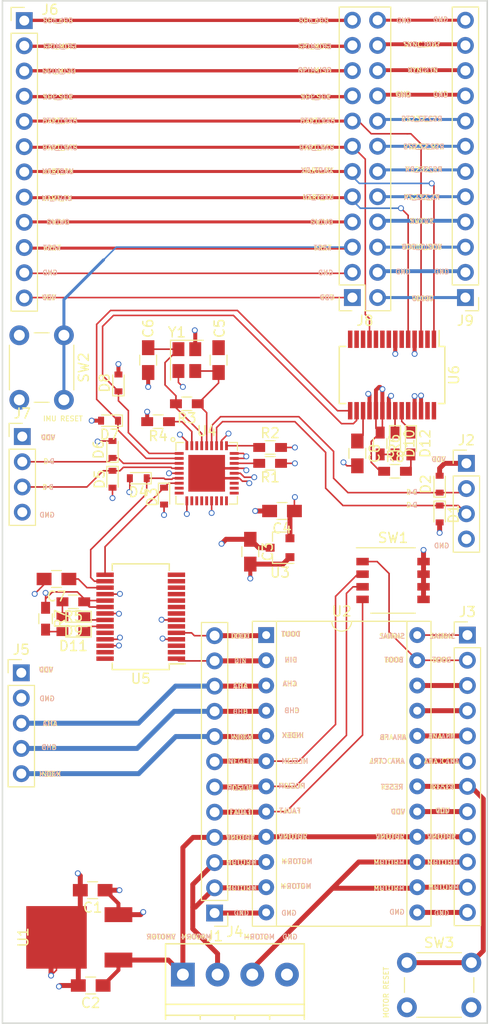
<source format=kicad_pcb>
(kicad_pcb (version 4) (host pcbnew 4.0.6)

  (general
    (links 188)
    (no_connects 3)
    (area 11.924999 65.024999 60.975001 198.075001)
    (thickness 1.6)
    (drawings 206)
    (tracks 522)
    (zones 0)
    (modules 47)
    (nets 101)
  )

  (page A4)
  (layers
    (0 F.Cu signal)
    (1 In1.Cu power hide)
    (2 In2.Cu power hide)
    (31 B.Cu signal)
    (32 B.Adhes user)
    (33 F.Adhes user)
    (34 B.Paste user)
    (35 F.Paste user)
    (36 B.SilkS user)
    (37 F.SilkS user)
    (38 B.Mask user)
    (39 F.Mask user)
    (40 Dwgs.User user)
    (41 Cmts.User user)
    (42 Eco1.User user)
    (43 Eco2.User user)
    (44 Edge.Cuts user)
    (45 Margin user)
    (46 B.CrtYd user)
    (47 F.CrtYd user)
    (48 B.Fab user)
    (49 F.Fab user)
  )

  (setup
    (last_trace_width 0.16)
    (user_trace_width 0.16)
    (user_trace_width 0.2)
    (user_trace_width 0.25)
    (user_trace_width 0.3)
    (user_trace_width 0.35)
    (user_trace_width 0.4)
    (user_trace_width 0.45)
    (user_trace_width 0.5)
    (trace_clearance 0.16)
    (zone_clearance 0.508)
    (zone_45_only no)
    (trace_min 0.16)
    (segment_width 0.2)
    (edge_width 0.15)
    (via_size 0.6)
    (via_drill 0.4)
    (via_min_size 0.6)
    (via_min_drill 0.4)
    (user_via 0.6 0.4)
    (user_via 0.7 0.45)
    (user_via 0.8 0.5)
    (user_via 0.9 0.55)
    (user_via 1 0.6)
    (user_via 1.1 0.65)
    (user_via 1.2 0.7)
    (user_via 1.3 0.75)
    (uvia_size 0.3)
    (uvia_drill 0.1)
    (uvias_allowed no)
    (uvia_min_size 0.2)
    (uvia_min_drill 0.1)
    (pcb_text_width 0.3)
    (pcb_text_size 1.5 1.5)
    (mod_edge_width 0.15)
    (mod_text_size 1 1)
    (mod_text_width 0.15)
    (pad_size 1.524 1.524)
    (pad_drill 0.762)
    (pad_to_mask_clearance 0.2)
    (aux_axis_origin 0 0)
    (visible_elements 7FFFFFFF)
    (pcbplotparams
      (layerselection 0x00030_80000001)
      (usegerberextensions false)
      (excludeedgelayer true)
      (linewidth 0.100000)
      (plotframeref false)
      (viasonmask false)
      (mode 1)
      (useauxorigin false)
      (hpglpennumber 1)
      (hpglpenspeed 20)
      (hpglpendiameter 15)
      (hpglpenoverlay 2)
      (psnegative false)
      (psa4output false)
      (plotreference true)
      (plotvalue true)
      (plotinvisibletext false)
      (padsonsilk false)
      (subtractmaskfromsilk false)
      (outputformat 1)
      (mirror false)
      (drillshape 1)
      (scaleselection 1)
      (outputdirectory ""))
  )

  (net 0 "")
  (net 1 VDD)
  (net 2 GND)
  (net 3 VMOTOR)
  (net 4 +3V3)
  (net 5 "Net-(C5-Pad1)")
  (net 6 "Net-(C6-Pad1)")
  (net 7 "Net-(C7-Pad1)")
  (net 8 "Net-(C8-Pad1)")
  (net 9 /NEXT_D-)
  (net 10 /NEXT_D+)
  (net 11 /IMU_D+)
  (net 12 /IMU_D-)
  (net 13 /MOTOR_D+)
  (net 14 /MOTOR_D-)
  (net 15 /JOINT_D-)
  (net 16 "Net-(D9-Pad1)")
  (net 17 "Net-(D9-Pad2)")
  (net 18 "Net-(D10-Pad1)")
  (net 19 "Net-(D10-Pad2)")
  (net 20 "Net-(D11-Pad1)")
  (net 21 "Net-(D11-Pad2)")
  (net 22 "Net-(D12-Pad1)")
  (net 23 "Net-(D12-Pad2)")
  (net 24 /MOTOR+)
  (net 25 /BRAKE/FAULT)
  (net 26 /POSLIM)
  (net 27 /NEGLIM)
  (net 28 /INDEX)
  (net 29 /CHB)
  (net 30 /CHA)
  (net 31 /DIN)
  (net 32 /DOUT)
  (net 33 "Net-(J3-Pad1)")
  (net 34 /BOOT)
  (net 35 "Net-(J3-Pad3)")
  (net 36 "Net-(J3-Pad4)")
  (net 37 "Net-(J3-Pad5)")
  (net 38 "Net-(J3-Pad6)")
  (net 39 /RESET)
  (net 40 /MOTOR-)
  (net 41 /SPI_nCS)
  (net 42 /SPI_MOSI)
  (net 43 /SPI_MISO)
  (net 44 /SPI_SCK)
  (net 45 /UART_CTS)
  (net 46 /UART_RTS)
  (net 47 /UART_RX)
  (net 48 /UART_TX)
  (net 49 /SWDIO)
  (net 50 /nRST)
  (net 51 /JOINT_D+)
  (net 52 VDDIO)
  (net 53 VDDIO_SOB)
  (net 54 /SWCLK)
  (net 55 /RS232_TX)
  (net 56 /RS232_RX)
  (net 57 /RS232_RTS)
  (net 58 /RS232_CTS)
  (net 59 /SYNC_IN)
  (net 60 /SYNC_OUT)
  (net 61 "Net-(R1-Pad1)")
  (net 62 "Net-(R2-Pad1)")
  (net 63 "Net-(R4-Pad1)")
  (net 64 "Net-(U4-Pad8)")
  (net 65 "Net-(U4-Pad9)")
  (net 66 "Net-(U4-Pad11)")
  (net 67 "Net-(U4-Pad12)")
  (net 68 "Net-(U4-Pad13)")
  (net 69 "Net-(U4-Pad14)")
  (net 70 "Net-(U4-Pad16)")
  (net 71 "Net-(U4-Pad17)")
  (net 72 "Net-(U4-Pad18)")
  (net 73 "Net-(U4-Pad19)")
  (net 74 "Net-(U4-Pad20)")
  (net 75 "Net-(U4-Pad21)")
  (net 76 "Net-(U4-Pad34)")
  (net 77 "Net-(U5-Pad2)")
  (net 78 "Net-(U5-Pad3)")
  (net 79 "Net-(U5-Pad6)")
  (net 80 "Net-(U5-Pad8)")
  (net 81 "Net-(U5-Pad9)")
  (net 82 "Net-(U5-Pad10)")
  (net 83 "Net-(U5-Pad11)")
  (net 84 "Net-(U5-Pad12)")
  (net 85 "Net-(U5-Pad13)")
  (net 86 "Net-(U5-Pad14)")
  (net 87 "Net-(U5-Pad24)")
  (net 88 "Net-(U5-Pad27)")
  (net 89 "Net-(U5-Pad28)")
  (net 90 "Net-(U6-Pad2)")
  (net 91 "Net-(U6-Pad6)")
  (net 92 "Net-(U6-Pad8)")
  (net 93 "Net-(U6-Pad9)")
  (net 94 "Net-(U6-Pad10)")
  (net 95 "Net-(U6-Pad12)")
  (net 96 "Net-(U6-Pad13)")
  (net 97 "Net-(U6-Pad14)")
  (net 98 "Net-(U6-Pad24)")
  (net 99 "Net-(U6-Pad27)")
  (net 100 "Net-(U6-Pad28)")

  (net_class Default "This is the default net class."
    (clearance 0.16)
    (trace_width 0.16)
    (via_dia 0.6)
    (via_drill 0.4)
    (uvia_dia 0.3)
    (uvia_drill 0.1)
    (add_net +3V3)
    (add_net /BOOT)
    (add_net /BRAKE/FAULT)
    (add_net /CHA)
    (add_net /CHB)
    (add_net /DIN)
    (add_net /DOUT)
    (add_net /IMU_D+)
    (add_net /IMU_D-)
    (add_net /INDEX)
    (add_net /JOINT_D+)
    (add_net /JOINT_D-)
    (add_net /MOTOR+)
    (add_net /MOTOR-)
    (add_net /MOTOR_D+)
    (add_net /MOTOR_D-)
    (add_net /NEGLIM)
    (add_net /NEXT_D+)
    (add_net /NEXT_D-)
    (add_net /POSLIM)
    (add_net /RESET)
    (add_net /RS232_CTS)
    (add_net /RS232_RTS)
    (add_net /RS232_RX)
    (add_net /RS232_TX)
    (add_net /SPI_MISO)
    (add_net /SPI_MOSI)
    (add_net /SPI_SCK)
    (add_net /SPI_nCS)
    (add_net /SWCLK)
    (add_net /SWDIO)
    (add_net /SYNC_IN)
    (add_net /SYNC_OUT)
    (add_net /UART_CTS)
    (add_net /UART_RTS)
    (add_net /UART_RX)
    (add_net /UART_TX)
    (add_net /nRST)
    (add_net GND)
    (add_net "Net-(C5-Pad1)")
    (add_net "Net-(C6-Pad1)")
    (add_net "Net-(C7-Pad1)")
    (add_net "Net-(C8-Pad1)")
    (add_net "Net-(D10-Pad1)")
    (add_net "Net-(D10-Pad2)")
    (add_net "Net-(D11-Pad1)")
    (add_net "Net-(D11-Pad2)")
    (add_net "Net-(D12-Pad1)")
    (add_net "Net-(D12-Pad2)")
    (add_net "Net-(D9-Pad1)")
    (add_net "Net-(D9-Pad2)")
    (add_net "Net-(J3-Pad1)")
    (add_net "Net-(J3-Pad3)")
    (add_net "Net-(J3-Pad4)")
    (add_net "Net-(J3-Pad5)")
    (add_net "Net-(J3-Pad6)")
    (add_net "Net-(R1-Pad1)")
    (add_net "Net-(R2-Pad1)")
    (add_net "Net-(R4-Pad1)")
    (add_net "Net-(U4-Pad11)")
    (add_net "Net-(U4-Pad12)")
    (add_net "Net-(U4-Pad13)")
    (add_net "Net-(U4-Pad14)")
    (add_net "Net-(U4-Pad16)")
    (add_net "Net-(U4-Pad17)")
    (add_net "Net-(U4-Pad18)")
    (add_net "Net-(U4-Pad19)")
    (add_net "Net-(U4-Pad20)")
    (add_net "Net-(U4-Pad21)")
    (add_net "Net-(U4-Pad34)")
    (add_net "Net-(U4-Pad8)")
    (add_net "Net-(U4-Pad9)")
    (add_net "Net-(U5-Pad10)")
    (add_net "Net-(U5-Pad11)")
    (add_net "Net-(U5-Pad12)")
    (add_net "Net-(U5-Pad13)")
    (add_net "Net-(U5-Pad14)")
    (add_net "Net-(U5-Pad2)")
    (add_net "Net-(U5-Pad24)")
    (add_net "Net-(U5-Pad27)")
    (add_net "Net-(U5-Pad28)")
    (add_net "Net-(U5-Pad3)")
    (add_net "Net-(U5-Pad6)")
    (add_net "Net-(U5-Pad8)")
    (add_net "Net-(U5-Pad9)")
    (add_net "Net-(U6-Pad10)")
    (add_net "Net-(U6-Pad12)")
    (add_net "Net-(U6-Pad13)")
    (add_net "Net-(U6-Pad14)")
    (add_net "Net-(U6-Pad2)")
    (add_net "Net-(U6-Pad24)")
    (add_net "Net-(U6-Pad27)")
    (add_net "Net-(U6-Pad28)")
    (add_net "Net-(U6-Pad6)")
    (add_net "Net-(U6-Pad8)")
    (add_net "Net-(U6-Pad9)")
    (add_net VDD)
    (add_net VDDIO)
    (add_net VDDIO_SOB)
    (add_net VMOTOR)
  )

  (module Socket_Strips:Socket_Strip_Straight_2x12_Pitch2.54mm (layer F.Cu) (tedit 5984C8B4) (tstamp 5983807F)
    (at 47.3 124.9 180)
    (descr "Through hole straight socket strip, 2x12, 2.54mm pitch, double rows")
    (tags "Through hole socket strip THT 2x12 2.54mm double row")
    (path /5982408E)
    (fp_text reference J8 (at -1.27 -2.33 180) (layer F.SilkS)
      (effects (font (size 1 1) (thickness 0.15)))
    )
    (fp_text value CONN_02X12 (at 7 29 180) (layer F.Fab)
      (effects (font (size 1 1) (thickness 0.15)))
    )
    (fp_line (start -3.81 -1.27) (end -3.81 29.21) (layer F.Fab) (width 0.1))
    (fp_line (start -3.81 29.21) (end 1.27 29.21) (layer F.Fab) (width 0.1))
    (fp_line (start 1.27 29.21) (end 1.27 -1.27) (layer F.Fab) (width 0.1))
    (fp_line (start 1.27 -1.27) (end -3.81 -1.27) (layer F.Fab) (width 0.1))
    (fp_line (start 1.33 1.27) (end 1.33 29.27) (layer F.SilkS) (width 0.12))
    (fp_line (start 1.33 29.27) (end -3.87 29.27) (layer F.SilkS) (width 0.12))
    (fp_line (start -3.87 29.27) (end -3.87 -1.33) (layer F.SilkS) (width 0.12))
    (fp_line (start -3.87 -1.33) (end -1.27 -1.33) (layer F.SilkS) (width 0.12))
    (fp_line (start -1.27 -1.33) (end -1.27 1.27) (layer F.SilkS) (width 0.12))
    (fp_line (start -1.27 1.27) (end 1.33 1.27) (layer F.SilkS) (width 0.12))
    (fp_line (start 1.33 0) (end 1.33 -1.33) (layer F.SilkS) (width 0.12))
    (fp_line (start 1.33 -1.33) (end 0.06 -1.33) (layer F.SilkS) (width 0.12))
    (fp_line (start -4.35 -1.8) (end -4.35 29.75) (layer F.CrtYd) (width 0.05))
    (fp_line (start -4.35 29.75) (end 1.8 29.75) (layer F.CrtYd) (width 0.05))
    (fp_line (start 1.8 29.75) (end 1.8 -1.8) (layer F.CrtYd) (width 0.05))
    (fp_line (start 1.8 -1.8) (end -4.35 -1.8) (layer F.CrtYd) (width 0.05))
    (fp_text user %R (at -1.27 -2.33 180) (layer F.Fab)
      (effects (font (size 1 1) (thickness 0.15)))
    )
    (pad 1 thru_hole rect (at 0 0 180) (size 1.7 1.7) (drill 1) (layers *.Cu *.Mask)
      (net 1 VDD))
    (pad 2 thru_hole oval (at -2.54 0 180) (size 1.7 1.7) (drill 1) (layers *.Cu *.Mask)
      (net 52 VDDIO))
    (pad 3 thru_hole oval (at 0 2.54 180) (size 1.7 1.7) (drill 1) (layers *.Cu *.Mask)
      (net 2 GND))
    (pad 4 thru_hole oval (at -2.54 2.54 180) (size 1.7 1.7) (drill 1) (layers *.Cu *.Mask)
      (net 2 GND))
    (pad 5 thru_hole oval (at 0 5.08 180) (size 1.7 1.7) (drill 1) (layers *.Cu *.Mask)
      (net 50 /nRST))
    (pad 6 thru_hole oval (at -2.54 5.08 180) (size 1.7 1.7) (drill 1) (layers *.Cu *.Mask)
      (net 53 VDDIO_SOB))
    (pad 7 thru_hole oval (at 0 7.62 180) (size 1.7 1.7) (drill 1) (layers *.Cu *.Mask)
      (net 49 /SWDIO))
    (pad 8 thru_hole oval (at -2.54 7.62 180) (size 1.7 1.7) (drill 1) (layers *.Cu *.Mask)
      (net 54 /SWCLK))
    (pad 9 thru_hole oval (at 0 10.16 180) (size 1.7 1.7) (drill 1) (layers *.Cu *.Mask)
      (net 48 /UART_TX))
    (pad 10 thru_hole oval (at -2.54 10.16 180) (size 1.7 1.7) (drill 1) (layers *.Cu *.Mask)
      (net 55 /RS232_TX))
    (pad 11 thru_hole oval (at 0 12.7 180) (size 1.7 1.7) (drill 1) (layers *.Cu *.Mask)
      (net 47 /UART_RX))
    (pad 12 thru_hole oval (at -2.54 12.7 180) (size 1.7 1.7) (drill 1) (layers *.Cu *.Mask)
      (net 56 /RS232_RX))
    (pad 13 thru_hole oval (at 0 15.24 180) (size 1.7 1.7) (drill 1) (layers *.Cu *.Mask)
      (net 46 /UART_RTS))
    (pad 14 thru_hole oval (at -2.54 15.24 180) (size 1.7 1.7) (drill 1) (layers *.Cu *.Mask)
      (net 57 /RS232_RTS))
    (pad 15 thru_hole oval (at 0 17.78 180) (size 1.7 1.7) (drill 1) (layers *.Cu *.Mask)
      (net 45 /UART_CTS))
    (pad 16 thru_hole oval (at -2.54 17.78 180) (size 1.7 1.7) (drill 1) (layers *.Cu *.Mask)
      (net 58 /RS232_CTS))
    (pad 17 thru_hole oval (at 0 20.32 180) (size 1.7 1.7) (drill 1) (layers *.Cu *.Mask)
      (net 44 /SPI_SCK))
    (pad 18 thru_hole oval (at -2.54 20.32 180) (size 1.7 1.7) (drill 1) (layers *.Cu *.Mask)
      (net 2 GND))
    (pad 19 thru_hole oval (at 0 22.86 180) (size 1.7 1.7) (drill 1) (layers *.Cu *.Mask)
      (net 43 /SPI_MISO))
    (pad 20 thru_hole oval (at -2.54 22.86 180) (size 1.7 1.7) (drill 1) (layers *.Cu *.Mask)
      (net 59 /SYNC_IN))
    (pad 21 thru_hole oval (at 0 25.4 180) (size 1.7 1.7) (drill 1) (layers *.Cu *.Mask)
      (net 42 /SPI_MOSI))
    (pad 22 thru_hole oval (at -2.54 25.4 180) (size 1.7 1.7) (drill 1) (layers *.Cu *.Mask)
      (net 60 /SYNC_OUT))
    (pad 23 thru_hole oval (at 0 27.94 180) (size 1.7 1.7) (drill 1) (layers *.Cu *.Mask)
      (net 41 /SPI_nCS))
    (pad 24 thru_hole oval (at -2.54 27.94 180) (size 1.7 1.7) (drill 1) (layers *.Cu *.Mask)
      (net 2 GND))
    (model ${KISYS3DMOD}/Socket_Strips.3dshapes/Socket_Strip_Straight_2x12_Pitch2.54mm.wrl
      (at (xyz -0.05 -0.55 0))
      (scale (xyz 1 1 1))
      (rotate (xyz 0 0 270))
    )
  )

  (module Capacitors_SMD:C_0805_HandSoldering (layer F.Cu) (tedit 58AA84A8) (tstamp 59837FA0)
    (at 21.1 184.6 180)
    (descr "Capacitor SMD 0805, hand soldering")
    (tags "capacitor 0805")
    (path /598230DB)
    (attr smd)
    (fp_text reference C1 (at 0 -1.75 180) (layer F.SilkS)
      (effects (font (size 1 1) (thickness 0.15)))
    )
    (fp_text value .1u (at 0 1.75 180) (layer F.Fab)
      (effects (font (size 1 1) (thickness 0.15)))
    )
    (fp_text user %R (at 0 -1.75 180) (layer F.Fab)
      (effects (font (size 1 1) (thickness 0.15)))
    )
    (fp_line (start -1 0.62) (end -1 -0.62) (layer F.Fab) (width 0.1))
    (fp_line (start 1 0.62) (end -1 0.62) (layer F.Fab) (width 0.1))
    (fp_line (start 1 -0.62) (end 1 0.62) (layer F.Fab) (width 0.1))
    (fp_line (start -1 -0.62) (end 1 -0.62) (layer F.Fab) (width 0.1))
    (fp_line (start 0.5 -0.85) (end -0.5 -0.85) (layer F.SilkS) (width 0.12))
    (fp_line (start -0.5 0.85) (end 0.5 0.85) (layer F.SilkS) (width 0.12))
    (fp_line (start -2.25 -0.88) (end 2.25 -0.88) (layer F.CrtYd) (width 0.05))
    (fp_line (start -2.25 -0.88) (end -2.25 0.87) (layer F.CrtYd) (width 0.05))
    (fp_line (start 2.25 0.87) (end 2.25 -0.88) (layer F.CrtYd) (width 0.05))
    (fp_line (start 2.25 0.87) (end -2.25 0.87) (layer F.CrtYd) (width 0.05))
    (pad 1 smd rect (at -1.25 0 180) (size 1.5 1.25) (layers F.Cu F.Paste F.Mask)
      (net 1 VDD))
    (pad 2 smd rect (at 1.25 0 180) (size 1.5 1.25) (layers F.Cu F.Paste F.Mask)
      (net 2 GND))
    (model Capacitors_SMD.3dshapes/C_0805.wrl
      (at (xyz 0 0 0))
      (scale (xyz 1 1 1))
      (rotate (xyz 0 0 0))
    )
  )

  (module Capacitors_SMD:C_0805_HandSoldering (layer F.Cu) (tedit 58AA84A8) (tstamp 59837FA6)
    (at 20.9 194.2 180)
    (descr "Capacitor SMD 0805, hand soldering")
    (tags "capacitor 0805")
    (path /598230A6)
    (attr smd)
    (fp_text reference C2 (at 0 -1.75 180) (layer F.SilkS)
      (effects (font (size 1 1) (thickness 0.15)))
    )
    (fp_text value .33u (at 0 1.75 180) (layer F.Fab)
      (effects (font (size 1 1) (thickness 0.15)))
    )
    (fp_text user %R (at 0 -1.75 180) (layer F.Fab)
      (effects (font (size 1 1) (thickness 0.15)))
    )
    (fp_line (start -1 0.62) (end -1 -0.62) (layer F.Fab) (width 0.1))
    (fp_line (start 1 0.62) (end -1 0.62) (layer F.Fab) (width 0.1))
    (fp_line (start 1 -0.62) (end 1 0.62) (layer F.Fab) (width 0.1))
    (fp_line (start -1 -0.62) (end 1 -0.62) (layer F.Fab) (width 0.1))
    (fp_line (start 0.5 -0.85) (end -0.5 -0.85) (layer F.SilkS) (width 0.12))
    (fp_line (start -0.5 0.85) (end 0.5 0.85) (layer F.SilkS) (width 0.12))
    (fp_line (start -2.25 -0.88) (end 2.25 -0.88) (layer F.CrtYd) (width 0.05))
    (fp_line (start -2.25 -0.88) (end -2.25 0.87) (layer F.CrtYd) (width 0.05))
    (fp_line (start 2.25 0.87) (end 2.25 -0.88) (layer F.CrtYd) (width 0.05))
    (fp_line (start 2.25 0.87) (end -2.25 0.87) (layer F.CrtYd) (width 0.05))
    (pad 1 smd rect (at -1.25 0 180) (size 1.5 1.25) (layers F.Cu F.Paste F.Mask)
      (net 3 VMOTOR))
    (pad 2 smd rect (at 1.25 0 180) (size 1.5 1.25) (layers F.Cu F.Paste F.Mask)
      (net 2 GND))
    (model Capacitors_SMD.3dshapes/C_0805.wrl
      (at (xyz 0 0 0))
      (scale (xyz 1 1 1))
      (rotate (xyz 0 0 0))
    )
  )

  (module Capacitors_SMD:C_0805_HandSoldering (layer F.Cu) (tedit 58AA84A8) (tstamp 59837FAC)
    (at 37 150.5 270)
    (descr "Capacitor SMD 0805, hand soldering")
    (tags "capacitor 0805")
    (path /5982357F)
    (attr smd)
    (fp_text reference C3 (at 0 -1.75 270) (layer F.SilkS)
      (effects (font (size 1 1) (thickness 0.15)))
    )
    (fp_text value 1u (at 0 1.75 270) (layer F.Fab)
      (effects (font (size 1 1) (thickness 0.15)))
    )
    (fp_text user %R (at 0 -1.75 270) (layer F.Fab)
      (effects (font (size 1 1) (thickness 0.15)))
    )
    (fp_line (start -1 0.62) (end -1 -0.62) (layer F.Fab) (width 0.1))
    (fp_line (start 1 0.62) (end -1 0.62) (layer F.Fab) (width 0.1))
    (fp_line (start 1 -0.62) (end 1 0.62) (layer F.Fab) (width 0.1))
    (fp_line (start -1 -0.62) (end 1 -0.62) (layer F.Fab) (width 0.1))
    (fp_line (start 0.5 -0.85) (end -0.5 -0.85) (layer F.SilkS) (width 0.12))
    (fp_line (start -0.5 0.85) (end 0.5 0.85) (layer F.SilkS) (width 0.12))
    (fp_line (start -2.25 -0.88) (end 2.25 -0.88) (layer F.CrtYd) (width 0.05))
    (fp_line (start -2.25 -0.88) (end -2.25 0.87) (layer F.CrtYd) (width 0.05))
    (fp_line (start 2.25 0.87) (end 2.25 -0.88) (layer F.CrtYd) (width 0.05))
    (fp_line (start 2.25 0.87) (end -2.25 0.87) (layer F.CrtYd) (width 0.05))
    (pad 1 smd rect (at -1.25 0 270) (size 1.5 1.25) (layers F.Cu F.Paste F.Mask)
      (net 1 VDD))
    (pad 2 smd rect (at 1.25 0 270) (size 1.5 1.25) (layers F.Cu F.Paste F.Mask)
      (net 2 GND))
    (model Capacitors_SMD.3dshapes/C_0805.wrl
      (at (xyz 0 0 0))
      (scale (xyz 1 1 1))
      (rotate (xyz 0 0 0))
    )
  )

  (module Capacitors_SMD:C_0805_HandSoldering (layer F.Cu) (tedit 58AA84A8) (tstamp 59837FB2)
    (at 40.2 146.4 180)
    (descr "Capacitor SMD 0805, hand soldering")
    (tags "capacitor 0805")
    (path /598235D6)
    (attr smd)
    (fp_text reference C4 (at 0 -1.75 180) (layer F.SilkS)
      (effects (font (size 1 1) (thickness 0.15)))
    )
    (fp_text value 2.2u (at 0 1.75 180) (layer F.Fab)
      (effects (font (size 1 1) (thickness 0.15)))
    )
    (fp_text user %R (at 0 -1.75 180) (layer F.Fab)
      (effects (font (size 1 1) (thickness 0.15)))
    )
    (fp_line (start -1 0.62) (end -1 -0.62) (layer F.Fab) (width 0.1))
    (fp_line (start 1 0.62) (end -1 0.62) (layer F.Fab) (width 0.1))
    (fp_line (start 1 -0.62) (end 1 0.62) (layer F.Fab) (width 0.1))
    (fp_line (start -1 -0.62) (end 1 -0.62) (layer F.Fab) (width 0.1))
    (fp_line (start 0.5 -0.85) (end -0.5 -0.85) (layer F.SilkS) (width 0.12))
    (fp_line (start -0.5 0.85) (end 0.5 0.85) (layer F.SilkS) (width 0.12))
    (fp_line (start -2.25 -0.88) (end 2.25 -0.88) (layer F.CrtYd) (width 0.05))
    (fp_line (start -2.25 -0.88) (end -2.25 0.87) (layer F.CrtYd) (width 0.05))
    (fp_line (start 2.25 0.87) (end 2.25 -0.88) (layer F.CrtYd) (width 0.05))
    (fp_line (start 2.25 0.87) (end -2.25 0.87) (layer F.CrtYd) (width 0.05))
    (pad 1 smd rect (at -1.25 0 180) (size 1.5 1.25) (layers F.Cu F.Paste F.Mask)
      (net 4 +3V3))
    (pad 2 smd rect (at 1.25 0 180) (size 1.5 1.25) (layers F.Cu F.Paste F.Mask)
      (net 2 GND))
    (model Capacitors_SMD.3dshapes/C_0805.wrl
      (at (xyz 0 0 0))
      (scale (xyz 1 1 1))
      (rotate (xyz 0 0 0))
    )
  )

  (module Capacitors_SMD:C_0805_HandSoldering (layer F.Cu) (tedit 5983D192) (tstamp 59837FB8)
    (at 33.8 131.2 90)
    (descr "Capacitor SMD 0805, hand soldering")
    (tags "capacitor 0805")
    (path /598320D3)
    (attr smd)
    (fp_text reference C5 (at 3.2 0.1 90) (layer F.SilkS)
      (effects (font (size 1 1) (thickness 0.15)))
    )
    (fp_text value 18p (at 0 1.75 90) (layer F.Fab)
      (effects (font (size 1 1) (thickness 0.15)))
    )
    (fp_text user %R (at 0 -1.75 90) (layer F.Fab)
      (effects (font (size 1 1) (thickness 0.15)))
    )
    (fp_line (start -1 0.62) (end -1 -0.62) (layer F.Fab) (width 0.1))
    (fp_line (start 1 0.62) (end -1 0.62) (layer F.Fab) (width 0.1))
    (fp_line (start 1 -0.62) (end 1 0.62) (layer F.Fab) (width 0.1))
    (fp_line (start -1 -0.62) (end 1 -0.62) (layer F.Fab) (width 0.1))
    (fp_line (start 0.5 -0.85) (end -0.5 -0.85) (layer F.SilkS) (width 0.12))
    (fp_line (start -0.5 0.85) (end 0.5 0.85) (layer F.SilkS) (width 0.12))
    (fp_line (start -2.25 -0.88) (end 2.25 -0.88) (layer F.CrtYd) (width 0.05))
    (fp_line (start -2.25 -0.88) (end -2.25 0.87) (layer F.CrtYd) (width 0.05))
    (fp_line (start 2.25 0.87) (end 2.25 -0.88) (layer F.CrtYd) (width 0.05))
    (fp_line (start 2.25 0.87) (end -2.25 0.87) (layer F.CrtYd) (width 0.05))
    (pad 1 smd rect (at -1.25 0 90) (size 1.5 1.25) (layers F.Cu F.Paste F.Mask)
      (net 5 "Net-(C5-Pad1)"))
    (pad 2 smd rect (at 1.25 0 90) (size 1.5 1.25) (layers F.Cu F.Paste F.Mask)
      (net 2 GND))
    (model Capacitors_SMD.3dshapes/C_0805.wrl
      (at (xyz 0 0 0))
      (scale (xyz 1 1 1))
      (rotate (xyz 0 0 0))
    )
  )

  (module Capacitors_SMD:C_0805_HandSoldering (layer F.Cu) (tedit 5983D1AB) (tstamp 59837FBE)
    (at 26.7 131.2 270)
    (descr "Capacitor SMD 0805, hand soldering")
    (tags "capacitor 0805")
    (path /598321A5)
    (attr smd)
    (fp_text reference C6 (at -3.2 0 270) (layer F.SilkS)
      (effects (font (size 1 1) (thickness 0.15)))
    )
    (fp_text value 18p (at 0 1.75 270) (layer F.Fab)
      (effects (font (size 1 1) (thickness 0.15)))
    )
    (fp_text user %R (at 0 -1.75 270) (layer F.Fab)
      (effects (font (size 1 1) (thickness 0.15)))
    )
    (fp_line (start -1 0.62) (end -1 -0.62) (layer F.Fab) (width 0.1))
    (fp_line (start 1 0.62) (end -1 0.62) (layer F.Fab) (width 0.1))
    (fp_line (start 1 -0.62) (end 1 0.62) (layer F.Fab) (width 0.1))
    (fp_line (start -1 -0.62) (end 1 -0.62) (layer F.Fab) (width 0.1))
    (fp_line (start 0.5 -0.85) (end -0.5 -0.85) (layer F.SilkS) (width 0.12))
    (fp_line (start -0.5 0.85) (end 0.5 0.85) (layer F.SilkS) (width 0.12))
    (fp_line (start -2.25 -0.88) (end 2.25 -0.88) (layer F.CrtYd) (width 0.05))
    (fp_line (start -2.25 -0.88) (end -2.25 0.87) (layer F.CrtYd) (width 0.05))
    (fp_line (start 2.25 0.87) (end 2.25 -0.88) (layer F.CrtYd) (width 0.05))
    (fp_line (start 2.25 0.87) (end -2.25 0.87) (layer F.CrtYd) (width 0.05))
    (pad 1 smd rect (at -1.25 0 270) (size 1.5 1.25) (layers F.Cu F.Paste F.Mask)
      (net 6 "Net-(C6-Pad1)"))
    (pad 2 smd rect (at 1.25 0 270) (size 1.5 1.25) (layers F.Cu F.Paste F.Mask)
      (net 2 GND))
    (model Capacitors_SMD.3dshapes/C_0805.wrl
      (at (xyz 0 0 0))
      (scale (xyz 1 1 1))
      (rotate (xyz 0 0 0))
    )
  )

  (module Capacitors_SMD:C_0805_HandSoldering (layer F.Cu) (tedit 58AA84A8) (tstamp 59837FC4)
    (at 17.45 153.25 180)
    (descr "Capacitor SMD 0805, hand soldering")
    (tags "capacitor 0805")
    (path /5982A091)
    (attr smd)
    (fp_text reference C7 (at 0 -1.75 180) (layer F.SilkS)
      (effects (font (size 1 1) (thickness 0.15)))
    )
    (fp_text value .1u (at 0 1.75 180) (layer F.Fab)
      (effects (font (size 1 1) (thickness 0.15)))
    )
    (fp_text user %R (at 0 -1.75 180) (layer F.Fab)
      (effects (font (size 1 1) (thickness 0.15)))
    )
    (fp_line (start -1 0.62) (end -1 -0.62) (layer F.Fab) (width 0.1))
    (fp_line (start 1 0.62) (end -1 0.62) (layer F.Fab) (width 0.1))
    (fp_line (start 1 -0.62) (end 1 0.62) (layer F.Fab) (width 0.1))
    (fp_line (start -1 -0.62) (end 1 -0.62) (layer F.Fab) (width 0.1))
    (fp_line (start 0.5 -0.85) (end -0.5 -0.85) (layer F.SilkS) (width 0.12))
    (fp_line (start -0.5 0.85) (end 0.5 0.85) (layer F.SilkS) (width 0.12))
    (fp_line (start -2.25 -0.88) (end 2.25 -0.88) (layer F.CrtYd) (width 0.05))
    (fp_line (start -2.25 -0.88) (end -2.25 0.87) (layer F.CrtYd) (width 0.05))
    (fp_line (start 2.25 0.87) (end 2.25 -0.88) (layer F.CrtYd) (width 0.05))
    (fp_line (start 2.25 0.87) (end -2.25 0.87) (layer F.CrtYd) (width 0.05))
    (pad 1 smd rect (at -1.25 0 180) (size 1.5 1.25) (layers F.Cu F.Paste F.Mask)
      (net 7 "Net-(C7-Pad1)"))
    (pad 2 smd rect (at 1.25 0 180) (size 1.5 1.25) (layers F.Cu F.Paste F.Mask)
      (net 2 GND))
    (model Capacitors_SMD.3dshapes/C_0805.wrl
      (at (xyz 0 0 0))
      (scale (xyz 1 1 1))
      (rotate (xyz 0 0 0))
    )
  )

  (module Capacitors_SMD:C_0805_HandSoldering (layer F.Cu) (tedit 58AA84A8) (tstamp 59837FCA)
    (at 47.8 140.6 270)
    (descr "Capacitor SMD 0805, hand soldering")
    (tags "capacitor 0805")
    (path /59827DB1)
    (attr smd)
    (fp_text reference C8 (at 0 -1.75 270) (layer F.SilkS)
      (effects (font (size 1 1) (thickness 0.15)))
    )
    (fp_text value .1u (at 0 1.75 270) (layer F.Fab)
      (effects (font (size 1 1) (thickness 0.15)))
    )
    (fp_text user %R (at 0 -1.75 270) (layer F.Fab)
      (effects (font (size 1 1) (thickness 0.15)))
    )
    (fp_line (start -1 0.62) (end -1 -0.62) (layer F.Fab) (width 0.1))
    (fp_line (start 1 0.62) (end -1 0.62) (layer F.Fab) (width 0.1))
    (fp_line (start 1 -0.62) (end 1 0.62) (layer F.Fab) (width 0.1))
    (fp_line (start -1 -0.62) (end 1 -0.62) (layer F.Fab) (width 0.1))
    (fp_line (start 0.5 -0.85) (end -0.5 -0.85) (layer F.SilkS) (width 0.12))
    (fp_line (start -0.5 0.85) (end 0.5 0.85) (layer F.SilkS) (width 0.12))
    (fp_line (start -2.25 -0.88) (end 2.25 -0.88) (layer F.CrtYd) (width 0.05))
    (fp_line (start -2.25 -0.88) (end -2.25 0.87) (layer F.CrtYd) (width 0.05))
    (fp_line (start 2.25 0.87) (end 2.25 -0.88) (layer F.CrtYd) (width 0.05))
    (fp_line (start 2.25 0.87) (end -2.25 0.87) (layer F.CrtYd) (width 0.05))
    (pad 1 smd rect (at -1.25 0 270) (size 1.5 1.25) (layers F.Cu F.Paste F.Mask)
      (net 8 "Net-(C8-Pad1)"))
    (pad 2 smd rect (at 1.25 0 270) (size 1.5 1.25) (layers F.Cu F.Paste F.Mask)
      (net 2 GND))
    (model Capacitors_SMD.3dshapes/C_0805.wrl
      (at (xyz 0 0 0))
      (scale (xyz 1 1 1))
      (rotate (xyz 0 0 0))
    )
  )

  (module Diodes_SMD:D_0603 (layer F.Cu) (tedit 590CE922) (tstamp 59837FD0)
    (at 56.1 146.7 270)
    (descr "Diode SMD in 0603 package http://datasheets.avx.com/schottky.pdf")
    (tags "smd diode")
    (path /59830BBF)
    (attr smd)
    (fp_text reference D1 (at 0 -1.4 270) (layer F.SilkS)
      (effects (font (size 1 1) (thickness 0.15)))
    )
    (fp_text value D_TVS_ALT (at 0 1.4 270) (layer F.Fab)
      (effects (font (size 1 1) (thickness 0.15)))
    )
    (fp_text user %R (at 0 -1.4 270) (layer F.Fab)
      (effects (font (size 1 1) (thickness 0.15)))
    )
    (fp_line (start -1.3 -0.57) (end -1.3 0.57) (layer F.SilkS) (width 0.12))
    (fp_line (start 1.4 0.67) (end 1.4 -0.67) (layer F.CrtYd) (width 0.05))
    (fp_line (start -1.4 0.67) (end 1.4 0.67) (layer F.CrtYd) (width 0.05))
    (fp_line (start -1.4 -0.67) (end -1.4 0.67) (layer F.CrtYd) (width 0.05))
    (fp_line (start 1.4 -0.67) (end -1.4 -0.67) (layer F.CrtYd) (width 0.05))
    (fp_line (start 0.2 0) (end 0.4 0) (layer F.Fab) (width 0.1))
    (fp_line (start -0.1 0) (end -0.3 0) (layer F.Fab) (width 0.1))
    (fp_line (start -0.1 -0.2) (end -0.1 0.2) (layer F.Fab) (width 0.1))
    (fp_line (start 0.2 0.2) (end 0.2 -0.2) (layer F.Fab) (width 0.1))
    (fp_line (start -0.1 0) (end 0.2 0.2) (layer F.Fab) (width 0.1))
    (fp_line (start 0.2 -0.2) (end -0.1 0) (layer F.Fab) (width 0.1))
    (fp_line (start -0.8 0.45) (end -0.8 -0.45) (layer F.Fab) (width 0.1))
    (fp_line (start 0.8 0.45) (end -0.8 0.45) (layer F.Fab) (width 0.1))
    (fp_line (start 0.8 -0.45) (end 0.8 0.45) (layer F.Fab) (width 0.1))
    (fp_line (start -0.8 -0.45) (end 0.8 -0.45) (layer F.Fab) (width 0.1))
    (fp_line (start -1.3 0.57) (end 0.8 0.57) (layer F.SilkS) (width 0.12))
    (fp_line (start -1.3 -0.57) (end 0.8 -0.57) (layer F.SilkS) (width 0.12))
    (pad 1 smd rect (at -0.85 0 270) (size 0.6 0.8) (layers F.Cu F.Paste F.Mask)
      (net 9 /NEXT_D-))
    (pad 2 smd rect (at 0.85 0 270) (size 0.6 0.8) (layers F.Cu F.Paste F.Mask)
      (net 2 GND))
    (model ${KISYS3DMOD}/Diodes_SMD.3dshapes/D_0603.wrl
      (at (xyz 0 0 0))
      (scale (xyz 1 1 1))
      (rotate (xyz 0 0 0))
    )
  )

  (module Diodes_SMD:D_0603 (layer F.Cu) (tedit 590CE922) (tstamp 59837FD6)
    (at 56.1 143.7 90)
    (descr "Diode SMD in 0603 package http://datasheets.avx.com/schottky.pdf")
    (tags "smd diode")
    (path /5983109E)
    (attr smd)
    (fp_text reference D2 (at 0 -1.4 90) (layer F.SilkS)
      (effects (font (size 1 1) (thickness 0.15)))
    )
    (fp_text value D_TVS_ALT (at 0 1.4 90) (layer F.Fab)
      (effects (font (size 1 1) (thickness 0.15)))
    )
    (fp_text user %R (at 0 -1.4 90) (layer F.Fab)
      (effects (font (size 1 1) (thickness 0.15)))
    )
    (fp_line (start -1.3 -0.57) (end -1.3 0.57) (layer F.SilkS) (width 0.12))
    (fp_line (start 1.4 0.67) (end 1.4 -0.67) (layer F.CrtYd) (width 0.05))
    (fp_line (start -1.4 0.67) (end 1.4 0.67) (layer F.CrtYd) (width 0.05))
    (fp_line (start -1.4 -0.67) (end -1.4 0.67) (layer F.CrtYd) (width 0.05))
    (fp_line (start 1.4 -0.67) (end -1.4 -0.67) (layer F.CrtYd) (width 0.05))
    (fp_line (start 0.2 0) (end 0.4 0) (layer F.Fab) (width 0.1))
    (fp_line (start -0.1 0) (end -0.3 0) (layer F.Fab) (width 0.1))
    (fp_line (start -0.1 -0.2) (end -0.1 0.2) (layer F.Fab) (width 0.1))
    (fp_line (start 0.2 0.2) (end 0.2 -0.2) (layer F.Fab) (width 0.1))
    (fp_line (start -0.1 0) (end 0.2 0.2) (layer F.Fab) (width 0.1))
    (fp_line (start 0.2 -0.2) (end -0.1 0) (layer F.Fab) (width 0.1))
    (fp_line (start -0.8 0.45) (end -0.8 -0.45) (layer F.Fab) (width 0.1))
    (fp_line (start 0.8 0.45) (end -0.8 0.45) (layer F.Fab) (width 0.1))
    (fp_line (start 0.8 -0.45) (end 0.8 0.45) (layer F.Fab) (width 0.1))
    (fp_line (start -0.8 -0.45) (end 0.8 -0.45) (layer F.Fab) (width 0.1))
    (fp_line (start -1.3 0.57) (end 0.8 0.57) (layer F.SilkS) (width 0.12))
    (fp_line (start -1.3 -0.57) (end 0.8 -0.57) (layer F.SilkS) (width 0.12))
    (pad 1 smd rect (at -0.85 0 90) (size 0.6 0.8) (layers F.Cu F.Paste F.Mask)
      (net 10 /NEXT_D+))
    (pad 2 smd rect (at 0.85 0 90) (size 0.6 0.8) (layers F.Cu F.Paste F.Mask)
      (net 2 GND))
    (model ${KISYS3DMOD}/Diodes_SMD.3dshapes/D_0603.wrl
      (at (xyz 0 0 0))
      (scale (xyz 1 1 1))
      (rotate (xyz 0 0 0))
    )
  )

  (module Diodes_SMD:D_0603 (layer F.Cu) (tedit 5983D1CF) (tstamp 59837FDC)
    (at 28.3 144.9 270)
    (descr "Diode SMD in 0603 package http://datasheets.avx.com/schottky.pdf")
    (tags "smd diode")
    (path /5982D8F8)
    (attr smd)
    (fp_text reference D3 (at 0.1 1.2 270) (layer F.SilkS)
      (effects (font (size 1 1) (thickness 0.15)))
    )
    (fp_text value D_TVS_ALT (at 0 1.4 270) (layer F.Fab)
      (effects (font (size 1 1) (thickness 0.15)))
    )
    (fp_text user %R (at 0 -1.4 270) (layer F.Fab)
      (effects (font (size 1 1) (thickness 0.15)))
    )
    (fp_line (start -1.3 -0.57) (end -1.3 0.57) (layer F.SilkS) (width 0.12))
    (fp_line (start 1.4 0.67) (end 1.4 -0.67) (layer F.CrtYd) (width 0.05))
    (fp_line (start -1.4 0.67) (end 1.4 0.67) (layer F.CrtYd) (width 0.05))
    (fp_line (start -1.4 -0.67) (end -1.4 0.67) (layer F.CrtYd) (width 0.05))
    (fp_line (start 1.4 -0.67) (end -1.4 -0.67) (layer F.CrtYd) (width 0.05))
    (fp_line (start 0.2 0) (end 0.4 0) (layer F.Fab) (width 0.1))
    (fp_line (start -0.1 0) (end -0.3 0) (layer F.Fab) (width 0.1))
    (fp_line (start -0.1 -0.2) (end -0.1 0.2) (layer F.Fab) (width 0.1))
    (fp_line (start 0.2 0.2) (end 0.2 -0.2) (layer F.Fab) (width 0.1))
    (fp_line (start -0.1 0) (end 0.2 0.2) (layer F.Fab) (width 0.1))
    (fp_line (start 0.2 -0.2) (end -0.1 0) (layer F.Fab) (width 0.1))
    (fp_line (start -0.8 0.45) (end -0.8 -0.45) (layer F.Fab) (width 0.1))
    (fp_line (start 0.8 0.45) (end -0.8 0.45) (layer F.Fab) (width 0.1))
    (fp_line (start 0.8 -0.45) (end 0.8 0.45) (layer F.Fab) (width 0.1))
    (fp_line (start -0.8 -0.45) (end 0.8 -0.45) (layer F.Fab) (width 0.1))
    (fp_line (start -1.3 0.57) (end 0.8 0.57) (layer F.SilkS) (width 0.12))
    (fp_line (start -1.3 -0.57) (end 0.8 -0.57) (layer F.SilkS) (width 0.12))
    (pad 1 smd rect (at -0.85 0 270) (size 0.6 0.8) (layers F.Cu F.Paste F.Mask)
      (net 13 /MOTOR_D+))
    (pad 2 smd rect (at 0.85 0 270) (size 0.6 0.8) (layers F.Cu F.Paste F.Mask)
      (net 2 GND))
    (model ${KISYS3DMOD}/Diodes_SMD.3dshapes/D_0603.wrl
      (at (xyz 0 0 0))
      (scale (xyz 1 1 1))
      (rotate (xyz 0 0 0))
    )
  )

  (module Diodes_SMD:D_0603 (layer F.Cu) (tedit 590CE922) (tstamp 59837FE2)
    (at 25.7 143.1 180)
    (descr "Diode SMD in 0603 package http://datasheets.avx.com/schottky.pdf")
    (tags "smd diode")
    (path /5982D61D)
    (attr smd)
    (fp_text reference D4 (at 0 -1.4 180) (layer F.SilkS)
      (effects (font (size 1 1) (thickness 0.15)))
    )
    (fp_text value D_TVS_ALT (at 0 1.4 180) (layer F.Fab)
      (effects (font (size 1 1) (thickness 0.15)))
    )
    (fp_text user %R (at 0 -1.4 180) (layer F.Fab)
      (effects (font (size 1 1) (thickness 0.15)))
    )
    (fp_line (start -1.3 -0.57) (end -1.3 0.57) (layer F.SilkS) (width 0.12))
    (fp_line (start 1.4 0.67) (end 1.4 -0.67) (layer F.CrtYd) (width 0.05))
    (fp_line (start -1.4 0.67) (end 1.4 0.67) (layer F.CrtYd) (width 0.05))
    (fp_line (start -1.4 -0.67) (end -1.4 0.67) (layer F.CrtYd) (width 0.05))
    (fp_line (start 1.4 -0.67) (end -1.4 -0.67) (layer F.CrtYd) (width 0.05))
    (fp_line (start 0.2 0) (end 0.4 0) (layer F.Fab) (width 0.1))
    (fp_line (start -0.1 0) (end -0.3 0) (layer F.Fab) (width 0.1))
    (fp_line (start -0.1 -0.2) (end -0.1 0.2) (layer F.Fab) (width 0.1))
    (fp_line (start 0.2 0.2) (end 0.2 -0.2) (layer F.Fab) (width 0.1))
    (fp_line (start -0.1 0) (end 0.2 0.2) (layer F.Fab) (width 0.1))
    (fp_line (start 0.2 -0.2) (end -0.1 0) (layer F.Fab) (width 0.1))
    (fp_line (start -0.8 0.45) (end -0.8 -0.45) (layer F.Fab) (width 0.1))
    (fp_line (start 0.8 0.45) (end -0.8 0.45) (layer F.Fab) (width 0.1))
    (fp_line (start 0.8 -0.45) (end 0.8 0.45) (layer F.Fab) (width 0.1))
    (fp_line (start -0.8 -0.45) (end 0.8 -0.45) (layer F.Fab) (width 0.1))
    (fp_line (start -1.3 0.57) (end 0.8 0.57) (layer F.SilkS) (width 0.12))
    (fp_line (start -1.3 -0.57) (end 0.8 -0.57) (layer F.SilkS) (width 0.12))
    (pad 1 smd rect (at -0.85 0 180) (size 0.6 0.8) (layers F.Cu F.Paste F.Mask)
      (net 14 /MOTOR_D-))
    (pad 2 smd rect (at 0.85 0 180) (size 0.6 0.8) (layers F.Cu F.Paste F.Mask)
      (net 2 GND))
    (model ${KISYS3DMOD}/Diodes_SMD.3dshapes/D_0603.wrl
      (at (xyz 0 0 0))
      (scale (xyz 1 1 1))
      (rotate (xyz 0 0 0))
    )
  )

  (module Diodes_SMD:D_0603 (layer F.Cu) (tedit 5983D1C2) (tstamp 59837FE8)
    (at 23.1 143.2 270)
    (descr "Diode SMD in 0603 package http://datasheets.avx.com/schottky.pdf")
    (tags "smd diode")
    (path /5982D6AA)
    (attr smd)
    (fp_text reference D5 (at 0 1.3 270) (layer F.SilkS)
      (effects (font (size 1 1) (thickness 0.15)))
    )
    (fp_text value D_TVS_ALT (at 0 1.4 270) (layer F.Fab)
      (effects (font (size 1 1) (thickness 0.15)))
    )
    (fp_text user %R (at 0 -1.4 270) (layer F.Fab)
      (effects (font (size 1 1) (thickness 0.15)))
    )
    (fp_line (start -1.3 -0.57) (end -1.3 0.57) (layer F.SilkS) (width 0.12))
    (fp_line (start 1.4 0.67) (end 1.4 -0.67) (layer F.CrtYd) (width 0.05))
    (fp_line (start -1.4 0.67) (end 1.4 0.67) (layer F.CrtYd) (width 0.05))
    (fp_line (start -1.4 -0.67) (end -1.4 0.67) (layer F.CrtYd) (width 0.05))
    (fp_line (start 1.4 -0.67) (end -1.4 -0.67) (layer F.CrtYd) (width 0.05))
    (fp_line (start 0.2 0) (end 0.4 0) (layer F.Fab) (width 0.1))
    (fp_line (start -0.1 0) (end -0.3 0) (layer F.Fab) (width 0.1))
    (fp_line (start -0.1 -0.2) (end -0.1 0.2) (layer F.Fab) (width 0.1))
    (fp_line (start 0.2 0.2) (end 0.2 -0.2) (layer F.Fab) (width 0.1))
    (fp_line (start -0.1 0) (end 0.2 0.2) (layer F.Fab) (width 0.1))
    (fp_line (start 0.2 -0.2) (end -0.1 0) (layer F.Fab) (width 0.1))
    (fp_line (start -0.8 0.45) (end -0.8 -0.45) (layer F.Fab) (width 0.1))
    (fp_line (start 0.8 0.45) (end -0.8 0.45) (layer F.Fab) (width 0.1))
    (fp_line (start 0.8 -0.45) (end 0.8 0.45) (layer F.Fab) (width 0.1))
    (fp_line (start -0.8 -0.45) (end 0.8 -0.45) (layer F.Fab) (width 0.1))
    (fp_line (start -1.3 0.57) (end 0.8 0.57) (layer F.SilkS) (width 0.12))
    (fp_line (start -1.3 -0.57) (end 0.8 -0.57) (layer F.SilkS) (width 0.12))
    (pad 1 smd rect (at -0.85 0 270) (size 0.6 0.8) (layers F.Cu F.Paste F.Mask)
      (net 51 /JOINT_D+))
    (pad 2 smd rect (at 0.85 0 270) (size 0.6 0.8) (layers F.Cu F.Paste F.Mask)
      (net 2 GND))
    (model ${KISYS3DMOD}/Diodes_SMD.3dshapes/D_0603.wrl
      (at (xyz 0 0 0))
      (scale (xyz 1 1 1))
      (rotate (xyz 0 0 0))
    )
  )

  (module Diodes_SMD:D_0603 (layer F.Cu) (tedit 590CE922) (tstamp 59837FEE)
    (at 23.1 140.2 90)
    (descr "Diode SMD in 0603 package http://datasheets.avx.com/schottky.pdf")
    (tags "smd diode")
    (path /5982D71F)
    (attr smd)
    (fp_text reference D6 (at 0 -1.4 90) (layer F.SilkS)
      (effects (font (size 1 1) (thickness 0.15)))
    )
    (fp_text value D_TVS_ALT (at 0 1.4 90) (layer F.Fab)
      (effects (font (size 1 1) (thickness 0.15)))
    )
    (fp_text user %R (at 0 -1.4 90) (layer F.Fab)
      (effects (font (size 1 1) (thickness 0.15)))
    )
    (fp_line (start -1.3 -0.57) (end -1.3 0.57) (layer F.SilkS) (width 0.12))
    (fp_line (start 1.4 0.67) (end 1.4 -0.67) (layer F.CrtYd) (width 0.05))
    (fp_line (start -1.4 0.67) (end 1.4 0.67) (layer F.CrtYd) (width 0.05))
    (fp_line (start -1.4 -0.67) (end -1.4 0.67) (layer F.CrtYd) (width 0.05))
    (fp_line (start 1.4 -0.67) (end -1.4 -0.67) (layer F.CrtYd) (width 0.05))
    (fp_line (start 0.2 0) (end 0.4 0) (layer F.Fab) (width 0.1))
    (fp_line (start -0.1 0) (end -0.3 0) (layer F.Fab) (width 0.1))
    (fp_line (start -0.1 -0.2) (end -0.1 0.2) (layer F.Fab) (width 0.1))
    (fp_line (start 0.2 0.2) (end 0.2 -0.2) (layer F.Fab) (width 0.1))
    (fp_line (start -0.1 0) (end 0.2 0.2) (layer F.Fab) (width 0.1))
    (fp_line (start 0.2 -0.2) (end -0.1 0) (layer F.Fab) (width 0.1))
    (fp_line (start -0.8 0.45) (end -0.8 -0.45) (layer F.Fab) (width 0.1))
    (fp_line (start 0.8 0.45) (end -0.8 0.45) (layer F.Fab) (width 0.1))
    (fp_line (start 0.8 -0.45) (end 0.8 0.45) (layer F.Fab) (width 0.1))
    (fp_line (start -0.8 -0.45) (end 0.8 -0.45) (layer F.Fab) (width 0.1))
    (fp_line (start -1.3 0.57) (end 0.8 0.57) (layer F.SilkS) (width 0.12))
    (fp_line (start -1.3 -0.57) (end 0.8 -0.57) (layer F.SilkS) (width 0.12))
    (pad 1 smd rect (at -0.85 0 90) (size 0.6 0.8) (layers F.Cu F.Paste F.Mask)
      (net 15 /JOINT_D-))
    (pad 2 smd rect (at 0.85 0 90) (size 0.6 0.8) (layers F.Cu F.Paste F.Mask)
      (net 2 GND))
    (model ${KISYS3DMOD}/Diodes_SMD.3dshapes/D_0603.wrl
      (at (xyz 0 0 0))
      (scale (xyz 1 1 1))
      (rotate (xyz 0 0 0))
    )
  )

  (module Diodes_SMD:D_0603 (layer F.Cu) (tedit 590CE922) (tstamp 59837FF4)
    (at 22.8 137.3 180)
    (descr "Diode SMD in 0603 package http://datasheets.avx.com/schottky.pdf")
    (tags "smd diode")
    (path /5982D801)
    (attr smd)
    (fp_text reference D7 (at 0 -1.4 180) (layer F.SilkS)
      (effects (font (size 1 1) (thickness 0.15)))
    )
    (fp_text value D_TVS_ALT (at 0 1.4 180) (layer F.Fab)
      (effects (font (size 1 1) (thickness 0.15)))
    )
    (fp_text user %R (at 0 -1.4 180) (layer F.Fab)
      (effects (font (size 1 1) (thickness 0.15)))
    )
    (fp_line (start -1.3 -0.57) (end -1.3 0.57) (layer F.SilkS) (width 0.12))
    (fp_line (start 1.4 0.67) (end 1.4 -0.67) (layer F.CrtYd) (width 0.05))
    (fp_line (start -1.4 0.67) (end 1.4 0.67) (layer F.CrtYd) (width 0.05))
    (fp_line (start -1.4 -0.67) (end -1.4 0.67) (layer F.CrtYd) (width 0.05))
    (fp_line (start 1.4 -0.67) (end -1.4 -0.67) (layer F.CrtYd) (width 0.05))
    (fp_line (start 0.2 0) (end 0.4 0) (layer F.Fab) (width 0.1))
    (fp_line (start -0.1 0) (end -0.3 0) (layer F.Fab) (width 0.1))
    (fp_line (start -0.1 -0.2) (end -0.1 0.2) (layer F.Fab) (width 0.1))
    (fp_line (start 0.2 0.2) (end 0.2 -0.2) (layer F.Fab) (width 0.1))
    (fp_line (start -0.1 0) (end 0.2 0.2) (layer F.Fab) (width 0.1))
    (fp_line (start 0.2 -0.2) (end -0.1 0) (layer F.Fab) (width 0.1))
    (fp_line (start -0.8 0.45) (end -0.8 -0.45) (layer F.Fab) (width 0.1))
    (fp_line (start 0.8 0.45) (end -0.8 0.45) (layer F.Fab) (width 0.1))
    (fp_line (start 0.8 -0.45) (end 0.8 0.45) (layer F.Fab) (width 0.1))
    (fp_line (start -0.8 -0.45) (end 0.8 -0.45) (layer F.Fab) (width 0.1))
    (fp_line (start -1.3 0.57) (end 0.8 0.57) (layer F.SilkS) (width 0.12))
    (fp_line (start -1.3 -0.57) (end 0.8 -0.57) (layer F.SilkS) (width 0.12))
    (pad 1 smd rect (at -0.85 0 180) (size 0.6 0.8) (layers F.Cu F.Paste F.Mask)
      (net 11 /IMU_D+))
    (pad 2 smd rect (at 0.85 0 180) (size 0.6 0.8) (layers F.Cu F.Paste F.Mask)
      (net 2 GND))
    (model ${KISYS3DMOD}/Diodes_SMD.3dshapes/D_0603.wrl
      (at (xyz 0 0 0))
      (scale (xyz 1 1 1))
      (rotate (xyz 0 0 0))
    )
  )

  (module Diodes_SMD:D_0603 (layer F.Cu) (tedit 590CE922) (tstamp 59837FFA)
    (at 23.7 133.5 90)
    (descr "Diode SMD in 0603 package http://datasheets.avx.com/schottky.pdf")
    (tags "smd diode")
    (path /5982D87C)
    (attr smd)
    (fp_text reference D8 (at 0 -1.4 90) (layer F.SilkS)
      (effects (font (size 1 1) (thickness 0.15)))
    )
    (fp_text value D_TVS_ALT (at 0 1.4 90) (layer F.Fab)
      (effects (font (size 1 1) (thickness 0.15)))
    )
    (fp_text user %R (at 0 -1.4 90) (layer F.Fab)
      (effects (font (size 1 1) (thickness 0.15)))
    )
    (fp_line (start -1.3 -0.57) (end -1.3 0.57) (layer F.SilkS) (width 0.12))
    (fp_line (start 1.4 0.67) (end 1.4 -0.67) (layer F.CrtYd) (width 0.05))
    (fp_line (start -1.4 0.67) (end 1.4 0.67) (layer F.CrtYd) (width 0.05))
    (fp_line (start -1.4 -0.67) (end -1.4 0.67) (layer F.CrtYd) (width 0.05))
    (fp_line (start 1.4 -0.67) (end -1.4 -0.67) (layer F.CrtYd) (width 0.05))
    (fp_line (start 0.2 0) (end 0.4 0) (layer F.Fab) (width 0.1))
    (fp_line (start -0.1 0) (end -0.3 0) (layer F.Fab) (width 0.1))
    (fp_line (start -0.1 -0.2) (end -0.1 0.2) (layer F.Fab) (width 0.1))
    (fp_line (start 0.2 0.2) (end 0.2 -0.2) (layer F.Fab) (width 0.1))
    (fp_line (start -0.1 0) (end 0.2 0.2) (layer F.Fab) (width 0.1))
    (fp_line (start 0.2 -0.2) (end -0.1 0) (layer F.Fab) (width 0.1))
    (fp_line (start -0.8 0.45) (end -0.8 -0.45) (layer F.Fab) (width 0.1))
    (fp_line (start 0.8 0.45) (end -0.8 0.45) (layer F.Fab) (width 0.1))
    (fp_line (start 0.8 -0.45) (end 0.8 0.45) (layer F.Fab) (width 0.1))
    (fp_line (start -0.8 -0.45) (end 0.8 -0.45) (layer F.Fab) (width 0.1))
    (fp_line (start -1.3 0.57) (end 0.8 0.57) (layer F.SilkS) (width 0.12))
    (fp_line (start -1.3 -0.57) (end 0.8 -0.57) (layer F.SilkS) (width 0.12))
    (pad 1 smd rect (at -0.85 0 90) (size 0.6 0.8) (layers F.Cu F.Paste F.Mask)
      (net 12 /IMU_D-))
    (pad 2 smd rect (at 0.85 0 90) (size 0.6 0.8) (layers F.Cu F.Paste F.Mask)
      (net 2 GND))
    (model ${KISYS3DMOD}/Diodes_SMD.3dshapes/D_0603.wrl
      (at (xyz 0 0 0))
      (scale (xyz 1 1 1))
      (rotate (xyz 0 0 0))
    )
  )

  (module LEDs:LED_0603_HandSoldering (layer F.Cu) (tedit 595FC9C0) (tstamp 59838000)
    (at 19.15 157.05 180)
    (descr "LED SMD 0603, hand soldering")
    (tags "LED 0603")
    (path /59829FD3)
    (attr smd)
    (fp_text reference D9 (at 0 -1.45 180) (layer F.SilkS)
      (effects (font (size 1 1) (thickness 0.15)))
    )
    (fp_text value LED (at 0 1.55 180) (layer F.Fab)
      (effects (font (size 1 1) (thickness 0.15)))
    )
    (fp_line (start -1.8 -0.55) (end -1.8 0.55) (layer F.SilkS) (width 0.12))
    (fp_line (start -0.2 -0.2) (end -0.2 0.2) (layer F.Fab) (width 0.1))
    (fp_line (start -0.15 0) (end 0.15 -0.2) (layer F.Fab) (width 0.1))
    (fp_line (start 0.15 0.2) (end -0.15 0) (layer F.Fab) (width 0.1))
    (fp_line (start 0.15 -0.2) (end 0.15 0.2) (layer F.Fab) (width 0.1))
    (fp_line (start 0.8 0.4) (end -0.8 0.4) (layer F.Fab) (width 0.1))
    (fp_line (start 0.8 -0.4) (end 0.8 0.4) (layer F.Fab) (width 0.1))
    (fp_line (start -0.8 -0.4) (end 0.8 -0.4) (layer F.Fab) (width 0.1))
    (fp_line (start -1.8 0.55) (end 0.8 0.55) (layer F.SilkS) (width 0.12))
    (fp_line (start -1.8 -0.55) (end 0.8 -0.55) (layer F.SilkS) (width 0.12))
    (fp_line (start -1.96 -0.7) (end 1.95 -0.7) (layer F.CrtYd) (width 0.05))
    (fp_line (start -1.96 -0.7) (end -1.96 0.7) (layer F.CrtYd) (width 0.05))
    (fp_line (start 1.95 0.7) (end 1.95 -0.7) (layer F.CrtYd) (width 0.05))
    (fp_line (start 1.95 0.7) (end -1.96 0.7) (layer F.CrtYd) (width 0.05))
    (fp_line (start -0.8 -0.4) (end -0.8 0.4) (layer F.Fab) (width 0.1))
    (pad 1 smd rect (at -1.1 0 180) (size 1.2 0.9) (layers F.Cu F.Paste F.Mask)
      (net 16 "Net-(D9-Pad1)"))
    (pad 2 smd rect (at 1.1 0 180) (size 1.2 0.9) (layers F.Cu F.Paste F.Mask)
      (net 17 "Net-(D9-Pad2)"))
    (model ${KISYS3DMOD}/LEDs.3dshapes/LED_0603.wrl
      (at (xyz 0 0 0))
      (scale (xyz 1 1 1))
      (rotate (xyz 0 0 180))
    )
  )

  (module LEDs:LED_0603_HandSoldering (layer F.Cu) (tedit 595FC9C0) (tstamp 59838006)
    (at 51.6 139.6 270)
    (descr "LED SMD 0603, hand soldering")
    (tags "LED 0603")
    (path /5982701B)
    (attr smd)
    (fp_text reference D10 (at 0 -1.45 270) (layer F.SilkS)
      (effects (font (size 1 1) (thickness 0.15)))
    )
    (fp_text value LED (at 0 1.55 270) (layer F.Fab)
      (effects (font (size 1 1) (thickness 0.15)))
    )
    (fp_line (start -1.8 -0.55) (end -1.8 0.55) (layer F.SilkS) (width 0.12))
    (fp_line (start -0.2 -0.2) (end -0.2 0.2) (layer F.Fab) (width 0.1))
    (fp_line (start -0.15 0) (end 0.15 -0.2) (layer F.Fab) (width 0.1))
    (fp_line (start 0.15 0.2) (end -0.15 0) (layer F.Fab) (width 0.1))
    (fp_line (start 0.15 -0.2) (end 0.15 0.2) (layer F.Fab) (width 0.1))
    (fp_line (start 0.8 0.4) (end -0.8 0.4) (layer F.Fab) (width 0.1))
    (fp_line (start 0.8 -0.4) (end 0.8 0.4) (layer F.Fab) (width 0.1))
    (fp_line (start -0.8 -0.4) (end 0.8 -0.4) (layer F.Fab) (width 0.1))
    (fp_line (start -1.8 0.55) (end 0.8 0.55) (layer F.SilkS) (width 0.12))
    (fp_line (start -1.8 -0.55) (end 0.8 -0.55) (layer F.SilkS) (width 0.12))
    (fp_line (start -1.96 -0.7) (end 1.95 -0.7) (layer F.CrtYd) (width 0.05))
    (fp_line (start -1.96 -0.7) (end -1.96 0.7) (layer F.CrtYd) (width 0.05))
    (fp_line (start 1.95 0.7) (end 1.95 -0.7) (layer F.CrtYd) (width 0.05))
    (fp_line (start 1.95 0.7) (end -1.96 0.7) (layer F.CrtYd) (width 0.05))
    (fp_line (start -0.8 -0.4) (end -0.8 0.4) (layer F.Fab) (width 0.1))
    (pad 1 smd rect (at -1.1 0 270) (size 1.2 0.9) (layers F.Cu F.Paste F.Mask)
      (net 18 "Net-(D10-Pad1)"))
    (pad 2 smd rect (at 1.1 0 270) (size 1.2 0.9) (layers F.Cu F.Paste F.Mask)
      (net 19 "Net-(D10-Pad2)"))
    (model ${KISYS3DMOD}/LEDs.3dshapes/LED_0603.wrl
      (at (xyz 0 0 0))
      (scale (xyz 1 1 1))
      (rotate (xyz 0 0 180))
    )
  )

  (module LEDs:LED_0603_HandSoldering (layer F.Cu) (tedit 595FC9C0) (tstamp 5983800C)
    (at 19.15 158.55 180)
    (descr "LED SMD 0603, hand soldering")
    (tags "LED 0603")
    (path /59829FD9)
    (attr smd)
    (fp_text reference D11 (at 0 -1.45 180) (layer F.SilkS)
      (effects (font (size 1 1) (thickness 0.15)))
    )
    (fp_text value LED (at 0 1.55 180) (layer F.Fab)
      (effects (font (size 1 1) (thickness 0.15)))
    )
    (fp_line (start -1.8 -0.55) (end -1.8 0.55) (layer F.SilkS) (width 0.12))
    (fp_line (start -0.2 -0.2) (end -0.2 0.2) (layer F.Fab) (width 0.1))
    (fp_line (start -0.15 0) (end 0.15 -0.2) (layer F.Fab) (width 0.1))
    (fp_line (start 0.15 0.2) (end -0.15 0) (layer F.Fab) (width 0.1))
    (fp_line (start 0.15 -0.2) (end 0.15 0.2) (layer F.Fab) (width 0.1))
    (fp_line (start 0.8 0.4) (end -0.8 0.4) (layer F.Fab) (width 0.1))
    (fp_line (start 0.8 -0.4) (end 0.8 0.4) (layer F.Fab) (width 0.1))
    (fp_line (start -0.8 -0.4) (end 0.8 -0.4) (layer F.Fab) (width 0.1))
    (fp_line (start -1.8 0.55) (end 0.8 0.55) (layer F.SilkS) (width 0.12))
    (fp_line (start -1.8 -0.55) (end 0.8 -0.55) (layer F.SilkS) (width 0.12))
    (fp_line (start -1.96 -0.7) (end 1.95 -0.7) (layer F.CrtYd) (width 0.05))
    (fp_line (start -1.96 -0.7) (end -1.96 0.7) (layer F.CrtYd) (width 0.05))
    (fp_line (start 1.95 0.7) (end 1.95 -0.7) (layer F.CrtYd) (width 0.05))
    (fp_line (start 1.95 0.7) (end -1.96 0.7) (layer F.CrtYd) (width 0.05))
    (fp_line (start -0.8 -0.4) (end -0.8 0.4) (layer F.Fab) (width 0.1))
    (pad 1 smd rect (at -1.1 0 180) (size 1.2 0.9) (layers F.Cu F.Paste F.Mask)
      (net 20 "Net-(D11-Pad1)"))
    (pad 2 smd rect (at 1.1 0 180) (size 1.2 0.9) (layers F.Cu F.Paste F.Mask)
      (net 21 "Net-(D11-Pad2)"))
    (model ${KISYS3DMOD}/LEDs.3dshapes/LED_0603.wrl
      (at (xyz 0 0 0))
      (scale (xyz 1 1 1))
      (rotate (xyz 0 0 180))
    )
  )

  (module LEDs:LED_0603_HandSoldering (layer F.Cu) (tedit 595FC9C0) (tstamp 59838012)
    (at 53.2 139.6 270)
    (descr "LED SMD 0603, hand soldering")
    (tags "LED 0603")
    (path /5982708E)
    (attr smd)
    (fp_text reference D12 (at 0 -1.45 270) (layer F.SilkS)
      (effects (font (size 1 1) (thickness 0.15)))
    )
    (fp_text value LED (at 0 1.55 270) (layer F.Fab)
      (effects (font (size 1 1) (thickness 0.15)))
    )
    (fp_line (start -1.8 -0.55) (end -1.8 0.55) (layer F.SilkS) (width 0.12))
    (fp_line (start -0.2 -0.2) (end -0.2 0.2) (layer F.Fab) (width 0.1))
    (fp_line (start -0.15 0) (end 0.15 -0.2) (layer F.Fab) (width 0.1))
    (fp_line (start 0.15 0.2) (end -0.15 0) (layer F.Fab) (width 0.1))
    (fp_line (start 0.15 -0.2) (end 0.15 0.2) (layer F.Fab) (width 0.1))
    (fp_line (start 0.8 0.4) (end -0.8 0.4) (layer F.Fab) (width 0.1))
    (fp_line (start 0.8 -0.4) (end 0.8 0.4) (layer F.Fab) (width 0.1))
    (fp_line (start -0.8 -0.4) (end 0.8 -0.4) (layer F.Fab) (width 0.1))
    (fp_line (start -1.8 0.55) (end 0.8 0.55) (layer F.SilkS) (width 0.12))
    (fp_line (start -1.8 -0.55) (end 0.8 -0.55) (layer F.SilkS) (width 0.12))
    (fp_line (start -1.96 -0.7) (end 1.95 -0.7) (layer F.CrtYd) (width 0.05))
    (fp_line (start -1.96 -0.7) (end -1.96 0.7) (layer F.CrtYd) (width 0.05))
    (fp_line (start 1.95 0.7) (end 1.95 -0.7) (layer F.CrtYd) (width 0.05))
    (fp_line (start 1.95 0.7) (end -1.96 0.7) (layer F.CrtYd) (width 0.05))
    (fp_line (start -0.8 -0.4) (end -0.8 0.4) (layer F.Fab) (width 0.1))
    (pad 1 smd rect (at -1.1 0 270) (size 1.2 0.9) (layers F.Cu F.Paste F.Mask)
      (net 22 "Net-(D12-Pad1)"))
    (pad 2 smd rect (at 1.1 0 270) (size 1.2 0.9) (layers F.Cu F.Paste F.Mask)
      (net 23 "Net-(D12-Pad2)"))
    (model ${KISYS3DMOD}/LEDs.3dshapes/LED_0603.wrl
      (at (xyz 0 0 0))
      (scale (xyz 1 1 1))
      (rotate (xyz 0 0 180))
    )
  )

  (module Pin_Headers:Pin_Header_Straight_1x12_Pitch2.54mm (layer F.Cu) (tedit 59650532) (tstamp 59838022)
    (at 33.4 186.9 180)
    (descr "Through hole straight pin header, 1x12, 2.54mm pitch, single row")
    (tags "Through hole pin header THT 1x12 2.54mm single row")
    (path /5982231B)
    (fp_text reference J1 (at 0 -2.33 180) (layer F.SilkS)
      (effects (font (size 1 1) (thickness 0.15)))
    )
    (fp_text value CONN_01X12 (at 0 30.27 180) (layer F.Fab)
      (effects (font (size 1 1) (thickness 0.15)))
    )
    (fp_line (start -0.635 -1.27) (end 1.27 -1.27) (layer F.Fab) (width 0.1))
    (fp_line (start 1.27 -1.27) (end 1.27 29.21) (layer F.Fab) (width 0.1))
    (fp_line (start 1.27 29.21) (end -1.27 29.21) (layer F.Fab) (width 0.1))
    (fp_line (start -1.27 29.21) (end -1.27 -0.635) (layer F.Fab) (width 0.1))
    (fp_line (start -1.27 -0.635) (end -0.635 -1.27) (layer F.Fab) (width 0.1))
    (fp_line (start -1.33 29.27) (end 1.33 29.27) (layer F.SilkS) (width 0.12))
    (fp_line (start -1.33 1.27) (end -1.33 29.27) (layer F.SilkS) (width 0.12))
    (fp_line (start 1.33 1.27) (end 1.33 29.27) (layer F.SilkS) (width 0.12))
    (fp_line (start -1.33 1.27) (end 1.33 1.27) (layer F.SilkS) (width 0.12))
    (fp_line (start -1.33 0) (end -1.33 -1.33) (layer F.SilkS) (width 0.12))
    (fp_line (start -1.33 -1.33) (end 0 -1.33) (layer F.SilkS) (width 0.12))
    (fp_line (start -1.8 -1.8) (end -1.8 29.75) (layer F.CrtYd) (width 0.05))
    (fp_line (start -1.8 29.75) (end 1.8 29.75) (layer F.CrtYd) (width 0.05))
    (fp_line (start 1.8 29.75) (end 1.8 -1.8) (layer F.CrtYd) (width 0.05))
    (fp_line (start 1.8 -1.8) (end -1.8 -1.8) (layer F.CrtYd) (width 0.05))
    (fp_text user %R (at 0 13.97 270) (layer F.Fab)
      (effects (font (size 1 1) (thickness 0.15)))
    )
    (pad 1 thru_hole rect (at 0 0 180) (size 1.7 1.7) (drill 1) (layers *.Cu *.Mask)
      (net 2 GND))
    (pad 2 thru_hole oval (at 0 2.54 180) (size 1.7 1.7) (drill 1) (layers *.Cu *.Mask)
      (net 24 /MOTOR+))
    (pad 3 thru_hole oval (at 0 5.08 180) (size 1.7 1.7) (drill 1) (layers *.Cu *.Mask)
      (net 24 /MOTOR+))
    (pad 4 thru_hole oval (at 0 7.62 180) (size 1.7 1.7) (drill 1) (layers *.Cu *.Mask)
      (net 3 VMOTOR))
    (pad 5 thru_hole oval (at 0 10.16 180) (size 1.7 1.7) (drill 1) (layers *.Cu *.Mask)
      (net 25 /BRAKE/FAULT))
    (pad 6 thru_hole oval (at 0 12.7 180) (size 1.7 1.7) (drill 1) (layers *.Cu *.Mask)
      (net 26 /POSLIM))
    (pad 7 thru_hole oval (at 0 15.24 180) (size 1.7 1.7) (drill 1) (layers *.Cu *.Mask)
      (net 27 /NEGLIM))
    (pad 8 thru_hole oval (at 0 17.78 180) (size 1.7 1.7) (drill 1) (layers *.Cu *.Mask)
      (net 28 /INDEX))
    (pad 9 thru_hole oval (at 0 20.32 180) (size 1.7 1.7) (drill 1) (layers *.Cu *.Mask)
      (net 29 /CHB))
    (pad 10 thru_hole oval (at 0 22.86 180) (size 1.7 1.7) (drill 1) (layers *.Cu *.Mask)
      (net 30 /CHA))
    (pad 11 thru_hole oval (at 0 25.4 180) (size 1.7 1.7) (drill 1) (layers *.Cu *.Mask)
      (net 31 /DIN))
    (pad 12 thru_hole oval (at 0 27.94 180) (size 1.7 1.7) (drill 1) (layers *.Cu *.Mask)
      (net 32 /DOUT))
    (model ${KISYS3DMOD}/Pin_Headers.3dshapes/Pin_Header_Straight_1x12_Pitch2.54mm.wrl
      (at (xyz 0 0 0))
      (scale (xyz 1 1 1))
      (rotate (xyz 0 0 0))
    )
  )

  (module Pin_Headers:Pin_Header_Straight_1x04_Pitch2.54mm (layer F.Cu) (tedit 5984C8EB) (tstamp 5983802A)
    (at 58.8 141.6)
    (descr "Through hole straight pin header, 1x04, 2.54mm pitch, single row")
    (tags "Through hole pin header THT 1x04 2.54mm single row")
    (path /598303D7)
    (fp_text reference J2 (at 0 -2.33) (layer F.SilkS)
      (effects (font (size 1 1) (thickness 0.15)))
    )
    (fp_text value CONN_01X04 (at -2.3 3.45 90) (layer F.Fab)
      (effects (font (size 1 1) (thickness 0.15)))
    )
    (fp_line (start -0.635 -1.27) (end 1.27 -1.27) (layer F.Fab) (width 0.1))
    (fp_line (start 1.27 -1.27) (end 1.27 8.89) (layer F.Fab) (width 0.1))
    (fp_line (start 1.27 8.89) (end -1.27 8.89) (layer F.Fab) (width 0.1))
    (fp_line (start -1.27 8.89) (end -1.27 -0.635) (layer F.Fab) (width 0.1))
    (fp_line (start -1.27 -0.635) (end -0.635 -1.27) (layer F.Fab) (width 0.1))
    (fp_line (start -1.33 8.95) (end 1.33 8.95) (layer F.SilkS) (width 0.12))
    (fp_line (start -1.33 1.27) (end -1.33 8.95) (layer F.SilkS) (width 0.12))
    (fp_line (start 1.33 1.27) (end 1.33 8.95) (layer F.SilkS) (width 0.12))
    (fp_line (start -1.33 1.27) (end 1.33 1.27) (layer F.SilkS) (width 0.12))
    (fp_line (start -1.33 0) (end -1.33 -1.33) (layer F.SilkS) (width 0.12))
    (fp_line (start -1.33 -1.33) (end 0 -1.33) (layer F.SilkS) (width 0.12))
    (fp_line (start -1.8 -1.8) (end -1.8 9.4) (layer F.CrtYd) (width 0.05))
    (fp_line (start -1.8 9.4) (end 1.8 9.4) (layer F.CrtYd) (width 0.05))
    (fp_line (start 1.8 9.4) (end 1.8 -1.8) (layer F.CrtYd) (width 0.05))
    (fp_line (start 1.8 -1.8) (end -1.8 -1.8) (layer F.CrtYd) (width 0.05))
    (fp_text user %R (at 0 3.81 90) (layer F.Fab)
      (effects (font (size 1 1) (thickness 0.15)))
    )
    (pad 1 thru_hole rect (at 0 0) (size 1.7 1.7) (drill 1) (layers *.Cu *.Mask)
      (net 2 GND))
    (pad 2 thru_hole oval (at 0 2.54) (size 1.7 1.7) (drill 1) (layers *.Cu *.Mask)
      (net 10 /NEXT_D+))
    (pad 3 thru_hole oval (at 0 5.08) (size 1.7 1.7) (drill 1) (layers *.Cu *.Mask)
      (net 9 /NEXT_D-))
    (pad 4 thru_hole oval (at 0 7.62) (size 1.7 1.7) (drill 1) (layers *.Cu *.Mask)
      (net 1 VDD))
    (model ${KISYS3DMOD}/Pin_Headers.3dshapes/Pin_Header_Straight_1x04_Pitch2.54mm.wrl
      (at (xyz 0 0 0))
      (scale (xyz 1 1 1))
      (rotate (xyz 0 0 0))
    )
  )

  (module Pin_Headers:Pin_Header_Straight_1x12_Pitch2.54mm (layer F.Cu) (tedit 5984C8E5) (tstamp 5983803A)
    (at 58.9 158.9)
    (descr "Through hole straight pin header, 1x12, 2.54mm pitch, single row")
    (tags "Through hole pin header THT 1x12 2.54mm single row")
    (path /59822244)
    (fp_text reference J3 (at 0 -2.33) (layer F.SilkS)
      (effects (font (size 1 1) (thickness 0.15)))
    )
    (fp_text value CONN_01X12 (at -1.85 24.7 90) (layer F.Fab)
      (effects (font (size 1 1) (thickness 0.15)))
    )
    (fp_line (start -0.635 -1.27) (end 1.27 -1.27) (layer F.Fab) (width 0.1))
    (fp_line (start 1.27 -1.27) (end 1.27 29.21) (layer F.Fab) (width 0.1))
    (fp_line (start 1.27 29.21) (end -1.27 29.21) (layer F.Fab) (width 0.1))
    (fp_line (start -1.27 29.21) (end -1.27 -0.635) (layer F.Fab) (width 0.1))
    (fp_line (start -1.27 -0.635) (end -0.635 -1.27) (layer F.Fab) (width 0.1))
    (fp_line (start -1.33 29.27) (end 1.33 29.27) (layer F.SilkS) (width 0.12))
    (fp_line (start -1.33 1.27) (end -1.33 29.27) (layer F.SilkS) (width 0.12))
    (fp_line (start 1.33 1.27) (end 1.33 29.27) (layer F.SilkS) (width 0.12))
    (fp_line (start -1.33 1.27) (end 1.33 1.27) (layer F.SilkS) (width 0.12))
    (fp_line (start -1.33 0) (end -1.33 -1.33) (layer F.SilkS) (width 0.12))
    (fp_line (start -1.33 -1.33) (end 0 -1.33) (layer F.SilkS) (width 0.12))
    (fp_line (start -1.8 -1.8) (end -1.8 29.75) (layer F.CrtYd) (width 0.05))
    (fp_line (start -1.8 29.75) (end 1.8 29.75) (layer F.CrtYd) (width 0.05))
    (fp_line (start 1.8 29.75) (end 1.8 -1.8) (layer F.CrtYd) (width 0.05))
    (fp_line (start 1.8 -1.8) (end -1.8 -1.8) (layer F.CrtYd) (width 0.05))
    (fp_text user %R (at 0 13.97 90) (layer F.Fab)
      (effects (font (size 1 1) (thickness 0.15)))
    )
    (pad 1 thru_hole rect (at 0 0) (size 1.7 1.7) (drill 1) (layers *.Cu *.Mask)
      (net 33 "Net-(J3-Pad1)"))
    (pad 2 thru_hole oval (at 0 2.54) (size 1.7 1.7) (drill 1) (layers *.Cu *.Mask)
      (net 34 /BOOT))
    (pad 3 thru_hole oval (at 0 5.08) (size 1.7 1.7) (drill 1) (layers *.Cu *.Mask)
      (net 35 "Net-(J3-Pad3)"))
    (pad 4 thru_hole oval (at 0 7.62) (size 1.7 1.7) (drill 1) (layers *.Cu *.Mask)
      (net 36 "Net-(J3-Pad4)"))
    (pad 5 thru_hole oval (at 0 10.16) (size 1.7 1.7) (drill 1) (layers *.Cu *.Mask)
      (net 37 "Net-(J3-Pad5)"))
    (pad 6 thru_hole oval (at 0 12.7) (size 1.7 1.7) (drill 1) (layers *.Cu *.Mask)
      (net 38 "Net-(J3-Pad6)"))
    (pad 7 thru_hole oval (at 0 15.24) (size 1.7 1.7) (drill 1) (layers *.Cu *.Mask)
      (net 39 /RESET))
    (pad 8 thru_hole oval (at 0 17.78) (size 1.7 1.7) (drill 1) (layers *.Cu *.Mask)
      (net 1 VDD))
    (pad 9 thru_hole oval (at 0 20.32) (size 1.7 1.7) (drill 1) (layers *.Cu *.Mask)
      (net 3 VMOTOR))
    (pad 10 thru_hole oval (at 0 22.86) (size 1.7 1.7) (drill 1) (layers *.Cu *.Mask)
      (net 40 /MOTOR-))
    (pad 11 thru_hole oval (at 0 25.4) (size 1.7 1.7) (drill 1) (layers *.Cu *.Mask)
      (net 40 /MOTOR-))
    (pad 12 thru_hole oval (at 0 27.94) (size 1.7 1.7) (drill 1) (layers *.Cu *.Mask)
      (net 2 GND))
    (model ${KISYS3DMOD}/Pin_Headers.3dshapes/Pin_Header_Straight_1x12_Pitch2.54mm.wrl
      (at (xyz 0 0 0))
      (scale (xyz 1 1 1))
      (rotate (xyz 0 0 0))
    )
  )

  (module Connectors_Terminal_Blocks:TerminalBlock_Pheonix_PT-3.5mm_4pol (layer F.Cu) (tedit 5984C8DA) (tstamp 59838042)
    (at 30.2 193.1)
    (descr "4-way 3.5mm pitch terminal block, Phoenix PT series")
    (path /59822CFB)
    (fp_text reference J4 (at 5.25 -4.3) (layer F.SilkS)
      (effects (font (size 1 1) (thickness 0.15)))
    )
    (fp_text value Screw_Terminal_1x04 (at 4.95 -2.15) (layer F.Fab)
      (effects (font (size 1 1) (thickness 0.15)))
    )
    (fp_line (start -1.9 -3.3) (end 12.4 -3.3) (layer F.CrtYd) (width 0.05))
    (fp_line (start -1.9 4.7) (end -1.9 -3.3) (layer F.CrtYd) (width 0.05))
    (fp_line (start 12.4 4.7) (end -1.9 4.7) (layer F.CrtYd) (width 0.05))
    (fp_line (start 12.4 -3.3) (end 12.4 4.7) (layer F.CrtYd) (width 0.05))
    (fp_line (start 1.75 4.1) (end 1.75 4.5) (layer F.SilkS) (width 0.15))
    (fp_line (start 5.25 4.1) (end 5.25 4.5) (layer F.SilkS) (width 0.15))
    (fp_line (start 8.75 4.1) (end 8.75 4.5) (layer F.SilkS) (width 0.15))
    (fp_line (start -1.75 3) (end 12.25 3) (layer F.SilkS) (width 0.15))
    (fp_line (start -1.75 4.1) (end 12.25 4.1) (layer F.SilkS) (width 0.15))
    (fp_line (start -1.75 -3.1) (end -1.75 4.5) (layer F.SilkS) (width 0.15))
    (fp_line (start 12.25 4.5) (end 12.25 -3.1) (layer F.SilkS) (width 0.15))
    (fp_line (start 12.25 -3.1) (end -1.75 -3.1) (layer F.SilkS) (width 0.15))
    (pad 3 thru_hole circle (at 7 0) (size 2.4 2.4) (drill 1.2) (layers *.Cu *.Mask)
      (net 40 /MOTOR-))
    (pad 4 thru_hole circle (at 10.5 0) (size 2.4 2.4) (drill 1.2) (layers *.Cu *.Mask)
      (net 2 GND))
    (pad 2 thru_hole circle (at 3.5 0) (size 2.4 2.4) (drill 1.2) (layers *.Cu *.Mask)
      (net 24 /MOTOR+))
    (pad 1 thru_hole rect (at 0 0) (size 2.4 2.4) (drill 1.2) (layers *.Cu *.Mask)
      (net 3 VMOTOR))
    (model Terminal_Blocks.3dshapes/TerminalBlock_Pheonix_PT-3.5mm_4pol.wrl
      (at (xyz 0 0 0))
      (scale (xyz 1 1 1))
      (rotate (xyz 0 0 0))
    )
  )

  (module Pin_Headers:Pin_Header_Straight_1x05_Pitch2.54mm (layer F.Cu) (tedit 5984C8D5) (tstamp 5983804B)
    (at 13.9 162.7)
    (descr "Through hole straight pin header, 1x05, 2.54mm pitch, single row")
    (tags "Through hole pin header THT 1x05 2.54mm single row")
    (path /59822979)
    (fp_text reference J5 (at 0 -2.33) (layer F.SilkS)
      (effects (font (size 1 1) (thickness 0.15)))
    )
    (fp_text value CONN_01X05 (at 3.35 13.1) (layer F.Fab)
      (effects (font (size 1 1) (thickness 0.15)))
    )
    (fp_line (start -0.635 -1.27) (end 1.27 -1.27) (layer F.Fab) (width 0.1))
    (fp_line (start 1.27 -1.27) (end 1.27 11.43) (layer F.Fab) (width 0.1))
    (fp_line (start 1.27 11.43) (end -1.27 11.43) (layer F.Fab) (width 0.1))
    (fp_line (start -1.27 11.43) (end -1.27 -0.635) (layer F.Fab) (width 0.1))
    (fp_line (start -1.27 -0.635) (end -0.635 -1.27) (layer F.Fab) (width 0.1))
    (fp_line (start -1.33 11.49) (end 1.33 11.49) (layer F.SilkS) (width 0.12))
    (fp_line (start -1.33 1.27) (end -1.33 11.49) (layer F.SilkS) (width 0.12))
    (fp_line (start 1.33 1.27) (end 1.33 11.49) (layer F.SilkS) (width 0.12))
    (fp_line (start -1.33 1.27) (end 1.33 1.27) (layer F.SilkS) (width 0.12))
    (fp_line (start -1.33 0) (end -1.33 -1.33) (layer F.SilkS) (width 0.12))
    (fp_line (start -1.33 -1.33) (end 0 -1.33) (layer F.SilkS) (width 0.12))
    (fp_line (start -1.8 -1.8) (end -1.8 11.95) (layer F.CrtYd) (width 0.05))
    (fp_line (start -1.8 11.95) (end 1.8 11.95) (layer F.CrtYd) (width 0.05))
    (fp_line (start 1.8 11.95) (end 1.8 -1.8) (layer F.CrtYd) (width 0.05))
    (fp_line (start 1.8 -1.8) (end -1.8 -1.8) (layer F.CrtYd) (width 0.05))
    (fp_text user %R (at 0 5.08 90) (layer F.Fab)
      (effects (font (size 1 1) (thickness 0.15)))
    )
    (pad 1 thru_hole rect (at 0 0) (size 1.7 1.7) (drill 1) (layers *.Cu *.Mask)
      (net 1 VDD))
    (pad 2 thru_hole oval (at 0 2.54) (size 1.7 1.7) (drill 1) (layers *.Cu *.Mask)
      (net 2 GND))
    (pad 3 thru_hole oval (at 0 5.08) (size 1.7 1.7) (drill 1) (layers *.Cu *.Mask)
      (net 30 /CHA))
    (pad 4 thru_hole oval (at 0 7.62) (size 1.7 1.7) (drill 1) (layers *.Cu *.Mask)
      (net 29 /CHB))
    (pad 5 thru_hole oval (at 0 10.16) (size 1.7 1.7) (drill 1) (layers *.Cu *.Mask)
      (net 28 /INDEX))
    (model ${KISYS3DMOD}/Pin_Headers.3dshapes/Pin_Header_Straight_1x05_Pitch2.54mm.wrl
      (at (xyz 0 0 0))
      (scale (xyz 1 1 1))
      (rotate (xyz 0 0 0))
    )
  )

  (module Pin_Headers:Pin_Header_Straight_1x12_Pitch2.54mm (layer F.Cu) (tedit 5984C8C3) (tstamp 5983805B)
    (at 14.2 97)
    (descr "Through hole straight pin header, 1x12, 2.54mm pitch, single row")
    (tags "Through hole pin header THT 1x12 2.54mm single row")
    (path /598245C4)
    (fp_text reference J6 (at 2.6 -1.1) (layer F.SilkS)
      (effects (font (size 1 1) (thickness 0.15)))
    )
    (fp_text value CONN_01X12 (at 4.5 24.6 90) (layer F.Fab)
      (effects (font (size 1 1) (thickness 0.15)))
    )
    (fp_line (start -0.635 -1.27) (end 1.27 -1.27) (layer F.Fab) (width 0.1))
    (fp_line (start 1.27 -1.27) (end 1.27 29.21) (layer F.Fab) (width 0.1))
    (fp_line (start 1.27 29.21) (end -1.27 29.21) (layer F.Fab) (width 0.1))
    (fp_line (start -1.27 29.21) (end -1.27 -0.635) (layer F.Fab) (width 0.1))
    (fp_line (start -1.27 -0.635) (end -0.635 -1.27) (layer F.Fab) (width 0.1))
    (fp_line (start -1.33 29.27) (end 1.33 29.27) (layer F.SilkS) (width 0.12))
    (fp_line (start -1.33 1.27) (end -1.33 29.27) (layer F.SilkS) (width 0.12))
    (fp_line (start 1.33 1.27) (end 1.33 29.27) (layer F.SilkS) (width 0.12))
    (fp_line (start -1.33 1.27) (end 1.33 1.27) (layer F.SilkS) (width 0.12))
    (fp_line (start -1.33 0) (end -1.33 -1.33) (layer F.SilkS) (width 0.12))
    (fp_line (start -1.33 -1.33) (end 0 -1.33) (layer F.SilkS) (width 0.12))
    (fp_line (start -1.8 -1.8) (end -1.8 29.75) (layer F.CrtYd) (width 0.05))
    (fp_line (start -1.8 29.75) (end 1.8 29.75) (layer F.CrtYd) (width 0.05))
    (fp_line (start 1.8 29.75) (end 1.8 -1.8) (layer F.CrtYd) (width 0.05))
    (fp_line (start 1.8 -1.8) (end -1.8 -1.8) (layer F.CrtYd) (width 0.05))
    (fp_text user %R (at 0 13.97 90) (layer F.Fab)
      (effects (font (size 1 1) (thickness 0.15)))
    )
    (pad 1 thru_hole rect (at 0 0) (size 1.7 1.7) (drill 1) (layers *.Cu *.Mask)
      (net 41 /SPI_nCS))
    (pad 2 thru_hole oval (at 0 2.54) (size 1.7 1.7) (drill 1) (layers *.Cu *.Mask)
      (net 42 /SPI_MOSI))
    (pad 3 thru_hole oval (at 0 5.08) (size 1.7 1.7) (drill 1) (layers *.Cu *.Mask)
      (net 43 /SPI_MISO))
    (pad 4 thru_hole oval (at 0 7.62) (size 1.7 1.7) (drill 1) (layers *.Cu *.Mask)
      (net 44 /SPI_SCK))
    (pad 5 thru_hole oval (at 0 10.16) (size 1.7 1.7) (drill 1) (layers *.Cu *.Mask)
      (net 45 /UART_CTS))
    (pad 6 thru_hole oval (at 0 12.7) (size 1.7 1.7) (drill 1) (layers *.Cu *.Mask)
      (net 46 /UART_RTS))
    (pad 7 thru_hole oval (at 0 15.24) (size 1.7 1.7) (drill 1) (layers *.Cu *.Mask)
      (net 47 /UART_RX))
    (pad 8 thru_hole oval (at 0 17.78) (size 1.7 1.7) (drill 1) (layers *.Cu *.Mask)
      (net 48 /UART_TX))
    (pad 9 thru_hole oval (at 0 20.32) (size 1.7 1.7) (drill 1) (layers *.Cu *.Mask)
      (net 49 /SWDIO))
    (pad 10 thru_hole oval (at 0 22.86) (size 1.7 1.7) (drill 1) (layers *.Cu *.Mask)
      (net 50 /nRST))
    (pad 11 thru_hole oval (at 0 25.4) (size 1.7 1.7) (drill 1) (layers *.Cu *.Mask)
      (net 2 GND))
    (pad 12 thru_hole oval (at 0 27.94) (size 1.7 1.7) (drill 1) (layers *.Cu *.Mask)
      (net 1 VDD))
    (model ${KISYS3DMOD}/Pin_Headers.3dshapes/Pin_Header_Straight_1x12_Pitch2.54mm.wrl
      (at (xyz 0 0 0))
      (scale (xyz 1 1 1))
      (rotate (xyz 0 0 0))
    )
  )

  (module Pin_Headers:Pin_Header_Straight_1x04_Pitch2.54mm (layer F.Cu) (tedit 5984C8CF) (tstamp 59838063)
    (at 14 138.9)
    (descr "Through hole straight pin header, 1x04, 2.54mm pitch, single row")
    (tags "Through hole pin header THT 1x04 2.54mm single row")
    (path /59827ADE)
    (fp_text reference J7 (at 0 -2.33) (layer F.SilkS)
      (effects (font (size 1 1) (thickness 0.15)))
    )
    (fp_text value CONN_01X04 (at 4.4 4.7 90) (layer F.Fab)
      (effects (font (size 1 1) (thickness 0.15)))
    )
    (fp_line (start -0.635 -1.27) (end 1.27 -1.27) (layer F.Fab) (width 0.1))
    (fp_line (start 1.27 -1.27) (end 1.27 8.89) (layer F.Fab) (width 0.1))
    (fp_line (start 1.27 8.89) (end -1.27 8.89) (layer F.Fab) (width 0.1))
    (fp_line (start -1.27 8.89) (end -1.27 -0.635) (layer F.Fab) (width 0.1))
    (fp_line (start -1.27 -0.635) (end -0.635 -1.27) (layer F.Fab) (width 0.1))
    (fp_line (start -1.33 8.95) (end 1.33 8.95) (layer F.SilkS) (width 0.12))
    (fp_line (start -1.33 1.27) (end -1.33 8.95) (layer F.SilkS) (width 0.12))
    (fp_line (start 1.33 1.27) (end 1.33 8.95) (layer F.SilkS) (width 0.12))
    (fp_line (start -1.33 1.27) (end 1.33 1.27) (layer F.SilkS) (width 0.12))
    (fp_line (start -1.33 0) (end -1.33 -1.33) (layer F.SilkS) (width 0.12))
    (fp_line (start -1.33 -1.33) (end 0 -1.33) (layer F.SilkS) (width 0.12))
    (fp_line (start -1.8 -1.8) (end -1.8 9.4) (layer F.CrtYd) (width 0.05))
    (fp_line (start -1.8 9.4) (end 1.8 9.4) (layer F.CrtYd) (width 0.05))
    (fp_line (start 1.8 9.4) (end 1.8 -1.8) (layer F.CrtYd) (width 0.05))
    (fp_line (start 1.8 -1.8) (end -1.8 -1.8) (layer F.CrtYd) (width 0.05))
    (fp_text user %R (at 0 3.81 90) (layer F.Fab)
      (effects (font (size 1 1) (thickness 0.15)))
    )
    (pad 1 thru_hole rect (at 0 0) (size 1.7 1.7) (drill 1) (layers *.Cu *.Mask)
      (net 1 VDD))
    (pad 2 thru_hole oval (at 0 2.54) (size 1.7 1.7) (drill 1) (layers *.Cu *.Mask)
      (net 15 /JOINT_D-))
    (pad 3 thru_hole oval (at 0 5.08) (size 1.7 1.7) (drill 1) (layers *.Cu *.Mask)
      (net 51 /JOINT_D+))
    (pad 4 thru_hole oval (at 0 7.62) (size 1.7 1.7) (drill 1) (layers *.Cu *.Mask)
      (net 2 GND))
    (model ${KISYS3DMOD}/Pin_Headers.3dshapes/Pin_Header_Straight_1x04_Pitch2.54mm.wrl
      (at (xyz 0 0 0))
      (scale (xyz 1 1 1))
      (rotate (xyz 0 0 0))
    )
  )

  (module Pin_Headers:Pin_Header_Straight_1x12_Pitch2.54mm (layer F.Cu) (tedit 5984C8B8) (tstamp 5983808F)
    (at 58.7 124.9 180)
    (descr "Through hole straight pin header, 1x12, 2.54mm pitch, single row")
    (tags "Through hole pin header THT 1x12 2.54mm single row")
    (path /59824293)
    (fp_text reference J9 (at 0 -2.33 180) (layer F.SilkS)
      (effects (font (size 1 1) (thickness 0.15)))
    )
    (fp_text value CONN_01X12 (at 2.6 25 270) (layer F.Fab)
      (effects (font (size 1 1) (thickness 0.15)))
    )
    (fp_line (start -0.635 -1.27) (end 1.27 -1.27) (layer F.Fab) (width 0.1))
    (fp_line (start 1.27 -1.27) (end 1.27 29.21) (layer F.Fab) (width 0.1))
    (fp_line (start 1.27 29.21) (end -1.27 29.21) (layer F.Fab) (width 0.1))
    (fp_line (start -1.27 29.21) (end -1.27 -0.635) (layer F.Fab) (width 0.1))
    (fp_line (start -1.27 -0.635) (end -0.635 -1.27) (layer F.Fab) (width 0.1))
    (fp_line (start -1.33 29.27) (end 1.33 29.27) (layer F.SilkS) (width 0.12))
    (fp_line (start -1.33 1.27) (end -1.33 29.27) (layer F.SilkS) (width 0.12))
    (fp_line (start 1.33 1.27) (end 1.33 29.27) (layer F.SilkS) (width 0.12))
    (fp_line (start -1.33 1.27) (end 1.33 1.27) (layer F.SilkS) (width 0.12))
    (fp_line (start -1.33 0) (end -1.33 -1.33) (layer F.SilkS) (width 0.12))
    (fp_line (start -1.33 -1.33) (end 0 -1.33) (layer F.SilkS) (width 0.12))
    (fp_line (start -1.8 -1.8) (end -1.8 29.75) (layer F.CrtYd) (width 0.05))
    (fp_line (start -1.8 29.75) (end 1.8 29.75) (layer F.CrtYd) (width 0.05))
    (fp_line (start 1.8 29.75) (end 1.8 -1.8) (layer F.CrtYd) (width 0.05))
    (fp_line (start 1.8 -1.8) (end -1.8 -1.8) (layer F.CrtYd) (width 0.05))
    (fp_text user %R (at 0 13.97 270) (layer F.Fab)
      (effects (font (size 1 1) (thickness 0.15)))
    )
    (pad 1 thru_hole rect (at 0 0 180) (size 1.7 1.7) (drill 1) (layers *.Cu *.Mask)
      (net 52 VDDIO))
    (pad 2 thru_hole oval (at 0 2.54 180) (size 1.7 1.7) (drill 1) (layers *.Cu *.Mask)
      (net 2 GND))
    (pad 3 thru_hole oval (at 0 5.08 180) (size 1.7 1.7) (drill 1) (layers *.Cu *.Mask)
      (net 53 VDDIO_SOB))
    (pad 4 thru_hole oval (at 0 7.62 180) (size 1.7 1.7) (drill 1) (layers *.Cu *.Mask)
      (net 54 /SWCLK))
    (pad 5 thru_hole oval (at 0 10.16 180) (size 1.7 1.7) (drill 1) (layers *.Cu *.Mask)
      (net 55 /RS232_TX))
    (pad 6 thru_hole oval (at 0 12.7 180) (size 1.7 1.7) (drill 1) (layers *.Cu *.Mask)
      (net 56 /RS232_RX))
    (pad 7 thru_hole oval (at 0 15.24 180) (size 1.7 1.7) (drill 1) (layers *.Cu *.Mask)
      (net 57 /RS232_RTS))
    (pad 8 thru_hole oval (at 0 17.78 180) (size 1.7 1.7) (drill 1) (layers *.Cu *.Mask)
      (net 58 /RS232_CTS))
    (pad 9 thru_hole oval (at 0 20.32 180) (size 1.7 1.7) (drill 1) (layers *.Cu *.Mask)
      (net 2 GND))
    (pad 10 thru_hole oval (at 0 22.86 180) (size 1.7 1.7) (drill 1) (layers *.Cu *.Mask)
      (net 59 /SYNC_IN))
    (pad 11 thru_hole oval (at 0 25.4 180) (size 1.7 1.7) (drill 1) (layers *.Cu *.Mask)
      (net 60 /SYNC_OUT))
    (pad 12 thru_hole oval (at 0 27.94 180) (size 1.7 1.7) (drill 1) (layers *.Cu *.Mask)
      (net 2 GND))
    (model ${KISYS3DMOD}/Pin_Headers.3dshapes/Pin_Header_Straight_1x12_Pitch2.54mm.wrl
      (at (xyz 0 0 0))
      (scale (xyz 1 1 1))
      (rotate (xyz 0 0 0))
    )
  )

  (module Resistors_SMD:R_0603_HandSoldering (layer F.Cu) (tedit 5983D1D9) (tstamp 59838095)
    (at 39 141.6)
    (descr "Resistor SMD 0603, hand soldering")
    (tags "resistor 0603")
    (path /598318F2)
    (attr smd)
    (fp_text reference R1 (at 0 1.4) (layer F.SilkS)
      (effects (font (size 1 1) (thickness 0.15)))
    )
    (fp_text value 56k (at 0 1.55) (layer F.Fab)
      (effects (font (size 1 1) (thickness 0.15)))
    )
    (fp_text user %R (at 0 0) (layer F.Fab)
      (effects (font (size 0.4 0.4) (thickness 0.075)))
    )
    (fp_line (start -0.8 0.4) (end -0.8 -0.4) (layer F.Fab) (width 0.1))
    (fp_line (start 0.8 0.4) (end -0.8 0.4) (layer F.Fab) (width 0.1))
    (fp_line (start 0.8 -0.4) (end 0.8 0.4) (layer F.Fab) (width 0.1))
    (fp_line (start -0.8 -0.4) (end 0.8 -0.4) (layer F.Fab) (width 0.1))
    (fp_line (start 0.5 0.68) (end -0.5 0.68) (layer F.SilkS) (width 0.12))
    (fp_line (start -0.5 -0.68) (end 0.5 -0.68) (layer F.SilkS) (width 0.12))
    (fp_line (start -1.96 -0.7) (end 1.95 -0.7) (layer F.CrtYd) (width 0.05))
    (fp_line (start -1.96 -0.7) (end -1.96 0.7) (layer F.CrtYd) (width 0.05))
    (fp_line (start 1.95 0.7) (end 1.95 -0.7) (layer F.CrtYd) (width 0.05))
    (fp_line (start 1.95 0.7) (end -1.96 0.7) (layer F.CrtYd) (width 0.05))
    (pad 1 smd rect (at -1.1 0) (size 1.2 0.9) (layers F.Cu F.Paste F.Mask)
      (net 61 "Net-(R1-Pad1)"))
    (pad 2 smd rect (at 1.1 0) (size 1.2 0.9) (layers F.Cu F.Paste F.Mask)
      (net 2 GND))
    (model ${KISYS3DMOD}/Resistors_SMD.3dshapes/R_0603.wrl
      (at (xyz 0 0 0))
      (scale (xyz 1 1 1))
      (rotate (xyz 0 0 0))
    )
  )

  (module Resistors_SMD:R_0603_HandSoldering (layer F.Cu) (tedit 58E0A804) (tstamp 5983809B)
    (at 39 140)
    (descr "Resistor SMD 0603, hand soldering")
    (tags "resistor 0603")
    (path /59831A72)
    (attr smd)
    (fp_text reference R2 (at 0 -1.45) (layer F.SilkS)
      (effects (font (size 1 1) (thickness 0.15)))
    )
    (fp_text value 56k (at 0 1.55) (layer F.Fab)
      (effects (font (size 1 1) (thickness 0.15)))
    )
    (fp_text user %R (at 0 0) (layer F.Fab)
      (effects (font (size 0.4 0.4) (thickness 0.075)))
    )
    (fp_line (start -0.8 0.4) (end -0.8 -0.4) (layer F.Fab) (width 0.1))
    (fp_line (start 0.8 0.4) (end -0.8 0.4) (layer F.Fab) (width 0.1))
    (fp_line (start 0.8 -0.4) (end 0.8 0.4) (layer F.Fab) (width 0.1))
    (fp_line (start -0.8 -0.4) (end 0.8 -0.4) (layer F.Fab) (width 0.1))
    (fp_line (start 0.5 0.68) (end -0.5 0.68) (layer F.SilkS) (width 0.12))
    (fp_line (start -0.5 -0.68) (end 0.5 -0.68) (layer F.SilkS) (width 0.12))
    (fp_line (start -1.96 -0.7) (end 1.95 -0.7) (layer F.CrtYd) (width 0.05))
    (fp_line (start -1.96 -0.7) (end -1.96 0.7) (layer F.CrtYd) (width 0.05))
    (fp_line (start 1.95 0.7) (end 1.95 -0.7) (layer F.CrtYd) (width 0.05))
    (fp_line (start 1.95 0.7) (end -1.96 0.7) (layer F.CrtYd) (width 0.05))
    (pad 1 smd rect (at -1.1 0) (size 1.2 0.9) (layers F.Cu F.Paste F.Mask)
      (net 62 "Net-(R2-Pad1)"))
    (pad 2 smd rect (at 1.1 0) (size 1.2 0.9) (layers F.Cu F.Paste F.Mask)
      (net 2 GND))
    (model ${KISYS3DMOD}/Resistors_SMD.3dshapes/R_0603.wrl
      (at (xyz 0 0 0))
      (scale (xyz 1 1 1))
      (rotate (xyz 0 0 0))
    )
  )

  (module Resistors_SMD:R_0603_HandSoldering (layer F.Cu) (tedit 58E0A804) (tstamp 598380A1)
    (at 30.6 135.6 180)
    (descr "Resistor SMD 0603, hand soldering")
    (tags "resistor 0603")
    (path /59831F62)
    (attr smd)
    (fp_text reference R3 (at 0 -1.45 180) (layer F.SilkS)
      (effects (font (size 1 1) (thickness 0.15)))
    )
    (fp_text value 1M (at 0 1.55 180) (layer F.Fab)
      (effects (font (size 1 1) (thickness 0.15)))
    )
    (fp_text user %R (at 0 0 180) (layer F.Fab)
      (effects (font (size 0.4 0.4) (thickness 0.075)))
    )
    (fp_line (start -0.8 0.4) (end -0.8 -0.4) (layer F.Fab) (width 0.1))
    (fp_line (start 0.8 0.4) (end -0.8 0.4) (layer F.Fab) (width 0.1))
    (fp_line (start 0.8 -0.4) (end 0.8 0.4) (layer F.Fab) (width 0.1))
    (fp_line (start -0.8 -0.4) (end 0.8 -0.4) (layer F.Fab) (width 0.1))
    (fp_line (start 0.5 0.68) (end -0.5 0.68) (layer F.SilkS) (width 0.12))
    (fp_line (start -0.5 -0.68) (end 0.5 -0.68) (layer F.SilkS) (width 0.12))
    (fp_line (start -1.96 -0.7) (end 1.95 -0.7) (layer F.CrtYd) (width 0.05))
    (fp_line (start -1.96 -0.7) (end -1.96 0.7) (layer F.CrtYd) (width 0.05))
    (fp_line (start 1.95 0.7) (end 1.95 -0.7) (layer F.CrtYd) (width 0.05))
    (fp_line (start 1.95 0.7) (end -1.96 0.7) (layer F.CrtYd) (width 0.05))
    (pad 1 smd rect (at -1.1 0 180) (size 1.2 0.9) (layers F.Cu F.Paste F.Mask)
      (net 5 "Net-(C5-Pad1)"))
    (pad 2 smd rect (at 1.1 0 180) (size 1.2 0.9) (layers F.Cu F.Paste F.Mask)
      (net 6 "Net-(C6-Pad1)"))
    (model ${KISYS3DMOD}/Resistors_SMD.3dshapes/R_0603.wrl
      (at (xyz 0 0 0))
      (scale (xyz 1 1 1))
      (rotate (xyz 0 0 0))
    )
  )

  (module Resistors_SMD:R_0603_HandSoldering (layer F.Cu) (tedit 58E0A804) (tstamp 598380A7)
    (at 27.7 137.4 180)
    (descr "Resistor SMD 0603, hand soldering")
    (tags "resistor 0603")
    (path /59832E8D)
    (attr smd)
    (fp_text reference R4 (at 0 -1.45 180) (layer F.SilkS)
      (effects (font (size 1 1) (thickness 0.15)))
    )
    (fp_text value 12k (at 0 1.55 180) (layer F.Fab)
      (effects (font (size 1 1) (thickness 0.15)))
    )
    (fp_text user %R (at 0 0 180) (layer F.Fab)
      (effects (font (size 0.4 0.4) (thickness 0.075)))
    )
    (fp_line (start -0.8 0.4) (end -0.8 -0.4) (layer F.Fab) (width 0.1))
    (fp_line (start 0.8 0.4) (end -0.8 0.4) (layer F.Fab) (width 0.1))
    (fp_line (start 0.8 -0.4) (end 0.8 0.4) (layer F.Fab) (width 0.1))
    (fp_line (start -0.8 -0.4) (end 0.8 -0.4) (layer F.Fab) (width 0.1))
    (fp_line (start 0.5 0.68) (end -0.5 0.68) (layer F.SilkS) (width 0.12))
    (fp_line (start -0.5 -0.68) (end 0.5 -0.68) (layer F.SilkS) (width 0.12))
    (fp_line (start -1.96 -0.7) (end 1.95 -0.7) (layer F.CrtYd) (width 0.05))
    (fp_line (start -1.96 -0.7) (end -1.96 0.7) (layer F.CrtYd) (width 0.05))
    (fp_line (start 1.95 0.7) (end 1.95 -0.7) (layer F.CrtYd) (width 0.05))
    (fp_line (start 1.95 0.7) (end -1.96 0.7) (layer F.CrtYd) (width 0.05))
    (pad 1 smd rect (at -1.1 0 180) (size 1.2 0.9) (layers F.Cu F.Paste F.Mask)
      (net 63 "Net-(R4-Pad1)"))
    (pad 2 smd rect (at 1.1 0 180) (size 1.2 0.9) (layers F.Cu F.Paste F.Mask)
      (net 2 GND))
    (model ${KISYS3DMOD}/Resistors_SMD.3dshapes/R_0603.wrl
      (at (xyz 0 0 0))
      (scale (xyz 1 1 1))
      (rotate (xyz 0 0 0))
    )
  )

  (module Resistors_SMD:R_0603_HandSoldering (layer F.Cu) (tedit 58E0A804) (tstamp 598380AD)
    (at 19.15 155.55 180)
    (descr "Resistor SMD 0603, hand soldering")
    (tags "resistor 0603")
    (path /59829FE5)
    (attr smd)
    (fp_text reference R5 (at 0 -1.45 180) (layer F.SilkS)
      (effects (font (size 1 1) (thickness 0.15)))
    )
    (fp_text value 270R (at 0 1.55 180) (layer F.Fab)
      (effects (font (size 1 1) (thickness 0.15)))
    )
    (fp_text user %R (at 0 0 180) (layer F.Fab)
      (effects (font (size 0.4 0.4) (thickness 0.075)))
    )
    (fp_line (start -0.8 0.4) (end -0.8 -0.4) (layer F.Fab) (width 0.1))
    (fp_line (start 0.8 0.4) (end -0.8 0.4) (layer F.Fab) (width 0.1))
    (fp_line (start 0.8 -0.4) (end 0.8 0.4) (layer F.Fab) (width 0.1))
    (fp_line (start -0.8 -0.4) (end 0.8 -0.4) (layer F.Fab) (width 0.1))
    (fp_line (start 0.5 0.68) (end -0.5 0.68) (layer F.SilkS) (width 0.12))
    (fp_line (start -0.5 -0.68) (end 0.5 -0.68) (layer F.SilkS) (width 0.12))
    (fp_line (start -1.96 -0.7) (end 1.95 -0.7) (layer F.CrtYd) (width 0.05))
    (fp_line (start -1.96 -0.7) (end -1.96 0.7) (layer F.CrtYd) (width 0.05))
    (fp_line (start 1.95 0.7) (end 1.95 -0.7) (layer F.CrtYd) (width 0.05))
    (fp_line (start 1.95 0.7) (end -1.96 0.7) (layer F.CrtYd) (width 0.05))
    (pad 1 smd rect (at -1.1 0 180) (size 1.2 0.9) (layers F.Cu F.Paste F.Mask)
      (net 1 VDD))
    (pad 2 smd rect (at 1.1 0 180) (size 1.2 0.9) (layers F.Cu F.Paste F.Mask)
      (net 17 "Net-(D9-Pad2)"))
    (model ${KISYS3DMOD}/Resistors_SMD.3dshapes/R_0603.wrl
      (at (xyz 0 0 0))
      (scale (xyz 1 1 1))
      (rotate (xyz 0 0 0))
    )
  )

  (module Resistors_SMD:R_0603_HandSoldering (layer F.Cu) (tedit 58E0A804) (tstamp 598380B3)
    (at 50.1 139.6 270)
    (descr "Resistor SMD 0603, hand soldering")
    (tags "resistor 0603")
    (path /59827182)
    (attr smd)
    (fp_text reference R6 (at 0 -1.45 270) (layer F.SilkS)
      (effects (font (size 1 1) (thickness 0.15)))
    )
    (fp_text value 270R (at 0 1.55 270) (layer F.Fab)
      (effects (font (size 1 1) (thickness 0.15)))
    )
    (fp_text user %R (at 0 0 270) (layer F.Fab)
      (effects (font (size 0.4 0.4) (thickness 0.075)))
    )
    (fp_line (start -0.8 0.4) (end -0.8 -0.4) (layer F.Fab) (width 0.1))
    (fp_line (start 0.8 0.4) (end -0.8 0.4) (layer F.Fab) (width 0.1))
    (fp_line (start 0.8 -0.4) (end 0.8 0.4) (layer F.Fab) (width 0.1))
    (fp_line (start -0.8 -0.4) (end 0.8 -0.4) (layer F.Fab) (width 0.1))
    (fp_line (start 0.5 0.68) (end -0.5 0.68) (layer F.SilkS) (width 0.12))
    (fp_line (start -0.5 -0.68) (end 0.5 -0.68) (layer F.SilkS) (width 0.12))
    (fp_line (start -1.96 -0.7) (end 1.95 -0.7) (layer F.CrtYd) (width 0.05))
    (fp_line (start -1.96 -0.7) (end -1.96 0.7) (layer F.CrtYd) (width 0.05))
    (fp_line (start 1.95 0.7) (end 1.95 -0.7) (layer F.CrtYd) (width 0.05))
    (fp_line (start 1.95 0.7) (end -1.96 0.7) (layer F.CrtYd) (width 0.05))
    (pad 1 smd rect (at -1.1 0 270) (size 1.2 0.9) (layers F.Cu F.Paste F.Mask)
      (net 1 VDD))
    (pad 2 smd rect (at 1.1 0 270) (size 1.2 0.9) (layers F.Cu F.Paste F.Mask)
      (net 19 "Net-(D10-Pad2)"))
    (model ${KISYS3DMOD}/Resistors_SMD.3dshapes/R_0603.wrl
      (at (xyz 0 0 0))
      (scale (xyz 1 1 1))
      (rotate (xyz 0 0 0))
    )
  )

  (module Resistors_SMD:R_0603_HandSoldering (layer F.Cu) (tedit 58E0A804) (tstamp 598380B9)
    (at 16.35 157.25 270)
    (descr "Resistor SMD 0603, hand soldering")
    (tags "resistor 0603")
    (path /59829FDF)
    (attr smd)
    (fp_text reference R7 (at 0 -1.45 270) (layer F.SilkS)
      (effects (font (size 1 1) (thickness 0.15)))
    )
    (fp_text value 270R (at 0 1.55 270) (layer F.Fab)
      (effects (font (size 1 1) (thickness 0.15)))
    )
    (fp_text user %R (at 0 0 270) (layer F.Fab)
      (effects (font (size 0.4 0.4) (thickness 0.075)))
    )
    (fp_line (start -0.8 0.4) (end -0.8 -0.4) (layer F.Fab) (width 0.1))
    (fp_line (start 0.8 0.4) (end -0.8 0.4) (layer F.Fab) (width 0.1))
    (fp_line (start 0.8 -0.4) (end 0.8 0.4) (layer F.Fab) (width 0.1))
    (fp_line (start -0.8 -0.4) (end 0.8 -0.4) (layer F.Fab) (width 0.1))
    (fp_line (start 0.5 0.68) (end -0.5 0.68) (layer F.SilkS) (width 0.12))
    (fp_line (start -0.5 -0.68) (end 0.5 -0.68) (layer F.SilkS) (width 0.12))
    (fp_line (start -1.96 -0.7) (end 1.95 -0.7) (layer F.CrtYd) (width 0.05))
    (fp_line (start -1.96 -0.7) (end -1.96 0.7) (layer F.CrtYd) (width 0.05))
    (fp_line (start 1.95 0.7) (end 1.95 -0.7) (layer F.CrtYd) (width 0.05))
    (fp_line (start 1.95 0.7) (end -1.96 0.7) (layer F.CrtYd) (width 0.05))
    (pad 1 smd rect (at -1.1 0 270) (size 1.2 0.9) (layers F.Cu F.Paste F.Mask)
      (net 1 VDD))
    (pad 2 smd rect (at 1.1 0 270) (size 1.2 0.9) (layers F.Cu F.Paste F.Mask)
      (net 21 "Net-(D11-Pad2)"))
    (model ${KISYS3DMOD}/Resistors_SMD.3dshapes/R_0603.wrl
      (at (xyz 0 0 0))
      (scale (xyz 1 1 1))
      (rotate (xyz 0 0 0))
    )
  )

  (module Resistors_SMD:R_0603_HandSoldering (layer F.Cu) (tedit 58E0A804) (tstamp 598380BF)
    (at 51.6 142.4)
    (descr "Resistor SMD 0603, hand soldering")
    (tags "resistor 0603")
    (path /5982711D)
    (attr smd)
    (fp_text reference R8 (at 0 -1.45) (layer F.SilkS)
      (effects (font (size 1 1) (thickness 0.15)))
    )
    (fp_text value 270R (at 0 1.55) (layer F.Fab)
      (effects (font (size 1 1) (thickness 0.15)))
    )
    (fp_text user %R (at 0 0) (layer F.Fab)
      (effects (font (size 0.4 0.4) (thickness 0.075)))
    )
    (fp_line (start -0.8 0.4) (end -0.8 -0.4) (layer F.Fab) (width 0.1))
    (fp_line (start 0.8 0.4) (end -0.8 0.4) (layer F.Fab) (width 0.1))
    (fp_line (start 0.8 -0.4) (end 0.8 0.4) (layer F.Fab) (width 0.1))
    (fp_line (start -0.8 -0.4) (end 0.8 -0.4) (layer F.Fab) (width 0.1))
    (fp_line (start 0.5 0.68) (end -0.5 0.68) (layer F.SilkS) (width 0.12))
    (fp_line (start -0.5 -0.68) (end 0.5 -0.68) (layer F.SilkS) (width 0.12))
    (fp_line (start -1.96 -0.7) (end 1.95 -0.7) (layer F.CrtYd) (width 0.05))
    (fp_line (start -1.96 -0.7) (end -1.96 0.7) (layer F.CrtYd) (width 0.05))
    (fp_line (start 1.95 0.7) (end 1.95 -0.7) (layer F.CrtYd) (width 0.05))
    (fp_line (start 1.95 0.7) (end -1.96 0.7) (layer F.CrtYd) (width 0.05))
    (pad 1 smd rect (at -1.1 0) (size 1.2 0.9) (layers F.Cu F.Paste F.Mask)
      (net 1 VDD))
    (pad 2 smd rect (at 1.1 0) (size 1.2 0.9) (layers F.Cu F.Paste F.Mask)
      (net 23 "Net-(D12-Pad2)"))
    (model ${KISYS3DMOD}/Resistors_SMD.3dshapes/R_0603.wrl
      (at (xyz 0 0 0))
      (scale (xyz 1 1 1))
      (rotate (xyz 0 0 0))
    )
  )

  (module Buttons_Switches_SMD:SW_DIP_x4_W6.15mm_Slide_Omron_A6H (layer F.Cu) (tedit 586545EC) (tstamp 598380CB)
    (at 51.4 153.4)
    (descr "4x-dip-switch, Slide, row spacing 6.15 mm (242 mils), Omron_A6H")
    (tags "DIP Switch Slide 6.15mm 242mil Omron_A6H")
    (path /59838AB1)
    (attr smd)
    (fp_text reference SW1 (at 0 -4.295) (layer F.SilkS)
      (effects (font (size 1 1) (thickness 0.15)))
    )
    (fp_text value SW_DIP_x04 (at 0 4.295) (layer F.Fab)
      (effects (font (size 1 1) (thickness 0.15)))
    )
    (fp_line (start -1.25 -3.175) (end 2.25 -3.175) (layer F.Fab) (width 0.1))
    (fp_line (start 2.25 -3.175) (end 2.25 3.175) (layer F.Fab) (width 0.1))
    (fp_line (start 2.25 3.175) (end -2.25 3.175) (layer F.Fab) (width 0.1))
    (fp_line (start -2.25 3.175) (end -2.25 -2.175) (layer F.Fab) (width 0.1))
    (fp_line (start -2.25 -2.175) (end -1.25 -3.175) (layer F.Fab) (width 0.1))
    (fp_line (start -1.6 -2.155) (end -1.6 -1.655) (layer F.Fab) (width 0.1))
    (fp_line (start -1.6 -1.655) (end 1.6 -1.655) (layer F.Fab) (width 0.1))
    (fp_line (start 1.6 -1.655) (end 1.6 -2.155) (layer F.Fab) (width 0.1))
    (fp_line (start 1.6 -2.155) (end -1.6 -2.155) (layer F.Fab) (width 0.1))
    (fp_line (start 0 -2.155) (end 0 -1.655) (layer F.Fab) (width 0.1))
    (fp_line (start -1.6 -0.885) (end -1.6 -0.385) (layer F.Fab) (width 0.1))
    (fp_line (start -1.6 -0.385) (end 1.6 -0.385) (layer F.Fab) (width 0.1))
    (fp_line (start 1.6 -0.385) (end 1.6 -0.885) (layer F.Fab) (width 0.1))
    (fp_line (start 1.6 -0.885) (end -1.6 -0.885) (layer F.Fab) (width 0.1))
    (fp_line (start 0 -0.885) (end 0 -0.385) (layer F.Fab) (width 0.1))
    (fp_line (start -1.6 0.385) (end -1.6 0.885) (layer F.Fab) (width 0.1))
    (fp_line (start -1.6 0.885) (end 1.6 0.885) (layer F.Fab) (width 0.1))
    (fp_line (start 1.6 0.885) (end 1.6 0.385) (layer F.Fab) (width 0.1))
    (fp_line (start 1.6 0.385) (end -1.6 0.385) (layer F.Fab) (width 0.1))
    (fp_line (start 0 0.385) (end 0 0.885) (layer F.Fab) (width 0.1))
    (fp_line (start -1.6 1.655) (end -1.6 2.155) (layer F.Fab) (width 0.1))
    (fp_line (start -1.6 2.155) (end 1.6 2.155) (layer F.Fab) (width 0.1))
    (fp_line (start 1.6 2.155) (end 1.6 1.655) (layer F.Fab) (width 0.1))
    (fp_line (start 1.6 1.655) (end -1.6 1.655) (layer F.Fab) (width 0.1))
    (fp_line (start 0 1.655) (end 0 2.155) (layer F.Fab) (width 0.1))
    (fp_line (start -3.7 -3.295) (end 2.25 -3.295) (layer F.SilkS) (width 0.12))
    (fp_line (start -2.25 3.295) (end 2.25 3.295) (layer F.SilkS) (width 0.12))
    (fp_line (start -4 -3.6) (end -4 3.6) (layer F.CrtYd) (width 0.05))
    (fp_line (start -4 3.6) (end 4 3.6) (layer F.CrtYd) (width 0.05))
    (fp_line (start 4 3.6) (end 4 -3.6) (layer F.CrtYd) (width 0.05))
    (fp_line (start 4 -3.6) (end -4 -3.6) (layer F.CrtYd) (width 0.05))
    (pad 1 smd rect (at -3.075 -1.905) (size 1.25 0.76) (layers F.Cu F.Mask)
      (net 34 /BOOT))
    (pad 5 smd rect (at 3.075 1.905) (size 1.25 0.76) (layers F.Cu F.Mask)
      (net 2 GND))
    (pad 2 smd rect (at -3.075 -0.635) (size 1.25 0.76) (layers F.Cu F.Mask)
      (net 27 /NEGLIM))
    (pad 6 smd rect (at 3.075 0.635) (size 1.25 0.76) (layers F.Cu F.Mask)
      (net 2 GND))
    (pad 3 smd rect (at -3.075 0.635) (size 1.25 0.76) (layers F.Cu F.Mask)
      (net 26 /POSLIM))
    (pad 7 smd rect (at 3.075 -0.635) (size 1.25 0.76) (layers F.Cu F.Mask)
      (net 2 GND))
    (pad 4 smd rect (at -3.075 1.905) (size 1.25 0.76) (layers F.Cu F.Mask)
      (net 25 /BRAKE/FAULT))
    (pad 8 smd rect (at 3.075 -1.905) (size 1.25 0.76) (layers F.Cu F.Mask)
      (net 2 GND))
    (model ${KISYS3DMOD}/Buttons_Switches_SMD.3dshapes/SW_DIP_x4_W6.15mm_Slide_Omron_A6H.wrl
      (at (xyz 0 0 0))
      (scale (xyz 1 1 1))
      (rotate (xyz 0 0 0))
    )
  )

  (module Buttons_Switches_THT:SW_PUSH_6mm_h4.3mm (layer F.Cu) (tedit 5984C8CA) (tstamp 598380D3)
    (at 18.2 128.7 270)
    (descr "tactile push button, 6x6mm e.g. PHAP33xx series, height=4.3mm")
    (tags "tact sw push 6mm")
    (path /598370AD)
    (fp_text reference SW2 (at 3.25 -2 270) (layer F.SilkS)
      (effects (font (size 1 1) (thickness 0.15)))
    )
    (fp_text value SW_SPST (at -1.9 -2.3 270) (layer F.Fab)
      (effects (font (size 1 1) (thickness 0.15)))
    )
    (fp_text user %R (at 3.25 2.25 270) (layer F.Fab)
      (effects (font (size 1 1) (thickness 0.15)))
    )
    (fp_line (start 3.25 -0.75) (end 6.25 -0.75) (layer F.Fab) (width 0.1))
    (fp_line (start 6.25 -0.75) (end 6.25 5.25) (layer F.Fab) (width 0.1))
    (fp_line (start 6.25 5.25) (end 0.25 5.25) (layer F.Fab) (width 0.1))
    (fp_line (start 0.25 5.25) (end 0.25 -0.75) (layer F.Fab) (width 0.1))
    (fp_line (start 0.25 -0.75) (end 3.25 -0.75) (layer F.Fab) (width 0.1))
    (fp_line (start 7.75 6) (end 8 6) (layer F.CrtYd) (width 0.05))
    (fp_line (start 8 6) (end 8 5.75) (layer F.CrtYd) (width 0.05))
    (fp_line (start 7.75 -1.5) (end 8 -1.5) (layer F.CrtYd) (width 0.05))
    (fp_line (start 8 -1.5) (end 8 -1.25) (layer F.CrtYd) (width 0.05))
    (fp_line (start -1.5 -1.25) (end -1.5 -1.5) (layer F.CrtYd) (width 0.05))
    (fp_line (start -1.5 -1.5) (end -1.25 -1.5) (layer F.CrtYd) (width 0.05))
    (fp_line (start -1.5 5.75) (end -1.5 6) (layer F.CrtYd) (width 0.05))
    (fp_line (start -1.5 6) (end -1.25 6) (layer F.CrtYd) (width 0.05))
    (fp_line (start -1.25 -1.5) (end 7.75 -1.5) (layer F.CrtYd) (width 0.05))
    (fp_line (start -1.5 5.75) (end -1.5 -1.25) (layer F.CrtYd) (width 0.05))
    (fp_line (start 7.75 6) (end -1.25 6) (layer F.CrtYd) (width 0.05))
    (fp_line (start 8 -1.25) (end 8 5.75) (layer F.CrtYd) (width 0.05))
    (fp_line (start 1 5.5) (end 5.5 5.5) (layer F.SilkS) (width 0.12))
    (fp_line (start -0.25 1.5) (end -0.25 3) (layer F.SilkS) (width 0.12))
    (fp_line (start 5.5 -1) (end 1 -1) (layer F.SilkS) (width 0.12))
    (fp_line (start 6.75 3) (end 6.75 1.5) (layer F.SilkS) (width 0.12))
    (fp_circle (center 3.25 2.25) (end 1.25 2.5) (layer F.Fab) (width 0.1))
    (pad 2 thru_hole circle (at 0 4.5) (size 2 2) (drill 1.1) (layers *.Cu *.Mask)
      (net 2 GND))
    (pad 1 thru_hole circle (at 0 0) (size 2 2) (drill 1.1) (layers *.Cu *.Mask)
      (net 50 /nRST))
    (pad 2 thru_hole circle (at 6.5 4.5) (size 2 2) (drill 1.1) (layers *.Cu *.Mask)
      (net 2 GND))
    (pad 1 thru_hole circle (at 6.5 0) (size 2 2) (drill 1.1) (layers *.Cu *.Mask)
      (net 50 /nRST))
    (model ${KISYS3DMOD}/Buttons_Switches_THT.3dshapes/SW_PUSH_6mm_h4.3mm.wrl
      (at (xyz 0.005 0 0))
      (scale (xyz 0.3937 0.3937 0.3937))
      (rotate (xyz 0 0 0))
    )
  )

  (module Buttons_Switches_THT:SW_PUSH_6mm_h4.3mm (layer F.Cu) (tedit 5984C8DF) (tstamp 598380DB)
    (at 52.8 191.9)
    (descr "tactile push button, 6x6mm e.g. PHAP33xx series, height=4.3mm")
    (tags "tact sw push 6mm")
    (path /598371F0)
    (fp_text reference SW3 (at 3.25 -2) (layer F.SilkS)
      (effects (font (size 1 1) (thickness 0.15)))
    )
    (fp_text value SW_SPST (at 5 2.25) (layer F.Fab)
      (effects (font (size 1 1) (thickness 0.15)))
    )
    (fp_text user %R (at 3.25 2.25) (layer F.Fab)
      (effects (font (size 1 1) (thickness 0.15)))
    )
    (fp_line (start 3.25 -0.75) (end 6.25 -0.75) (layer F.Fab) (width 0.1))
    (fp_line (start 6.25 -0.75) (end 6.25 5.25) (layer F.Fab) (width 0.1))
    (fp_line (start 6.25 5.25) (end 0.25 5.25) (layer F.Fab) (width 0.1))
    (fp_line (start 0.25 5.25) (end 0.25 -0.75) (layer F.Fab) (width 0.1))
    (fp_line (start 0.25 -0.75) (end 3.25 -0.75) (layer F.Fab) (width 0.1))
    (fp_line (start 7.75 6) (end 8 6) (layer F.CrtYd) (width 0.05))
    (fp_line (start 8 6) (end 8 5.75) (layer F.CrtYd) (width 0.05))
    (fp_line (start 7.75 -1.5) (end 8 -1.5) (layer F.CrtYd) (width 0.05))
    (fp_line (start 8 -1.5) (end 8 -1.25) (layer F.CrtYd) (width 0.05))
    (fp_line (start -1.5 -1.25) (end -1.5 -1.5) (layer F.CrtYd) (width 0.05))
    (fp_line (start -1.5 -1.5) (end -1.25 -1.5) (layer F.CrtYd) (width 0.05))
    (fp_line (start -1.5 5.75) (end -1.5 6) (layer F.CrtYd) (width 0.05))
    (fp_line (start -1.5 6) (end -1.25 6) (layer F.CrtYd) (width 0.05))
    (fp_line (start -1.25 -1.5) (end 7.75 -1.5) (layer F.CrtYd) (width 0.05))
    (fp_line (start -1.5 5.75) (end -1.5 -1.25) (layer F.CrtYd) (width 0.05))
    (fp_line (start 7.75 6) (end -1.25 6) (layer F.CrtYd) (width 0.05))
    (fp_line (start 8 -1.25) (end 8 5.75) (layer F.CrtYd) (width 0.05))
    (fp_line (start 1 5.5) (end 5.5 5.5) (layer F.SilkS) (width 0.12))
    (fp_line (start -0.25 1.5) (end -0.25 3) (layer F.SilkS) (width 0.12))
    (fp_line (start 5.5 -1) (end 1 -1) (layer F.SilkS) (width 0.12))
    (fp_line (start 6.75 3) (end 6.75 1.5) (layer F.SilkS) (width 0.12))
    (fp_circle (center 3.25 2.25) (end 1.25 2.5) (layer F.Fab) (width 0.1))
    (pad 2 thru_hole circle (at 0 4.5 90) (size 2 2) (drill 1.1) (layers *.Cu *.Mask)
      (net 2 GND))
    (pad 1 thru_hole circle (at 0 0 90) (size 2 2) (drill 1.1) (layers *.Cu *.Mask)
      (net 39 /RESET))
    (pad 2 thru_hole circle (at 6.5 4.5 90) (size 2 2) (drill 1.1) (layers *.Cu *.Mask)
      (net 2 GND))
    (pad 1 thru_hole circle (at 6.5 0 90) (size 2 2) (drill 1.1) (layers *.Cu *.Mask)
      (net 39 /RESET))
    (model ${KISYS3DMOD}/Buttons_Switches_THT.3dshapes/SW_PUSH_6mm_h4.3mm.wrl
      (at (xyz 0.005 0 0))
      (scale (xyz 0.3937 0.3937 0.3937))
      (rotate (xyz 0 0 0))
    )
  )

  (module MyLibrary:L785 (layer F.Cu) (tedit 596E4605) (tstamp 598380E2)
    (at 19.75 189.35 90)
    (path /59822E1E)
    (fp_text reference U1 (at 0 -5.65 90) (layer F.SilkS)
      (effects (font (size 1 1) (thickness 0.15)))
    )
    (fp_text value L785 (at 0 -7.15 90) (layer F.Fab)
      (effects (font (size 1 1) (thickness 0.15)))
    )
    (pad 1 smd rect (at -2.286 3.95 90) (size 1.5 2.8) (layers F.Cu F.Paste F.Mask)
      (net 3 VMOTOR))
    (pad 2 smd rect (at 2.286 3.95 90) (size 1.5 2.8) (layers F.Cu F.Paste F.Mask)
      (net 1 VDD))
    (pad TAB smd rect (at 0 -2.3 90) (size 6.3 6.1) (layers F.Cu F.Paste F.Mask)
      (net 2 GND))
  )

  (module Housings_DIP:DIP-24_W15.24mm_Socket (layer F.Cu) (tedit 58CC8E2E) (tstamp 598380FE)
    (at 38.6 158.9)
    (descr "24-lead dip package, row spacing 15.24 mm (600 mils), Socket")
    (tags "DIL DIP PDIP 2.54mm 15.24mm 600mil Socket")
    (path /598221A5)
    (fp_text reference U2 (at 7.62 -2.39) (layer F.SilkS)
      (effects (font (size 1 1) (thickness 0.15)))
    )
    (fp_text value SYNAPTRON_MICRO (at 7.62 30.33) (layer F.Fab)
      (effects (font (size 1 1) (thickness 0.15)))
    )
    (fp_text user %R (at 7.62 13.97) (layer F.Fab)
      (effects (font (size 1 1) (thickness 0.15)))
    )
    (fp_line (start 1.255 -1.27) (end 14.985 -1.27) (layer F.Fab) (width 0.1))
    (fp_line (start 14.985 -1.27) (end 14.985 29.21) (layer F.Fab) (width 0.1))
    (fp_line (start 14.985 29.21) (end 0.255 29.21) (layer F.Fab) (width 0.1))
    (fp_line (start 0.255 29.21) (end 0.255 -0.27) (layer F.Fab) (width 0.1))
    (fp_line (start 0.255 -0.27) (end 1.255 -1.27) (layer F.Fab) (width 0.1))
    (fp_line (start -1.27 -1.27) (end -1.27 29.21) (layer F.Fab) (width 0.1))
    (fp_line (start -1.27 29.21) (end 16.51 29.21) (layer F.Fab) (width 0.1))
    (fp_line (start 16.51 29.21) (end 16.51 -1.27) (layer F.Fab) (width 0.1))
    (fp_line (start 16.51 -1.27) (end -1.27 -1.27) (layer F.Fab) (width 0.1))
    (fp_line (start 6.62 -1.39) (end 1.04 -1.39) (layer F.SilkS) (width 0.12))
    (fp_line (start 1.04 -1.39) (end 1.04 29.33) (layer F.SilkS) (width 0.12))
    (fp_line (start 1.04 29.33) (end 14.2 29.33) (layer F.SilkS) (width 0.12))
    (fp_line (start 14.2 29.33) (end 14.2 -1.39) (layer F.SilkS) (width 0.12))
    (fp_line (start 14.2 -1.39) (end 8.62 -1.39) (layer F.SilkS) (width 0.12))
    (fp_line (start -1.39 -1.39) (end -1.39 29.33) (layer F.SilkS) (width 0.12))
    (fp_line (start -1.39 29.33) (end 16.63 29.33) (layer F.SilkS) (width 0.12))
    (fp_line (start 16.63 29.33) (end 16.63 -1.39) (layer F.SilkS) (width 0.12))
    (fp_line (start 16.63 -1.39) (end -1.39 -1.39) (layer F.SilkS) (width 0.12))
    (fp_line (start -1.7 -1.7) (end -1.7 29.6) (layer F.CrtYd) (width 0.05))
    (fp_line (start -1.7 29.6) (end 16.9 29.6) (layer F.CrtYd) (width 0.05))
    (fp_line (start 16.9 29.6) (end 16.9 -1.7) (layer F.CrtYd) (width 0.05))
    (fp_line (start 16.9 -1.7) (end -1.7 -1.7) (layer F.CrtYd) (width 0.05))
    (fp_arc (start 7.62 -1.39) (end 6.62 -1.39) (angle -180) (layer F.SilkS) (width 0.12))
    (pad 1 thru_hole rect (at 0 0) (size 1.6 1.6) (drill 0.8) (layers *.Cu *.Mask)
      (net 32 /DOUT))
    (pad 13 thru_hole oval (at 15.24 27.94) (size 1.6 1.6) (drill 0.8) (layers *.Cu *.Mask)
      (net 2 GND))
    (pad 2 thru_hole oval (at 0 2.54) (size 1.6 1.6) (drill 0.8) (layers *.Cu *.Mask)
      (net 31 /DIN))
    (pad 14 thru_hole oval (at 15.24 25.4) (size 1.6 1.6) (drill 0.8) (layers *.Cu *.Mask)
      (net 40 /MOTOR-))
    (pad 3 thru_hole oval (at 0 5.08) (size 1.6 1.6) (drill 0.8) (layers *.Cu *.Mask)
      (net 30 /CHA))
    (pad 15 thru_hole oval (at 15.24 22.86) (size 1.6 1.6) (drill 0.8) (layers *.Cu *.Mask)
      (net 40 /MOTOR-))
    (pad 4 thru_hole oval (at 0 7.62) (size 1.6 1.6) (drill 0.8) (layers *.Cu *.Mask)
      (net 29 /CHB))
    (pad 16 thru_hole oval (at 15.24 20.32) (size 1.6 1.6) (drill 0.8) (layers *.Cu *.Mask)
      (net 3 VMOTOR))
    (pad 5 thru_hole oval (at 0 10.16) (size 1.6 1.6) (drill 0.8) (layers *.Cu *.Mask)
      (net 28 /INDEX))
    (pad 17 thru_hole oval (at 15.24 17.78) (size 1.6 1.6) (drill 0.8) (layers *.Cu *.Mask)
      (net 1 VDD))
    (pad 6 thru_hole oval (at 0 12.7) (size 1.6 1.6) (drill 0.8) (layers *.Cu *.Mask)
      (net 27 /NEGLIM))
    (pad 18 thru_hole oval (at 15.24 15.24) (size 1.6 1.6) (drill 0.8) (layers *.Cu *.Mask)
      (net 39 /RESET))
    (pad 7 thru_hole oval (at 0 15.24) (size 1.6 1.6) (drill 0.8) (layers *.Cu *.Mask)
      (net 26 /POSLIM))
    (pad 19 thru_hole oval (at 15.24 12.7) (size 1.6 1.6) (drill 0.8) (layers *.Cu *.Mask)
      (net 38 "Net-(J3-Pad6)"))
    (pad 8 thru_hole oval (at 0 17.78) (size 1.6 1.6) (drill 0.8) (layers *.Cu *.Mask)
      (net 25 /BRAKE/FAULT))
    (pad 20 thru_hole oval (at 15.24 10.16) (size 1.6 1.6) (drill 0.8) (layers *.Cu *.Mask)
      (net 37 "Net-(J3-Pad5)"))
    (pad 9 thru_hole oval (at 0 20.32) (size 1.6 1.6) (drill 0.8) (layers *.Cu *.Mask)
      (net 3 VMOTOR))
    (pad 21 thru_hole oval (at 15.24 7.62) (size 1.6 1.6) (drill 0.8) (layers *.Cu *.Mask)
      (net 36 "Net-(J3-Pad4)"))
    (pad 10 thru_hole oval (at 0 22.86) (size 1.6 1.6) (drill 0.8) (layers *.Cu *.Mask)
      (net 24 /MOTOR+))
    (pad 22 thru_hole oval (at 15.24 5.08) (size 1.6 1.6) (drill 0.8) (layers *.Cu *.Mask)
      (net 35 "Net-(J3-Pad3)"))
    (pad 11 thru_hole oval (at 0 25.4) (size 1.6 1.6) (drill 0.8) (layers *.Cu *.Mask)
      (net 24 /MOTOR+))
    (pad 23 thru_hole oval (at 15.24 2.54) (size 1.6 1.6) (drill 0.8) (layers *.Cu *.Mask)
      (net 34 /BOOT))
    (pad 12 thru_hole oval (at 0 27.94) (size 1.6 1.6) (drill 0.8) (layers *.Cu *.Mask)
      (net 2 GND))
    (pad 24 thru_hole oval (at 15.24 0) (size 1.6 1.6) (drill 0.8) (layers *.Cu *.Mask)
      (net 33 "Net-(J3-Pad1)"))
    (model ${KISYS3DMOD}/Housings_DIP.3dshapes/DIP-24_W15.24mm_Socket.wrl
      (at (xyz 0 0 0))
      (scale (xyz 1 1 1))
      (rotate (xyz 0 0 0))
    )
  )

  (module TO_SOT_Packages_SMD:SOT-23 (layer F.Cu) (tedit 58CE4E7E) (tstamp 59838105)
    (at 40 150.1 180)
    (descr "SOT-23, Standard")
    (tags SOT-23)
    (path /59823253)
    (attr smd)
    (fp_text reference U3 (at 0 -2.5 180) (layer F.SilkS)
      (effects (font (size 1 1) (thickness 0.15)))
    )
    (fp_text value AP2210 (at 0 2.5 180) (layer F.Fab)
      (effects (font (size 1 1) (thickness 0.15)))
    )
    (fp_text user %R (at 0 0 270) (layer F.Fab)
      (effects (font (size 0.5 0.5) (thickness 0.075)))
    )
    (fp_line (start -0.7 -0.95) (end -0.7 1.5) (layer F.Fab) (width 0.1))
    (fp_line (start -0.15 -1.52) (end 0.7 -1.52) (layer F.Fab) (width 0.1))
    (fp_line (start -0.7 -0.95) (end -0.15 -1.52) (layer F.Fab) (width 0.1))
    (fp_line (start 0.7 -1.52) (end 0.7 1.52) (layer F.Fab) (width 0.1))
    (fp_line (start -0.7 1.52) (end 0.7 1.52) (layer F.Fab) (width 0.1))
    (fp_line (start 0.76 1.58) (end 0.76 0.65) (layer F.SilkS) (width 0.12))
    (fp_line (start 0.76 -1.58) (end 0.76 -0.65) (layer F.SilkS) (width 0.12))
    (fp_line (start -1.7 -1.75) (end 1.7 -1.75) (layer F.CrtYd) (width 0.05))
    (fp_line (start 1.7 -1.75) (end 1.7 1.75) (layer F.CrtYd) (width 0.05))
    (fp_line (start 1.7 1.75) (end -1.7 1.75) (layer F.CrtYd) (width 0.05))
    (fp_line (start -1.7 1.75) (end -1.7 -1.75) (layer F.CrtYd) (width 0.05))
    (fp_line (start 0.76 -1.58) (end -1.4 -1.58) (layer F.SilkS) (width 0.12))
    (fp_line (start 0.76 1.58) (end -0.7 1.58) (layer F.SilkS) (width 0.12))
    (pad 1 smd rect (at -1 -0.95 180) (size 0.9 0.8) (layers F.Cu F.Paste F.Mask)
      (net 2 GND))
    (pad 2 smd rect (at -1 0.95 180) (size 0.9 0.8) (layers F.Cu F.Paste F.Mask)
      (net 4 +3V3))
    (pad 3 smd rect (at 1 0 180) (size 0.9 0.8) (layers F.Cu F.Paste F.Mask)
      (net 1 VDD))
    (model ${KISYS3DMOD}/TO_SOT_Packages_SMD.3dshapes/SOT-23.wrl
      (at (xyz 0 0 0))
      (scale (xyz 1 1 1))
      (rotate (xyz 0 0 0))
    )
  )

  (module Housings_DFN_QFN:QFN-36-1EP_6x6mm_Pitch0.5mm (layer F.Cu) (tedit 589C398D) (tstamp 5983812E)
    (at 32.6 142.6)
    (descr "http://ww1.microchip.com/downloads/en/PackagingSpec/00000049BN%20.pdf p509")
    (tags "QFN-0.5 36SQFN-3706-6x6B")
    (path /5982AA64)
    (attr smd)
    (fp_text reference U4 (at 0 -4.25) (layer F.SilkS)
      (effects (font (size 1 1) (thickness 0.15)))
    )
    (fp_text value USB2514B (at 0 5.4) (layer F.Fab)
      (effects (font (size 1 1) (thickness 0.15)))
    )
    (fp_line (start -2 -3) (end 3 -3) (layer F.Fab) (width 0.1))
    (fp_line (start 3 -3) (end 3 3) (layer F.Fab) (width 0.1))
    (fp_line (start 3 3) (end -3 3) (layer F.Fab) (width 0.1))
    (fp_line (start -3 3) (end -3 -2) (layer F.Fab) (width 0.1))
    (fp_line (start -3 -2) (end -2 -3) (layer F.Fab) (width 0.1))
    (fp_line (start -3.48 -3.48) (end -3.48 3.48) (layer F.CrtYd) (width 0.05))
    (fp_line (start 3.48 -3.48) (end 3.48 3.48) (layer F.CrtYd) (width 0.05))
    (fp_line (start -3.48 -3.48) (end 3.48 -3.48) (layer F.CrtYd) (width 0.05))
    (fp_line (start -3.48 3.48) (end 3.48 3.48) (layer F.CrtYd) (width 0.05))
    (fp_line (start 3.1 -3.1) (end 3.1 -2.3) (layer F.SilkS) (width 0.12))
    (fp_line (start -3.1 3.1) (end -3.1 2.3) (layer F.SilkS) (width 0.12))
    (fp_line (start 3.1 3.1) (end 3.1 2.3) (layer F.SilkS) (width 0.12))
    (fp_line (start -3.1 3.1) (end -2.3 3.1) (layer F.SilkS) (width 0.12))
    (fp_line (start 3.1 3.1) (end 2.3 3.1) (layer F.SilkS) (width 0.12))
    (fp_line (start 3.1 -3.1) (end 2.3 -3.1) (layer F.SilkS) (width 0.12))
    (fp_line (start -2.3 -3.1) (end -3.1 -3.1) (layer F.SilkS) (width 0.12))
    (fp_line (start -3.1 -3.1) (end -3.1 -2.3) (layer F.SilkS) (width 0.12))
    (fp_circle (center -3.4 -3.4) (end -3.2 -3.4) (layer F.SilkS) (width 0.12))
    (pad 1 smd rect (at -2.775 -2) (size 0.9 0.28) (layers F.Cu F.Paste F.Mask)
      (net 12 /IMU_D-))
    (pad 2 smd rect (at -2.775 -1.5) (size 0.9 0.28) (layers F.Cu F.Paste F.Mask)
      (net 11 /IMU_D+))
    (pad 3 smd rect (at -2.775 -1) (size 0.9 0.28) (layers F.Cu F.Paste F.Mask)
      (net 15 /JOINT_D-))
    (pad 4 smd rect (at -2.775 -0.5) (size 0.9 0.28) (layers F.Cu F.Paste F.Mask)
      (net 51 /JOINT_D+))
    (pad 5 smd rect (at -2.775 0) (size 0.9 0.28) (layers F.Cu F.Paste F.Mask)
      (net 4 +3V3))
    (pad 6 smd rect (at -2.775 0.5) (size 0.9 0.28) (layers F.Cu F.Paste F.Mask)
      (net 14 /MOTOR_D-))
    (pad 7 smd rect (at -2.775 1) (size 0.9 0.28) (layers F.Cu F.Paste F.Mask)
      (net 13 /MOTOR_D+))
    (pad 8 smd rect (at -2.775 1.5) (size 0.9 0.28) (layers F.Cu F.Paste F.Mask)
      (net 64 "Net-(U4-Pad8)"))
    (pad 9 smd rect (at -2.775 2) (size 0.9 0.28) (layers F.Cu F.Paste F.Mask)
      (net 65 "Net-(U4-Pad9)"))
    (pad 10 smd rect (at -2 2.775 90) (size 0.9 0.28) (layers F.Cu F.Paste F.Mask)
      (net 4 +3V3))
    (pad 11 smd rect (at -1.5 2.775 90) (size 0.9 0.28) (layers F.Cu F.Paste F.Mask)
      (net 66 "Net-(U4-Pad11)"))
    (pad 12 smd rect (at -1 2.775 90) (size 0.9 0.28) (layers F.Cu F.Paste F.Mask)
      (net 67 "Net-(U4-Pad12)"))
    (pad 13 smd rect (at -0.5 2.775 90) (size 0.9 0.28) (layers F.Cu F.Paste F.Mask)
      (net 68 "Net-(U4-Pad13)"))
    (pad 14 smd rect (at 0 2.775 90) (size 0.9 0.28) (layers F.Cu F.Paste F.Mask)
      (net 69 "Net-(U4-Pad14)"))
    (pad 15 smd rect (at 0.5 2.775 90) (size 0.9 0.28) (layers F.Cu F.Paste F.Mask)
      (net 4 +3V3))
    (pad 16 smd rect (at 1 2.775 90) (size 0.9 0.28) (layers F.Cu F.Paste F.Mask)
      (net 70 "Net-(U4-Pad16)"))
    (pad 17 smd rect (at 1.5 2.775 90) (size 0.9 0.28) (layers F.Cu F.Paste F.Mask)
      (net 71 "Net-(U4-Pad17)"))
    (pad 18 smd rect (at 2 2.775 90) (size 0.9 0.28) (layers F.Cu F.Paste F.Mask)
      (net 72 "Net-(U4-Pad18)"))
    (pad 19 smd rect (at 2.775 2) (size 0.9 0.28) (layers F.Cu F.Paste F.Mask)
      (net 73 "Net-(U4-Pad19)"))
    (pad 20 smd rect (at 2.775 1.5) (size 0.9 0.28) (layers F.Cu F.Paste F.Mask)
      (net 74 "Net-(U4-Pad20)"))
    (pad 21 smd rect (at 2.775 1) (size 0.9 0.28) (layers F.Cu F.Paste F.Mask)
      (net 75 "Net-(U4-Pad21)"))
    (pad 22 smd rect (at 2.775 0.5) (size 0.9 0.28) (layers F.Cu F.Paste F.Mask)
      (net 2 GND))
    (pad 23 smd rect (at 2.775 0) (size 0.9 0.28) (layers F.Cu F.Paste F.Mask)
      (net 4 +3V3))
    (pad 24 smd rect (at 2.775 -0.5) (size 0.9 0.28) (layers F.Cu F.Paste F.Mask)
      (net 2 GND))
    (pad 25 smd rect (at 2.775 -1) (size 0.9 0.28) (layers F.Cu F.Paste F.Mask)
      (net 61 "Net-(R1-Pad1)"))
    (pad 26 smd rect (at 2.775 -1.5) (size 0.9 0.28) (layers F.Cu F.Paste F.Mask)
      (net 4 +3V3))
    (pad 27 smd rect (at 2.775 -2) (size 0.9 0.28) (layers F.Cu F.Paste F.Mask)
      (net 4 +3V3))
    (pad 28 smd rect (at 2 -2.775 90) (size 0.9 0.28) (layers F.Cu F.Paste F.Mask)
      (net 62 "Net-(R2-Pad1)"))
    (pad 29 smd rect (at 1.5 -2.775 90) (size 0.9 0.28) (layers F.Cu F.Paste F.Mask)
      (net 4 +3V3))
    (pad 30 smd rect (at 1 -2.775 90) (size 0.9 0.28) (layers F.Cu F.Paste F.Mask)
      (net 9 /NEXT_D-))
    (pad 31 smd rect (at 0.5 -2.775 90) (size 0.9 0.28) (layers F.Cu F.Paste F.Mask)
      (net 10 /NEXT_D+))
    (pad 32 smd rect (at 0 -2.775 90) (size 0.9 0.28) (layers F.Cu F.Paste F.Mask)
      (net 5 "Net-(C5-Pad1)"))
    (pad 33 smd rect (at -0.5 -2.775 90) (size 0.9 0.28) (layers F.Cu F.Paste F.Mask)
      (net 6 "Net-(C6-Pad1)"))
    (pad 34 smd rect (at -1 -2.775 90) (size 0.9 0.28) (layers F.Cu F.Paste F.Mask)
      (net 76 "Net-(U4-Pad34)"))
    (pad 35 smd rect (at -1.5 -2.775 90) (size 0.9 0.28) (layers F.Cu F.Paste F.Mask)
      (net 63 "Net-(R4-Pad1)"))
    (pad 36 smd rect (at -2 -2.775 90) (size 0.9 0.28) (layers F.Cu F.Paste F.Mask)
      (net 4 +3V3))
    (pad 37 smd rect (at 0 0) (size 3.7 3.7) (layers F.Cu F.Paste F.Mask)
      (net 2 GND) (solder_paste_margin_ratio -0.1))
    (model ${KISYS3DMOD}/Housings_DFN_QFN.3dshapes/QFN-36-1EP_6x6mm_Pitch0.5mm.wrl
      (at (xyz 0 0 0))
      (scale (xyz 1 1 1))
      (rotate (xyz 0 0 0))
    )
  )

  (module Housings_SSOP:SSOP-28_5.3x10.2mm_Pitch0.65mm (layer F.Cu) (tedit 54130A77) (tstamp 5983814E)
    (at 25.95 157.05 180)
    (descr "28-Lead Plastic Shrink Small Outline (SS)-5.30 mm Body [SSOP] (see Microchip Packaging Specification 00000049BS.pdf)")
    (tags "SSOP 0.65")
    (path /5982690B)
    (attr smd)
    (fp_text reference U5 (at 0 -6.25 180) (layer F.SilkS)
      (effects (font (size 1 1) (thickness 0.15)))
    )
    (fp_text value FT232R (at 0 6.25 180) (layer F.Fab)
      (effects (font (size 1 1) (thickness 0.15)))
    )
    (fp_line (start -1.65 -5.1) (end 2.65 -5.1) (layer F.Fab) (width 0.15))
    (fp_line (start 2.65 -5.1) (end 2.65 5.1) (layer F.Fab) (width 0.15))
    (fp_line (start 2.65 5.1) (end -2.65 5.1) (layer F.Fab) (width 0.15))
    (fp_line (start -2.65 5.1) (end -2.65 -4.1) (layer F.Fab) (width 0.15))
    (fp_line (start -2.65 -4.1) (end -1.65 -5.1) (layer F.Fab) (width 0.15))
    (fp_line (start -4.75 -5.5) (end -4.75 5.5) (layer F.CrtYd) (width 0.05))
    (fp_line (start 4.75 -5.5) (end 4.75 5.5) (layer F.CrtYd) (width 0.05))
    (fp_line (start -4.75 -5.5) (end 4.75 -5.5) (layer F.CrtYd) (width 0.05))
    (fp_line (start -4.75 5.5) (end 4.75 5.5) (layer F.CrtYd) (width 0.05))
    (fp_line (start -2.875 -5.325) (end -2.875 -4.75) (layer F.SilkS) (width 0.15))
    (fp_line (start 2.875 -5.325) (end 2.875 -4.675) (layer F.SilkS) (width 0.15))
    (fp_line (start 2.875 5.325) (end 2.875 4.675) (layer F.SilkS) (width 0.15))
    (fp_line (start -2.875 5.325) (end -2.875 4.675) (layer F.SilkS) (width 0.15))
    (fp_line (start -2.875 -5.325) (end 2.875 -5.325) (layer F.SilkS) (width 0.15))
    (fp_line (start -2.875 5.325) (end 2.875 5.325) (layer F.SilkS) (width 0.15))
    (fp_line (start -2.875 -4.75) (end -4.475 -4.75) (layer F.SilkS) (width 0.15))
    (fp_text user %R (at 0 0 180) (layer F.Fab)
      (effects (font (size 0.8 0.8) (thickness 0.15)))
    )
    (pad 1 smd rect (at -3.6 -4.225 180) (size 1.75 0.45) (layers F.Cu F.Paste F.Mask)
      (net 31 /DIN))
    (pad 2 smd rect (at -3.6 -3.575 180) (size 1.75 0.45) (layers F.Cu F.Paste F.Mask)
      (net 77 "Net-(U5-Pad2)"))
    (pad 3 smd rect (at -3.6 -2.925 180) (size 1.75 0.45) (layers F.Cu F.Paste F.Mask)
      (net 78 "Net-(U5-Pad3)"))
    (pad 4 smd rect (at -3.6 -2.275 180) (size 1.75 0.45) (layers F.Cu F.Paste F.Mask)
      (net 1 VDD))
    (pad 5 smd rect (at -3.6 -1.625 180) (size 1.75 0.45) (layers F.Cu F.Paste F.Mask)
      (net 32 /DOUT))
    (pad 6 smd rect (at -3.6 -0.975 180) (size 1.75 0.45) (layers F.Cu F.Paste F.Mask)
      (net 79 "Net-(U5-Pad6)"))
    (pad 7 smd rect (at -3.6 -0.325 180) (size 1.75 0.45) (layers F.Cu F.Paste F.Mask)
      (net 2 GND))
    (pad 8 smd rect (at -3.6 0.325 180) (size 1.75 0.45) (layers F.Cu F.Paste F.Mask)
      (net 80 "Net-(U5-Pad8)"))
    (pad 9 smd rect (at -3.6 0.975 180) (size 1.75 0.45) (layers F.Cu F.Paste F.Mask)
      (net 81 "Net-(U5-Pad9)"))
    (pad 10 smd rect (at -3.6 1.625 180) (size 1.75 0.45) (layers F.Cu F.Paste F.Mask)
      (net 82 "Net-(U5-Pad10)"))
    (pad 11 smd rect (at -3.6 2.275 180) (size 1.75 0.45) (layers F.Cu F.Paste F.Mask)
      (net 83 "Net-(U5-Pad11)"))
    (pad 12 smd rect (at -3.6 2.925 180) (size 1.75 0.45) (layers F.Cu F.Paste F.Mask)
      (net 84 "Net-(U5-Pad12)"))
    (pad 13 smd rect (at -3.6 3.575 180) (size 1.75 0.45) (layers F.Cu F.Paste F.Mask)
      (net 85 "Net-(U5-Pad13)"))
    (pad 14 smd rect (at -3.6 4.225 180) (size 1.75 0.45) (layers F.Cu F.Paste F.Mask)
      (net 86 "Net-(U5-Pad14)"))
    (pad 15 smd rect (at 3.6 4.225 180) (size 1.75 0.45) (layers F.Cu F.Paste F.Mask)
      (net 13 /MOTOR_D+))
    (pad 16 smd rect (at 3.6 3.575 180) (size 1.75 0.45) (layers F.Cu F.Paste F.Mask)
      (net 14 /MOTOR_D-))
    (pad 17 smd rect (at 3.6 2.925 180) (size 1.75 0.45) (layers F.Cu F.Paste F.Mask)
      (net 7 "Net-(C7-Pad1)"))
    (pad 18 smd rect (at 3.6 2.275 180) (size 1.75 0.45) (layers F.Cu F.Paste F.Mask)
      (net 2 GND))
    (pad 19 smd rect (at 3.6 1.625 180) (size 1.75 0.45) (layers F.Cu F.Paste F.Mask)
      (net 1 VDD))
    (pad 20 smd rect (at 3.6 0.975 180) (size 1.75 0.45) (layers F.Cu F.Paste F.Mask)
      (net 1 VDD))
    (pad 21 smd rect (at 3.6 0.325 180) (size 1.75 0.45) (layers F.Cu F.Paste F.Mask)
      (net 2 GND))
    (pad 22 smd rect (at 3.6 -0.325 180) (size 1.75 0.45) (layers F.Cu F.Paste F.Mask)
      (net 16 "Net-(D9-Pad1)"))
    (pad 23 smd rect (at 3.6 -0.975 180) (size 1.75 0.45) (layers F.Cu F.Paste F.Mask)
      (net 20 "Net-(D11-Pad1)"))
    (pad 24 smd rect (at 3.6 -1.625 180) (size 1.75 0.45) (layers F.Cu F.Paste F.Mask)
      (net 87 "Net-(U5-Pad24)"))
    (pad 25 smd rect (at 3.6 -2.275 180) (size 1.75 0.45) (layers F.Cu F.Paste F.Mask)
      (net 2 GND))
    (pad 26 smd rect (at 3.6 -2.925 180) (size 1.75 0.45) (layers F.Cu F.Paste F.Mask)
      (net 2 GND))
    (pad 27 smd rect (at 3.6 -3.575 180) (size 1.75 0.45) (layers F.Cu F.Paste F.Mask)
      (net 88 "Net-(U5-Pad27)"))
    (pad 28 smd rect (at 3.6 -4.225 180) (size 1.75 0.45) (layers F.Cu F.Paste F.Mask)
      (net 89 "Net-(U5-Pad28)"))
    (model ${KISYS3DMOD}/Housings_SSOP.3dshapes/SSOP-28_5.3x10.2mm_Pitch0.65mm.wrl
      (at (xyz 0 0 0))
      (scale (xyz 1 1 1))
      (rotate (xyz 0 0 0))
    )
  )

  (module Housings_SSOP:SSOP-28_5.3x10.2mm_Pitch0.65mm (layer F.Cu) (tedit 54130A77) (tstamp 5983816E)
    (at 51.3 132.7 270)
    (descr "28-Lead Plastic Shrink Small Outline (SS)-5.30 mm Body [SSOP] (see Microchip Packaging Specification 00000049BS.pdf)")
    (tags "SSOP 0.65")
    (path /598267A8)
    (attr smd)
    (fp_text reference U6 (at 0 -6.25 270) (layer F.SilkS)
      (effects (font (size 1 1) (thickness 0.15)))
    )
    (fp_text value FT232R (at 0 6.25 270) (layer F.Fab)
      (effects (font (size 1 1) (thickness 0.15)))
    )
    (fp_line (start -1.65 -5.1) (end 2.65 -5.1) (layer F.Fab) (width 0.15))
    (fp_line (start 2.65 -5.1) (end 2.65 5.1) (layer F.Fab) (width 0.15))
    (fp_line (start 2.65 5.1) (end -2.65 5.1) (layer F.Fab) (width 0.15))
    (fp_line (start -2.65 5.1) (end -2.65 -4.1) (layer F.Fab) (width 0.15))
    (fp_line (start -2.65 -4.1) (end -1.65 -5.1) (layer F.Fab) (width 0.15))
    (fp_line (start -4.75 -5.5) (end -4.75 5.5) (layer F.CrtYd) (width 0.05))
    (fp_line (start 4.75 -5.5) (end 4.75 5.5) (layer F.CrtYd) (width 0.05))
    (fp_line (start -4.75 -5.5) (end 4.75 -5.5) (layer F.CrtYd) (width 0.05))
    (fp_line (start -4.75 5.5) (end 4.75 5.5) (layer F.CrtYd) (width 0.05))
    (fp_line (start -2.875 -5.325) (end -2.875 -4.75) (layer F.SilkS) (width 0.15))
    (fp_line (start 2.875 -5.325) (end 2.875 -4.675) (layer F.SilkS) (width 0.15))
    (fp_line (start 2.875 5.325) (end 2.875 4.675) (layer F.SilkS) (width 0.15))
    (fp_line (start -2.875 5.325) (end -2.875 4.675) (layer F.SilkS) (width 0.15))
    (fp_line (start -2.875 -5.325) (end 2.875 -5.325) (layer F.SilkS) (width 0.15))
    (fp_line (start -2.875 5.325) (end 2.875 5.325) (layer F.SilkS) (width 0.15))
    (fp_line (start -2.875 -4.75) (end -4.475 -4.75) (layer F.SilkS) (width 0.15))
    (fp_text user %R (at 0 0 270) (layer F.Fab)
      (effects (font (size 0.8 0.8) (thickness 0.15)))
    )
    (pad 1 smd rect (at -3.6 -4.225 270) (size 1.75 0.45) (layers F.Cu F.Paste F.Mask)
      (net 47 /UART_RX))
    (pad 2 smd rect (at -3.6 -3.575 270) (size 1.75 0.45) (layers F.Cu F.Paste F.Mask)
      (net 90 "Net-(U6-Pad2)"))
    (pad 3 smd rect (at -3.6 -2.925 270) (size 1.75 0.45) (layers F.Cu F.Paste F.Mask)
      (net 45 /UART_CTS))
    (pad 4 smd rect (at -3.6 -2.275 270) (size 1.75 0.45) (layers F.Cu F.Paste F.Mask)
      (net 1 VDD))
    (pad 5 smd rect (at -3.6 -1.625 270) (size 1.75 0.45) (layers F.Cu F.Paste F.Mask)
      (net 48 /UART_TX))
    (pad 6 smd rect (at -3.6 -0.975 270) (size 1.75 0.45) (layers F.Cu F.Paste F.Mask)
      (net 91 "Net-(U6-Pad6)"))
    (pad 7 smd rect (at -3.6 -0.325 270) (size 1.75 0.45) (layers F.Cu F.Paste F.Mask)
      (net 2 GND))
    (pad 8 smd rect (at -3.6 0.325 270) (size 1.75 0.45) (layers F.Cu F.Paste F.Mask)
      (net 92 "Net-(U6-Pad8)"))
    (pad 9 smd rect (at -3.6 0.975 270) (size 1.75 0.45) (layers F.Cu F.Paste F.Mask)
      (net 93 "Net-(U6-Pad9)"))
    (pad 10 smd rect (at -3.6 1.625 270) (size 1.75 0.45) (layers F.Cu F.Paste F.Mask)
      (net 94 "Net-(U6-Pad10)"))
    (pad 11 smd rect (at -3.6 2.275 270) (size 1.75 0.45) (layers F.Cu F.Paste F.Mask)
      (net 46 /UART_RTS))
    (pad 12 smd rect (at -3.6 2.925 270) (size 1.75 0.45) (layers F.Cu F.Paste F.Mask)
      (net 95 "Net-(U6-Pad12)"))
    (pad 13 smd rect (at -3.6 3.575 270) (size 1.75 0.45) (layers F.Cu F.Paste F.Mask)
      (net 96 "Net-(U6-Pad13)"))
    (pad 14 smd rect (at -3.6 4.225 270) (size 1.75 0.45) (layers F.Cu F.Paste F.Mask)
      (net 97 "Net-(U6-Pad14)"))
    (pad 15 smd rect (at 3.6 4.225 270) (size 1.75 0.45) (layers F.Cu F.Paste F.Mask)
      (net 11 /IMU_D+))
    (pad 16 smd rect (at 3.6 3.575 270) (size 1.75 0.45) (layers F.Cu F.Paste F.Mask)
      (net 12 /IMU_D-))
    (pad 17 smd rect (at 3.6 2.925 270) (size 1.75 0.45) (layers F.Cu F.Paste F.Mask)
      (net 8 "Net-(C8-Pad1)"))
    (pad 18 smd rect (at 3.6 2.275 270) (size 1.75 0.45) (layers F.Cu F.Paste F.Mask)
      (net 2 GND))
    (pad 19 smd rect (at 3.6 1.625 270) (size 1.75 0.45) (layers F.Cu F.Paste F.Mask)
      (net 1 VDD))
    (pad 20 smd rect (at 3.6 0.975 270) (size 1.75 0.45) (layers F.Cu F.Paste F.Mask)
      (net 1 VDD))
    (pad 21 smd rect (at 3.6 0.325 270) (size 1.75 0.45) (layers F.Cu F.Paste F.Mask)
      (net 2 GND))
    (pad 22 smd rect (at 3.6 -0.325 270) (size 1.75 0.45) (layers F.Cu F.Paste F.Mask)
      (net 18 "Net-(D10-Pad1)"))
    (pad 23 smd rect (at 3.6 -0.975 270) (size 1.75 0.45) (layers F.Cu F.Paste F.Mask)
      (net 22 "Net-(D12-Pad1)"))
    (pad 24 smd rect (at 3.6 -1.625 270) (size 1.75 0.45) (layers F.Cu F.Paste F.Mask)
      (net 98 "Net-(U6-Pad24)"))
    (pad 25 smd rect (at 3.6 -2.275 270) (size 1.75 0.45) (layers F.Cu F.Paste F.Mask)
      (net 2 GND))
    (pad 26 smd rect (at 3.6 -2.925 270) (size 1.75 0.45) (layers F.Cu F.Paste F.Mask)
      (net 2 GND))
    (pad 27 smd rect (at 3.6 -3.575 270) (size 1.75 0.45) (layers F.Cu F.Paste F.Mask)
      (net 99 "Net-(U6-Pad27)"))
    (pad 28 smd rect (at 3.6 -4.225 270) (size 1.75 0.45) (layers F.Cu F.Paste F.Mask)
      (net 100 "Net-(U6-Pad28)"))
    (model ${KISYS3DMOD}/Housings_SSOP.3dshapes/SSOP-28_5.3x10.2mm_Pitch0.65mm.wrl
      (at (xyz 0 0 0))
      (scale (xyz 1 1 1))
      (rotate (xyz 0 0 0))
    )
  )

  (module Crystals:Crystal_SMD_Abracon_ABM8G-4pin_3.2x2.5mm (layer F.Cu) (tedit 5983D19C) (tstamp 59838176)
    (at 30.6 131.2 270)
    (descr "Abracon Miniature Ceramic Smd Crystal ABM8G http://www.abracon.com/Resonators/ABM8G.pdf, 3.2x2.5mm^2 package")
    (tags "SMD SMT crystal")
    (path /598419A9)
    (attr smd)
    (fp_text reference Y1 (at -2.8 1 540) (layer F.SilkS)
      (effects (font (size 1 1) (thickness 0.15)))
    )
    (fp_text value 24Mhz (at 0 2.45 270) (layer F.Fab)
      (effects (font (size 1 1) (thickness 0.15)))
    )
    (fp_text user %R (at 0 0 270) (layer F.Fab)
      (effects (font (size 0.7 0.7) (thickness 0.105)))
    )
    (fp_line (start -1.4 -1.25) (end 1.4 -1.25) (layer F.Fab) (width 0.1))
    (fp_line (start 1.4 -1.25) (end 1.6 -1.05) (layer F.Fab) (width 0.1))
    (fp_line (start 1.6 -1.05) (end 1.6 1.05) (layer F.Fab) (width 0.1))
    (fp_line (start 1.6 1.05) (end 1.4 1.25) (layer F.Fab) (width 0.1))
    (fp_line (start 1.4 1.25) (end -1.4 1.25) (layer F.Fab) (width 0.1))
    (fp_line (start -1.4 1.25) (end -1.6 1.05) (layer F.Fab) (width 0.1))
    (fp_line (start -1.6 1.05) (end -1.6 -1.05) (layer F.Fab) (width 0.1))
    (fp_line (start -1.6 -1.05) (end -1.4 -1.25) (layer F.Fab) (width 0.1))
    (fp_line (start -1.6 0.25) (end -0.6 1.25) (layer F.Fab) (width 0.1))
    (fp_line (start -2 -1.65) (end -2 1.65) (layer F.SilkS) (width 0.12))
    (fp_line (start -2 1.65) (end 2 1.65) (layer F.SilkS) (width 0.12))
    (fp_line (start -2.1 -1.7) (end -2.1 1.7) (layer F.CrtYd) (width 0.05))
    (fp_line (start -2.1 1.7) (end 2.1 1.7) (layer F.CrtYd) (width 0.05))
    (fp_line (start 2.1 1.7) (end 2.1 -1.7) (layer F.CrtYd) (width 0.05))
    (fp_line (start 2.1 -1.7) (end -2.1 -1.7) (layer F.CrtYd) (width 0.05))
    (pad 1 smd rect (at -1.1 0.85 270) (size 1.4 1.2) (layers F.Cu F.Paste F.Mask)
      (net 6 "Net-(C6-Pad1)"))
    (pad 2 smd rect (at 1.1 0.85 270) (size 1.4 1.2) (layers F.Cu F.Paste F.Mask)
      (net 2 GND))
    (pad 3 smd rect (at 1.1 -0.85 270) (size 1.4 1.2) (layers F.Cu F.Paste F.Mask)
      (net 5 "Net-(C5-Pad1)"))
    (pad 4 smd rect (at -1.1 -0.85 270) (size 1.4 1.2) (layers F.Cu F.Paste F.Mask)
      (net 2 GND))
    (model ${KISYS3DMOD}/Crystals.3dshapes/Crystal_SMD_Abracon_ABM8G-4pin_3.2x2.5mm.wrl
      (at (xyz 0 0 0))
      (scale (xyz 1 1 1))
      (rotate (xyz 0 0 0))
    )
  )

  (gr_line (start 60.9 198) (end 60.9 95) (angle 90) (layer Edge.Cuts) (width 0.15))
  (gr_line (start 12 95) (end 12 198) (angle 90) (layer Edge.Cuts) (width 0.15))
  (gr_text D- (at 53.3 145.8) (layer B.SilkS)
    (effects (font (size 0.5 0.5) (thickness 0.1)) (justify mirror))
  )
  (gr_text D+ (at 53.3 144.5) (layer B.SilkS)
    (effects (font (size 0.5 0.5) (thickness 0.1)) (justify mirror))
  )
  (gr_text D+ (at 53.3 144.5) (layer F.SilkS)
    (effects (font (size 0.5 0.5) (thickness 0.1)))
  )
  (gr_text D- (at 53.3 145.8) (layer F.SilkS)
    (effects (font (size 0.5 0.5) (thickness 0.1)))
  )
  (gr_text D+ (at 16.6 144) (layer F.SilkS)
    (effects (font (size 0.5 0.5) (thickness 0.1)))
  )
  (gr_text D+ (at 16.6 144) (layer B.SilkS)
    (effects (font (size 0.5 0.5) (thickness 0.1)) (justify mirror))
  )
  (gr_text D- (at 16.7 141.4) (layer B.SilkS)
    (effects (font (size 0.5 0.5) (thickness 0.1)) (justify mirror))
  )
  (gr_text D- (at 16.7 141.4) (layer F.SilkS)
    (effects (font (size 0.5 0.5) (thickness 0.1)))
  )
  (gr_text nRST (at 17 119.9) (layer B.SilkS)
    (effects (font (size 0.5 0.5) (thickness 0.1)) (justify mirror))
  )
  (gr_text nRST (at 17 119.9) (layer F.SilkS)
    (effects (font (size 0.5 0.5) (thickness 0.1)))
  )
  (gr_text nRST (at 44.3 119.9) (layer F.SilkS)
    (effects (font (size 0.5 0.5) (thickness 0.1)))
  )
  (gr_text nRST (at 44.3 119.9) (layer B.SilkS)
    (effects (font (size 0.5 0.5) (thickness 0.1)) (justify mirror))
  )
  (gr_text SWDIO (at 44.2 117.3) (layer B.SilkS)
    (effects (font (size 0.5 0.5) (thickness 0.1)) (justify mirror))
  )
  (gr_text SWDIO (at 44.2 117.3) (layer F.SilkS)
    (effects (font (size 0.5 0.5) (thickness 0.1)))
  )
  (gr_text SWDIO (at 17.6 117.3) (layer F.SilkS)
    (effects (font (size 0.5 0.5) (thickness 0.1)))
  )
  (gr_text SWDIO (at 17.6 117.3) (layer B.SilkS)
    (effects (font (size 0.5 0.5) (thickness 0.1)) (justify mirror))
  )
  (gr_text UART_TX (at 17.5 114.9) (layer B.SilkS)
    (effects (font (size 0.5 0.5) (thickness 0.1)) (justify mirror))
  )
  (gr_text UART_TX (at 17.5 114.9) (layer F.SilkS)
    (effects (font (size 0.5 0.5) (thickness 0.1)))
  )
  (gr_text UART_TX (at 43.9 114.8) (layer B.SilkS)
    (effects (font (size 0.5 0.5) (thickness 0.1)) (justify mirror))
  )
  (gr_text UART_TX (at 43.8 114.8) (layer F.SilkS)
    (effects (font (size 0.5 0.5) (thickness 0.1)))
  )
  (gr_text UART_RX (at 17.6 112.2) (layer B.SilkS)
    (effects (font (size 0.5 0.5) (thickness 0.1)) (justify mirror))
  )
  (gr_text UART_RX (at 17.6 112.2) (layer F.SilkS)
    (effects (font (size 0.5 0.5) (thickness 0.1)))
  )
  (gr_text UART_RX (at 43.8 112.1) (layer F.SilkS)
    (effects (font (size 0.5 0.5) (thickness 0.1)))
  )
  (gr_text UART_RX (at 43.7 112.1) (layer B.SilkS)
    (effects (font (size 0.5 0.5) (thickness 0.1)) (justify mirror))
  )
  (gr_text UART_RTS (at 43.7 109.8) (layer B.SilkS)
    (effects (font (size 0.5 0.5) (thickness 0.1)) (justify mirror))
  )
  (gr_text UART_RTS (at 43.7 109.8) (layer F.SilkS)
    (effects (font (size 0.5 0.5) (thickness 0.1)))
  )
  (gr_text UART_RTS (at 17.8 109.8) (layer F.SilkS)
    (effects (font (size 0.5 0.5) (thickness 0.1)))
  )
  (gr_text UART_RTS (at 17.8 109.8) (layer B.SilkS)
    (effects (font (size 0.5 0.5) (thickness 0.1)) (justify mirror))
  )
  (gr_text UART_CTS (at 17.8 107.1) (layer B.SilkS)
    (effects (font (size 0.5 0.5) (thickness 0.1)) (justify mirror))
  )
  (gr_text UART_CTS (at 17.8 107.1) (layer F.SilkS)
    (effects (font (size 0.5 0.5) (thickness 0.1)))
  )
  (gr_text UART_CTS (at 43.8 107.1) (layer F.SilkS)
    (effects (font (size 0.5 0.5) (thickness 0.1)))
  )
  (gr_text UART_CTS (at 43.8 107.1) (layer B.SilkS)
    (effects (font (size 0.5 0.5) (thickness 0.1)) (justify mirror))
  )
  (gr_text SPI_SCK (at 17.6 104.7) (layer F.SilkS)
    (effects (font (size 0.5 0.5) (thickness 0.1)))
  )
  (gr_text SPI_SCK (at 17.6 104.7) (layer B.SilkS)
    (effects (font (size 0.5 0.5) (thickness 0.1)) (justify mirror))
  )
  (gr_text "SPI_MISO\n" (at 17.7 102.1) (layer B.SilkS)
    (effects (font (size 0.5 0.5) (thickness 0.1)) (justify mirror))
  )
  (gr_text "SPI_MISO\n" (at 17.7 102.1) (layer F.SilkS)
    (effects (font (size 0.5 0.5) (thickness 0.1)))
  )
  (gr_text "SPI_MOSI\n" (at 17.8 99.6) (layer F.SilkS)
    (effects (font (size 0.5 0.5) (thickness 0.1)))
  )
  (gr_text "SPI_MOSI\n" (at 17.8 99.6) (layer B.SilkS)
    (effects (font (size 0.5 0.5) (thickness 0.1)) (justify mirror))
  )
  (gr_text "SPI_nCS\n" (at 17.6 97) (layer B.SilkS)
    (effects (font (size 0.5 0.5) (thickness 0.1)) (justify mirror))
  )
  (gr_text "SPI_nCS\n" (at 17.6 97) (layer F.SilkS)
    (effects (font (size 0.5 0.5) (thickness 0.1)))
  )
  (gr_text SPI_SCK (at 43.6 104.7) (layer B.SilkS)
    (effects (font (size 0.5 0.5) (thickness 0.1)) (justify mirror))
  )
  (gr_text SPI_SCK (at 43.6 104.7) (layer F.SilkS)
    (effects (font (size 0.5 0.5) (thickness 0.1)))
  )
  (gr_text "SPI_MISO\n" (at 43.5 102) (layer F.SilkS)
    (effects (font (size 0.5 0.5) (thickness 0.1)))
  )
  (gr_text "SPI_MISO\n" (at 43.5 102) (layer B.SilkS)
    (effects (font (size 0.5 0.5) (thickness 0.1)) (justify mirror))
  )
  (gr_text "SPI_MOSI\n" (at 43.5 99.6) (layer B.SilkS)
    (effects (font (size 0.5 0.5) (thickness 0.1)) (justify mirror))
  )
  (gr_text "SPI_MOSI\n" (at 43.5 99.6) (layer F.SilkS)
    (effects (font (size 0.5 0.5) (thickness 0.1)))
  )
  (gr_text "SPI_nCS\n" (at 43.4 97) (layer F.SilkS)
    (effects (font (size 0.5 0.5) (thickness 0.1)))
  )
  (gr_text "SPI_nCS\n" (at 43.4 97) (layer B.SilkS)
    (effects (font (size 0.5 0.5) (thickness 0.1)) (justify mirror))
  )
  (gr_text SYNC_OUT (at 54.3 99.4) (layer B.SilkS)
    (effects (font (size 0.5 0.5) (thickness 0.1)) (justify mirror))
  )
  (gr_text SYNC_OUT (at 54.3 99.4) (layer F.SilkS)
    (effects (font (size 0.5 0.5) (thickness 0.1)))
  )
  (gr_text SYNC_IN (at 54.4 102) (layer F.SilkS)
    (effects (font (size 0.5 0.5) (thickness 0.1)))
  )
  (gr_text SYNC_IN (at 54.4 102) (layer B.SilkS)
    (effects (font (size 0.5 0.5) (thickness 0.1)) (justify mirror))
  )
  (gr_text "RS232_CTS\n" (at 54.3 106.9) (layer B.SilkS)
    (effects (font (size 0.5 0.5) (thickness 0.1)) (justify mirror))
  )
  (gr_text "RS232_CTS\n" (at 54.3 106.9) (layer F.SilkS)
    (effects (font (size 0.5 0.5) (thickness 0.1)))
  )
  (gr_text "RS232_RTS\n" (at 54.5 109.7) (layer F.SilkS)
    (effects (font (size 0.5 0.5) (thickness 0.1)))
  )
  (gr_text "RS232_RTS\n" (at 54.5 109.7) (layer B.SilkS)
    (effects (font (size 0.5 0.5) (thickness 0.1)) (justify mirror))
  )
  (gr_text "RS232_RX\n" (at 54.5 112) (layer B.SilkS)
    (effects (font (size 0.5 0.5) (thickness 0.1)) (justify mirror))
  )
  (gr_text "RS232_RX\n" (at 54.5 112) (layer F.SilkS)
    (effects (font (size 0.5 0.5) (thickness 0.1)))
  )
  (gr_text "RS232_TX\n" (at 54.3 114.8) (layer B.SilkS)
    (effects (font (size 0.5 0.5) (thickness 0.1)) (justify mirror))
  )
  (gr_text "RS232_TX\n" (at 54.3 114.8) (layer F.SilkS)
    (effects (font (size 0.5 0.5) (thickness 0.1)))
  )
  (gr_text SWCLK (at 54.3 117.2) (layer F.SilkS)
    (effects (font (size 0.5 0.5) (thickness 0.1)))
  )
  (gr_text SWCLK (at 54.3 117.2) (layer B.SilkS)
    (effects (font (size 0.5 0.5) (thickness 0.1)) (justify mirror))
  )
  (gr_text VDDIO_SOB (at 54.3 119.8) (layer B.SilkS)
    (effects (font (size 0.5 0.5) (thickness 0.1)) (justify mirror))
  )
  (gr_text VDDIO_SOB (at 54.3 119.8) (layer F.SilkS)
    (effects (font (size 0.5 0.5) (thickness 0.1)))
  )
  (gr_text VDDIO (at 54.4 125) (layer F.SilkS)
    (effects (font (size 0.5 0.5) (thickness 0.1)))
  )
  (gr_text VDDIO (at 54.4 125) (layer B.SilkS)
    (effects (font (size 0.5 0.5) (thickness 0.1)) (justify mirror))
  )
  (gr_text "GND\n" (at 56.3 122.3) (layer F.SilkS)
    (effects (font (size 0.5 0.5) (thickness 0.1)))
  )
  (gr_text VDD (at 44.7 124.9) (layer B.SilkS)
    (effects (font (size 0.5 0.5) (thickness 0.1)) (justify mirror))
  )
  (gr_text VDD (at 44.8 124.9) (layer F.SilkS)
    (effects (font (size 0.5 0.5) (thickness 0.1)))
  )
  (gr_text VDD (at 16.7 124.9) (layer B.SilkS)
    (effects (font (size 0.5 0.5) (thickness 0.1)) (justify mirror))
  )
  (gr_text VDD (at 16.7 124.9) (layer F.SilkS)
    (effects (font (size 0.5 0.5) (thickness 0.1)))
  )
  (gr_text "GND\n" (at 56.3 149.9) (layer B.SilkS)
    (effects (font (size 0.5 0.5) (thickness 0.1)) (justify mirror))
  )
  (gr_text "GND\n" (at 56.3 149.9) (layer F.SilkS)
    (effects (font (size 0.5 0.5) (thickness 0.1)))
  )
  (gr_text VDD (at 56 141.2) (layer B.SilkS)
    (effects (font (size 0.5 0.5) (thickness 0.1)) (justify mirror))
  )
  (gr_text VDD (at 56 141.2) (layer F.SilkS)
    (effects (font (size 0.5 0.5) (thickness 0.1)))
  )
  (gr_text VDD (at 16.6 139) (layer B.SilkS)
    (effects (font (size 0.5 0.5) (thickness 0.1)) (justify mirror))
  )
  (gr_text VDD (at 16.6 139) (layer F.SilkS)
    (effects (font (size 0.5 0.5) (thickness 0.1)))
  )
  (gr_text "GND\n" (at 16.5 146.8) (layer B.SilkS)
    (effects (font (size 0.5 0.5) (thickness 0.1)) (justify mirror))
  )
  (gr_text "GND\n" (at 16.5 146.8) (layer F.SilkS)
    (effects (font (size 0.5 0.5) (thickness 0.1)))
  )
  (gr_text "GND\n" (at 56.3 122.3) (layer B.SilkS)
    (effects (font (size 0.5 0.5) (thickness 0.1)) (justify mirror))
  )
  (gr_text "GND\n" (at 52.4 122.3) (layer B.SilkS)
    (effects (font (size 0.5 0.5) (thickness 0.1)) (justify mirror))
  )
  (gr_text "GND\n" (at 52.4 122.3) (layer F.SilkS)
    (effects (font (size 0.5 0.5) (thickness 0.1)))
  )
  (gr_text "GND\n" (at 44.6 122.4) (layer B.SilkS)
    (effects (font (size 0.5 0.5) (thickness 0.1)) (justify mirror))
  )
  (gr_text "GND\n" (at 44.6 122.4) (layer F.SilkS)
    (effects (font (size 0.5 0.5) (thickness 0.1)))
  )
  (gr_text "GND\n" (at 52.5 104.5) (layer B.SilkS)
    (effects (font (size 0.5 0.5) (thickness 0.1)) (justify mirror))
  )
  (gr_text "GND\n" (at 52.4 104.4) (layer F.SilkS)
    (effects (font (size 0.5 0.5) (thickness 0.1)))
  )
  (gr_text "GND\n" (at 52.5 97) (layer B.SilkS)
    (effects (font (size 0.5 0.5) (thickness 0.1)) (justify mirror))
  )
  (gr_text "GND\n" (at 52.5 97) (layer F.SilkS)
    (effects (font (size 0.5 0.5) (thickness 0.1)))
  )
  (gr_text "GND\n" (at 16.8 122.4) (layer B.SilkS)
    (effects (font (size 0.5 0.5) (thickness 0.1)) (justify mirror))
  )
  (gr_text "GND\n" (at 16.8 122.4) (layer F.SilkS)
    (effects (font (size 0.5 0.5) (thickness 0.1)))
  )
  (gr_text "GND\n" (at 56.2 104.5) (layer B.SilkS)
    (effects (font (size 0.5 0.5) (thickness 0.1)) (justify mirror))
  )
  (gr_text "GND\n" (at 56.2 104.4) (layer F.SilkS)
    (effects (font (size 0.5 0.5) (thickness 0.1)))
  )
  (gr_text "GND\n" (at 56.2 96.9) (layer B.SilkS)
    (effects (font (size 0.5 0.5) (thickness 0.1)) (justify mirror))
  )
  (gr_text "GND\n" (at 56.2 96.9) (layer F.SilkS)
    (effects (font (size 0.5 0.5) (thickness 0.1)))
  )
  (gr_text "MOTOR RESET" (at 50.7 194.9 90) (layer F.SilkS)
    (effects (font (size 0.5 0.5) (thickness 0.1)))
  )
  (gr_text "IMU RESET" (at 18.1 137.1) (layer F.SilkS)
    (effects (font (size 0.5 0.5) (thickness 0.1)))
  )
  (gr_text VDD (at 16.4 162.4) (layer B.SilkS)
    (effects (font (size 0.5 0.5) (thickness 0.1)) (justify mirror))
  )
  (gr_text VDD (at 16.4 162.4) (layer F.SilkS)
    (effects (font (size 0.5 0.5) (thickness 0.1)))
  )
  (gr_text "GND\n" (at 16.5 165.3) (layer B.SilkS)
    (effects (font (size 0.5 0.5) (thickness 0.1)) (justify mirror))
  )
  (gr_text "GND\n" (at 16.5 165.3) (layer F.SilkS)
    (effects (font (size 0.5 0.5) (thickness 0.1)))
  )
  (gr_text INDEX (at 16.8 172.9) (layer B.SilkS)
    (effects (font (size 0.5 0.5) (thickness 0.1)) (justify mirror))
  )
  (gr_text INDEX (at 16.8 172.9) (layer F.SilkS)
    (effects (font (size 0.5 0.5) (thickness 0.1)))
  )
  (gr_text "CHB\n" (at 16.7 170.2) (layer B.SilkS)
    (effects (font (size 0.5 0.5) (thickness 0.1)) (justify mirror))
  )
  (gr_text "CHB\n" (at 16.7 170.2) (layer F.SilkS)
    (effects (font (size 0.5 0.5) (thickness 0.1)))
  )
  (gr_text "CHA\n" (at 16.8 167.8) (layer B.SilkS)
    (effects (font (size 0.5 0.5) (thickness 0.1)) (justify mirror))
  )
  (gr_text "CHA\n" (at 16.8 167.8) (layer F.SilkS)
    (effects (font (size 0.5 0.5) (thickness 0.1)))
  )
  (gr_text VMOTOR (at 28 189.3) (layer B.SilkS)
    (effects (font (size 0.5 0.5) (thickness 0.1)) (justify mirror))
  )
  (gr_text VMOTOR (at 28 189.3) (layer F.SilkS)
    (effects (font (size 0.5 0.5) (thickness 0.1)))
  )
  (gr_text "MOTOR-\n" (at 37.9 189.3) (layer B.SilkS)
    (effects (font (size 0.5 0.5) (thickness 0.1)) (justify mirror))
  )
  (gr_text "MOTOR-\n" (at 37.9 189.3) (layer F.SilkS)
    (effects (font (size 0.5 0.5) (thickness 0.1)))
  )
  (gr_text MOTOR+ (at 31.5 189.3) (layer B.SilkS)
    (effects (font (size 0.5 0.5) (thickness 0.1)) (justify mirror))
  )
  (gr_text "GND\n" (at 41 189.3) (layer B.SilkS)
    (effects (font (size 0.5 0.5) (thickness 0.1)) (justify mirror))
  )
  (gr_text MOTOR+ (at 31.6 189.3) (layer F.SilkS)
    (effects (font (size 0.5 0.5) (thickness 0.1)))
  )
  (gr_text "GND\n" (at 41 189.3) (layer F.SilkS)
    (effects (font (size 0.5 0.5) (thickness 0.1)))
  )
  (gr_text "GND\n" (at 51.8 186.8) (layer B.SilkS)
    (effects (font (size 0.5 0.5) (thickness 0.1)) (justify mirror))
  )
  (gr_text "GND\n" (at 51.8 186.8) (layer F.SilkS)
    (effects (font (size 0.5 0.5) (thickness 0.1)))
  )
  (gr_text "MOTOR-\n" (at 51 184.4) (layer B.SilkS)
    (effects (font (size 0.5 0.5) (thickness 0.1)) (justify mirror))
  )
  (gr_text "MOTOR-\n" (at 51 184.4) (layer F.SilkS)
    (effects (font (size 0.5 0.5) (thickness 0.1)))
  )
  (gr_text "MOTOR-\n" (at 51 181.8) (layer B.SilkS)
    (effects (font (size 0.5 0.5) (thickness 0.1)) (justify mirror))
  )
  (gr_text "MOTOR-\n" (at 51 181.8) (layer F.SilkS)
    (effects (font (size 0.5 0.5) (thickness 0.1)))
  )
  (gr_text VMOTOR (at 51.1 179.2) (layer B.SilkS)
    (effects (font (size 0.5 0.5) (thickness 0.1)) (justify mirror))
  )
  (gr_text VMOTOR (at 51.1 179.2) (layer F.SilkS)
    (effects (font (size 0.5 0.5) (thickness 0.1)))
  )
  (gr_text VDD (at 51.9 176.7) (layer B.SilkS)
    (effects (font (size 0.5 0.5) (thickness 0.1)) (justify mirror))
  )
  (gr_text VDD (at 51.9 176.7) (layer F.SilkS)
    (effects (font (size 0.5 0.5) (thickness 0.1)))
  )
  (gr_text "RESET\n" (at 51.3 174.2) (layer B.SilkS)
    (effects (font (size 0.5 0.5) (thickness 0.1)) (justify mirror))
  )
  (gr_text "RESET\n" (at 51.3 174.2) (layer F.SilkS)
    (effects (font (size 0.5 0.5) (thickness 0.1)))
  )
  (gr_text "ANA CTRL\n\n" (at 50.8 172) (layer B.SilkS)
    (effects (font (size 0.5 0.5) (thickness 0.1)) (justify mirror))
  )
  (gr_text "ANA CTRL\n\n" (at 50.8 172) (layer F.SilkS)
    (effects (font (size 0.5 0.5) (thickness 0.1)))
  )
  (gr_text "ANA FB\n\n" (at 51.4 169.6) (layer B.SilkS)
    (effects (font (size 0.5 0.5) (thickness 0.1)) (justify mirror))
  )
  (gr_text "ANA FB\n\n" (at 51.4 169.6) (layer F.SilkS)
    (effects (font (size 0.5 0.5) (thickness 0.1)))
  )
  (gr_text "BOOT\n" (at 51.5 161.4) (layer F.SilkS)
    (effects (font (size 0.5 0.5) (thickness 0.1)))
  )
  (gr_text "BOOT\n" (at 51.5 161.4) (layer B.SilkS)
    (effects (font (size 0.5 0.5) (thickness 0.1)) (justify mirror))
  )
  (gr_text "SIGNAL\n" (at 51.3 159) (layer B.SilkS)
    (effects (font (size 0.5 0.5) (thickness 0.1)) (justify mirror))
  )
  (gr_text "SIGNAL\n" (at 51.3 159) (layer F.SilkS)
    (effects (font (size 0.5 0.5) (thickness 0.1)))
  )
  (gr_text "GND\n" (at 40.9 186.9) (layer B.SilkS)
    (effects (font (size 0.5 0.5) (thickness 0.1)) (justify mirror))
  )
  (gr_text "GND\n" (at 40.9 186.9) (layer F.SilkS)
    (effects (font (size 0.5 0.5) (thickness 0.1)))
  )
  (gr_text MOTOR+ (at 41.6 184.2) (layer B.SilkS)
    (effects (font (size 0.5 0.5) (thickness 0.1)) (justify mirror))
  )
  (gr_text MOTOR+ (at 41.6 184.2) (layer F.SilkS)
    (effects (font (size 0.5 0.5) (thickness 0.1)))
  )
  (gr_text MOTOR+ (at 41.7 181.7) (layer F.SilkS)
    (effects (font (size 0.5 0.5) (thickness 0.1)))
  )
  (gr_text MOTOR+ (at 41.7 181.7) (layer B.SilkS)
    (effects (font (size 0.5 0.5) (thickness 0.1)) (justify mirror))
  )
  (gr_text VMOTOR (at 41.3 179.2) (layer B.SilkS)
    (effects (font (size 0.5 0.5) (thickness 0.1)) (justify mirror))
  )
  (gr_text VMOTOR (at 41.3 179.2) (layer F.SilkS)
    (effects (font (size 0.5 0.5) (thickness 0.1)))
  )
  (gr_text "FAULT\n" (at 41 176.6) (layer B.SilkS)
    (effects (font (size 0.5 0.5) (thickness 0.1)) (justify mirror))
  )
  (gr_text "FAULT\n" (at 41 176.6) (layer F.SilkS)
    (effects (font (size 0.5 0.5) (thickness 0.1)))
  )
  (gr_text POSLIM (at 41.2 174.1) (layer B.SilkS)
    (effects (font (size 0.5 0.5) (thickness 0.1)) (justify mirror))
  )
  (gr_text POSLIM (at 41.2 174.1) (layer F.SilkS)
    (effects (font (size 0.5 0.5) (thickness 0.1)))
  )
  (gr_text NEGLIM (at 41.5 171.6) (layer B.SilkS)
    (effects (font (size 0.5 0.5) (thickness 0.1)) (justify mirror))
  )
  (gr_text NEGLIM (at 41.5 171.6) (layer F.SilkS)
    (effects (font (size 0.5 0.5) (thickness 0.1)))
  )
  (gr_text INDEX (at 41.3 169) (layer B.SilkS)
    (effects (font (size 0.5 0.5) (thickness 0.1)) (justify mirror))
  )
  (gr_text INDEX (at 41.3 169) (layer F.SilkS)
    (effects (font (size 0.5 0.5) (thickness 0.1)))
  )
  (gr_text "CHB\n" (at 41.2 166.5) (layer B.SilkS)
    (effects (font (size 0.5 0.5) (thickness 0.1)) (justify mirror))
  )
  (gr_text "CHB\n" (at 41.2 166.5) (layer F.SilkS)
    (effects (font (size 0.5 0.5) (thickness 0.1)))
  )
  (gr_text "CHA\n" (at 41 163.8) (layer B.SilkS)
    (effects (font (size 0.5 0.5) (thickness 0.1)) (justify mirror))
  )
  (gr_text "CHA\n" (at 41 163.8) (layer F.SilkS)
    (effects (font (size 0.5 0.5) (thickness 0.1)))
  )
  (gr_text DIN (at 41.1 161.4) (layer B.SilkS)
    (effects (font (size 0.5 0.5) (thickness 0.1)) (justify mirror))
  )
  (gr_text DIN (at 41.1 161.4) (layer F.SilkS)
    (effects (font (size 0.5 0.5) (thickness 0.1)))
  )
  (gr_text DOUT (at 41.1 158.8) (layer F.SilkS)
    (effects (font (size 0.5 0.5) (thickness 0.1)))
  )
  (gr_text DOUT (at 41.1 158.8) (layer B.SilkS)
    (effects (font (size 0.5 0.5) (thickness 0.1)) (justify mirror))
  )
  (gr_text "GND\n" (at 56.3 186.9) (layer B.SilkS)
    (effects (font (size 0.5 0.5) (thickness 0.1)) (justify mirror))
  )
  (gr_text "GND\n" (at 56.3 186.9) (layer F.SilkS)
    (effects (font (size 0.5 0.5) (thickness 0.1)))
  )
  (gr_text "MOTOR-\n" (at 56.5 184.3) (layer B.SilkS)
    (effects (font (size 0.5 0.5) (thickness 0.1)) (justify mirror))
  )
  (gr_text "MOTOR-\n" (at 56.5 184.3) (layer F.SilkS)
    (effects (font (size 0.5 0.5) (thickness 0.1)))
  )
  (gr_text "MOTOR-\n" (at 56.4 181.8) (layer B.SilkS)
    (effects (font (size 0.5 0.5) (thickness 0.1)) (justify mirror))
  )
  (gr_text "MOTOR-\n" (at 56.4 181.8) (layer F.SilkS)
    (effects (font (size 0.5 0.5) (thickness 0.1)))
  )
  (gr_text VMOTOR (at 56.3 179.2) (layer B.SilkS)
    (effects (font (size 0.5 0.5) (thickness 0.1)) (justify mirror))
  )
  (gr_text VMOTOR (at 56.3 179.2) (layer F.SilkS)
    (effects (font (size 0.5 0.5) (thickness 0.1)))
  )
  (gr_text VDD (at 56.4 176.6) (layer B.SilkS)
    (effects (font (size 0.5 0.5) (thickness 0.1)) (justify mirror))
  )
  (gr_text VDD (at 56.4 176.6) (layer F.SilkS)
    (effects (font (size 0.5 0.5) (thickness 0.1)))
  )
  (gr_text "RESET\n" (at 56.4 174.2) (layer B.SilkS)
    (effects (font (size 0.5 0.5) (thickness 0.1)) (justify mirror))
  )
  (gr_text "RESET\n" (at 56.4 174.2) (layer F.SilkS)
    (effects (font (size 0.5 0.5) (thickness 0.1)))
  )
  (gr_text "ANA CTRL\n\n" (at 56.3 172) (layer B.SilkS)
    (effects (font (size 0.5 0.5) (thickness 0.1)) (justify mirror))
  )
  (gr_text "ANA CTRL\n\n" (at 56.3 172) (layer F.SilkS)
    (effects (font (size 0.5 0.5) (thickness 0.1)))
  )
  (gr_text "ANA FB\n" (at 56.3 169.1) (layer B.SilkS)
    (effects (font (size 0.5 0.5) (thickness 0.1)) (justify mirror))
  )
  (gr_text "ANA FB\n\n" (at 56.3 169.5) (layer F.SilkS)
    (effects (font (size 0.5 0.5) (thickness 0.1)))
  )
  (gr_text "BOOT\n" (at 56.3 161.4) (layer B.SilkS)
    (effects (font (size 0.5 0.5) (thickness 0.1)) (justify mirror))
  )
  (gr_text "BOOT\n" (at 56.3 161.4) (layer F.SilkS)
    (effects (font (size 0.5 0.5) (thickness 0.1)))
  )
  (gr_text "SIGNAL\n" (at 56.4 159) (layer B.SilkS)
    (effects (font (size 0.5 0.5) (thickness 0.1)) (justify mirror))
  )
  (gr_text "SIGNAL\n" (at 56.4 159) (layer F.SilkS)
    (effects (font (size 0.5 0.5) (thickness 0.1)))
  )
  (gr_text "GND\n" (at 36.1 186.9) (layer B.SilkS)
    (effects (font (size 0.5 0.5) (thickness 0.1)) (justify mirror))
  )
  (gr_text "GND\n" (at 36.1 186.9) (layer F.SilkS)
    (effects (font (size 0.5 0.5) (thickness 0.1)))
  )
  (gr_text MOTOR+ (at 36.1 184.4) (layer B.SilkS)
    (effects (font (size 0.5 0.5) (thickness 0.1)) (justify mirror))
  )
  (gr_text MOTOR+ (at 36.1 184.4) (layer F.SilkS)
    (effects (font (size 0.5 0.5) (thickness 0.1)))
  )
  (gr_text MOTOR+ (at 36.1 181.8) (layer B.SilkS)
    (effects (font (size 0.5 0.5) (thickness 0.1)) (justify mirror))
  )
  (gr_text MOTOR+ (at 36.1 181.8) (layer F.SilkS)
    (effects (font (size 0.5 0.5) (thickness 0.1)))
  )
  (gr_text VMOTOR (at 36 179.3) (layer B.SilkS)
    (effects (font (size 0.5 0.5) (thickness 0.1)) (justify mirror))
  )
  (gr_text VMOTOR (at 36 179.3) (layer F.SilkS)
    (effects (font (size 0.5 0.5) (thickness 0.1)))
  )
  (gr_text "FAULT\n" (at 36 176.7) (layer B.SilkS)
    (effects (font (size 0.5 0.5) (thickness 0.1)) (justify mirror))
  )
  (gr_text "FAULT\n" (at 36 176.7) (layer F.SilkS)
    (effects (font (size 0.5 0.5) (thickness 0.1)))
  )
  (gr_text POSLIM (at 36 174.3) (layer B.SilkS)
    (effects (font (size 0.5 0.5) (thickness 0.1)) (justify mirror))
  )
  (gr_text POSLIM (at 36 174.3) (layer F.SilkS)
    (effects (font (size 0.5 0.5) (thickness 0.1)))
  )
  (gr_text NEGLIM (at 36.1 171.6) (layer B.SilkS)
    (effects (font (size 0.5 0.5) (thickness 0.1)) (justify mirror))
  )
  (gr_text NEGLIM (at 36.1 171.6) (layer F.SilkS)
    (effects (font (size 0.5 0.5) (thickness 0.1)))
  )
  (gr_text INDEX (at 36.1 169.2) (layer B.SilkS)
    (effects (font (size 0.5 0.5) (thickness 0.1)) (justify mirror))
  )
  (gr_text INDEX (at 36.1 169.2) (layer F.SilkS)
    (effects (font (size 0.5 0.5) (thickness 0.1)))
  )
  (gr_text "CHB\n" (at 36 166.6) (layer B.SilkS)
    (effects (font (size 0.5 0.5) (thickness 0.1)) (justify mirror))
  )
  (gr_text "CHB\n" (at 36 166.6) (layer F.SilkS)
    (effects (font (size 0.5 0.5) (thickness 0.1)))
  )
  (gr_text "CHA\n" (at 36 164) (layer B.SilkS)
    (effects (font (size 0.5 0.5) (thickness 0.1)) (justify mirror))
  )
  (gr_text "CHA\n" (at 36 164) (layer F.SilkS)
    (effects (font (size 0.5 0.5) (thickness 0.1)))
  )
  (gr_text DIN (at 36 161.5) (layer B.SilkS)
    (effects (font (size 0.5 0.5) (thickness 0.1)) (justify mirror))
  )
  (gr_text DIN (at 36 161.5) (layer F.SilkS)
    (effects (font (size 0.5 0.5) (thickness 0.1)))
  )
  (gr_text DOUT (at 36 159) (layer B.SilkS)
    (effects (font (size 0.5 0.5) (thickness 0.1)) (justify mirror))
  )
  (gr_text DOUT (at 36 159) (layer F.SilkS)
    (effects (font (size 0.5 0.5) (thickness 0.1)))
  )
  (gr_line (start 60.9 198) (end 12 198) (angle 90) (layer Edge.Cuts) (width 0.15))
  (gr_line (start 12 95) (end 60.9 95) (angle 90) (layer Edge.Cuts) (width 0.15))

  (segment (start 26 187) (end 26.2 186.8) (width 0.4) (layer F.Cu) (net 1))
  (via (at 26.2 186.8) (size 0.6) (drill 0.4) (layers F.Cu B.Cu) (net 1))
  (via (at 53.575 130.575) (size 0.6) (drill 0.4) (layers F.Cu B.Cu) (net 1))
  (segment (start 53.575 130.575) (end 53.6 130.6) (width 0.4) (layer B.Cu) (net 1) (tstamp 5983CEE3))
  (segment (start 50.325 136.3) (end 50.325 134.125) (width 0.4) (layer F.Cu) (net 1))
  (via (at 50.325 134.125) (size 0.6) (drill 0.4) (layers F.Cu B.Cu) (net 1))
  (segment (start 50.325 134.125) (end 50.3 134.1) (width 0.4) (layer B.Cu) (net 1) (tstamp 5983CECE))
  (segment (start 50.325 134.125) (end 50.1 133.9) (width 0.4) (layer F.Cu) (net 1) (tstamp 5983CEC5))
  (segment (start 49.675 136.3) (end 49.675 134.225) (width 0.4) (layer F.Cu) (net 1))
  (segment (start 50 133.9) (end 50.1 133.9) (width 0.16) (layer F.Cu) (net 1))
  (segment (start 49.675 134.225) (end 50 133.9) (width 0.4) (layer F.Cu) (net 1) (tstamp 5983CEC2))
  (segment (start 53.575 129.1) (end 53.575 130.575) (width 0.4) (layer F.Cu) (net 1))
  (segment (start 53.575 130.575) (end 53.6 130.6) (width 0.16) (layer F.Cu) (net 1) (tstamp 5983CD16))
  (segment (start 23.7 187.064) (end 25.936 187.064) (width 0.5) (layer F.Cu) (net 1))
  (segment (start 25.936 187.064) (end 26 187) (width 0.5) (layer F.Cu) (net 1) (tstamp 5983CE42))
  (segment (start 25.936 187.064) (end 26 187) (width 0.16) (layer F.Cu) (net 1) (tstamp 5983B764))
  (segment (start 22.35 184.6) (end 23.8 184.6) (width 0.5) (layer F.Cu) (net 1))
  (via (at 23.8 184.6) (size 0.6) (drill 0.4) (layers F.Cu B.Cu) (net 1))
  (segment (start 22.35 184.6) (end 23.8 184.6) (width 0.16) (layer F.Cu) (net 1))
  (segment (start 29.55 159.325) (end 28.225 159.325) (width 0.16) (layer F.Cu) (net 1))
  (via (at 28.15 159.25) (size 0.6) (drill 0.4) (layers F.Cu B.Cu) (net 1))
  (segment (start 28.225 159.325) (end 28.15 159.25) (width 0.16) (layer F.Cu) (net 1) (tstamp 5983B754))
  (segment (start 37 149.25) (end 34.55 149.25) (width 0.5) (layer F.Cu) (net 1))
  (via (at 34.1 149.7) (size 0.6) (drill 0.4) (layers F.Cu B.Cu) (net 1))
  (segment (start 34.55 149.25) (end 34.1 149.7) (width 0.5) (layer F.Cu) (net 1) (tstamp 5983B62B))
  (segment (start 50.5 142.4) (end 50.1 142.4) (width 0.16) (layer F.Cu) (net 1))
  (segment (start 50.1 142.4) (end 49.2 141.5) (width 0.16) (layer F.Cu) (net 1) (tstamp 5983B326))
  (segment (start 49.2 141.5) (end 49.2 139.4) (width 0.16) (layer F.Cu) (net 1) (tstamp 5983B328))
  (segment (start 49.2 139.4) (end 50.1 138.5) (width 0.16) (layer F.Cu) (net 1) (tstamp 5983B32B))
  (segment (start 49.675 136.3) (end 49.675 138.075) (width 0.16) (layer F.Cu) (net 1))
  (segment (start 49.675 138.075) (end 50.1 138.5) (width 0.16) (layer F.Cu) (net 1) (tstamp 5983B31A))
  (segment (start 50.325 136.3) (end 50.325 138.275) (width 0.16) (layer F.Cu) (net 1))
  (segment (start 50.325 138.275) (end 50.1 138.5) (width 0.16) (layer F.Cu) (net 1) (tstamp 5983B317))
  (segment (start 53.84 176.68) (end 58.9 176.68) (width 0.5) (layer F.Cu) (net 1))
  (segment (start 39 150.1) (end 37.85 150.1) (width 0.5) (layer F.Cu) (net 1))
  (segment (start 37.85 150.1) (end 37 149.25) (width 0.5) (layer F.Cu) (net 1) (tstamp 5983A4D4))
  (segment (start 23.7 187.064) (end 23.7 185.95) (width 0.4) (layer F.Cu) (net 1))
  (segment (start 23.7 185.95) (end 22.35 184.6) (width 0.4) (layer F.Cu) (net 1) (tstamp 5983A44A))
  (segment (start 16.35 156.15) (end 16.35 154.65) (width 0.16) (layer F.Cu) (net 1))
  (via (at 16.35 154.65) (size 0.6) (drill 0.4) (layers F.Cu B.Cu) (net 1))
  (segment (start 20.25 155.55) (end 20.25 155.25) (width 0.16) (layer F.Cu) (net 1))
  (segment (start 20.25 155.25) (end 19.55 154.55) (width 0.16) (layer F.Cu) (net 1) (tstamp 5983A377))
  (segment (start 16.35 155.25) (end 16.35 156.15) (width 0.16) (layer F.Cu) (net 1) (tstamp 5983A37D))
  (segment (start 17.05 154.55) (end 16.35 155.25) (width 0.16) (layer F.Cu) (net 1) (tstamp 5983A37B))
  (segment (start 19.55 154.55) (end 17.05 154.55) (width 0.16) (layer F.Cu) (net 1) (tstamp 5983A378))
  (segment (start 22.35 156.075) (end 20.775 156.075) (width 0.16) (layer F.Cu) (net 1))
  (segment (start 20.775 156.075) (end 20.25 155.55) (width 0.16) (layer F.Cu) (net 1) (tstamp 5983A373))
  (segment (start 22.35 155.425) (end 20.375 155.425) (width 0.16) (layer F.Cu) (net 1))
  (segment (start 20.375 155.425) (end 20.25 155.55) (width 0.16) (layer F.Cu) (net 1) (tstamp 5983A370))
  (segment (start 47.2 125) (end 47.3 124.9) (width 0.3) (layer F.Cu) (net 1) (tstamp 5983CDD1))
  (segment (start 47.3 124.9) (end 14.3 124.9) (width 0.16) (layer F.Cu) (net 1) (status 20))
  (segment (start 14.3 124.9) (end 14.2 125) (width 0.16) (layer F.Cu) (net 1) (tstamp 5983B5D5) (status 30))
  (segment (start 14.3 124.9) (end 14.2 125) (width 0.16) (layer F.Cu) (net 1) (tstamp 5983ABE0) (status 30))
  (segment (start 56.1 142.1) (end 56.6 141.6) (width 0.5) (layer F.Cu) (net 2) (tstamp 5983CE6E))
  (segment (start 56.1 142.85) (end 56.1 142.1) (width 0.5) (layer F.Cu) (net 2))
  (segment (start 56.1 142.1) (end 56.6 141.6) (width 0.16) (layer F.Cu) (net 2) (tstamp 5983A2EC))
  (segment (start 56.6 141.6) (end 58.8 141.6) (width 0.5) (layer F.Cu) (net 2) (tstamp 5983CE70))
  (segment (start 56.6 141.6) (end 58.8 141.6) (width 0.16) (layer F.Cu) (net 2) (tstamp 5983A2EE))
  (segment (start 14.3 122.36) (end 14.2 122.46) (width 0.16) (layer B.Cu) (net 2) (tstamp 5983CD5C) (status 30))
  (segment (start 58.8 122.2) (end 50 122.2) (width 0.3) (layer B.Cu) (net 2))
  (segment (start 49.84 122.36) (end 58.64 122.36) (width 0.16) (layer B.Cu) (net 2))
  (segment (start 14.2 122.46) (end 47.2 122.46) (width 0.16) (layer F.Cu) (net 2) (status 10))
  (via (at 17.7 194.3) (size 0.6) (drill 0.4) (layers F.Cu B.Cu) (net 2))
  (segment (start 37 151.75) (end 37 153.2) (width 0.4) (layer F.Cu) (net 2))
  (via (at 37 153.2) (size 0.6) (drill 0.4) (layers F.Cu B.Cu) (net 2))
  (segment (start 21.95 137.3) (end 21 137.3) (width 0.4) (layer F.Cu) (net 2))
  (via (at 21 137.3) (size 0.6) (drill 0.4) (layers F.Cu B.Cu) (net 2))
  (segment (start 26.6 137.4) (end 26.6 136.4) (width 0.4) (layer F.Cu) (net 2))
  (via (at 26.6 136.4) (size 0.6) (drill 0.4) (layers F.Cu B.Cu) (net 2))
  (segment (start 26.7 132.45) (end 26.7 133.9) (width 0.4) (layer F.Cu) (net 2))
  (via (at 26.7 133.9) (size 0.6) (drill 0.4) (layers F.Cu B.Cu) (net 2))
  (segment (start 31.45 130.1) (end 31.45 128.25) (width 0.4) (layer F.Cu) (net 2))
  (via (at 31.4 128.2) (size 0.6) (drill 0.4) (layers F.Cu B.Cu) (net 2))
  (segment (start 31.45 128.25) (end 31.4 128.2) (width 0.4) (layer F.Cu) (net 2) (tstamp 5983CF4F))
  (segment (start 23.7 132.65) (end 23.7 131.6) (width 0.4) (layer F.Cu) (net 2))
  (via (at 23.7 131.6) (size 0.6) (drill 0.4) (layers F.Cu B.Cu) (net 2))
  (via (at 54.225 134.775) (size 0.6) (drill 0.4) (layers F.Cu B.Cu) (net 2))
  (segment (start 54.3 134.8) (end 54.25 134.8) (width 0.4) (layer B.Cu) (net 2) (tstamp 5983CF32))
  (segment (start 54.25 134.8) (end 54.225 134.775) (width 0.4) (layer B.Cu) (net 2) (tstamp 5983CF31))
  (via (at 53.575 134.825) (size 0.6) (drill 0.4) (layers F.Cu B.Cu) (net 2))
  (segment (start 53.575 134.825) (end 53.6 134.8) (width 0.4) (layer B.Cu) (net 2) (tstamp 5983CF25))
  (segment (start 49.025 134.975) (end 49.025 134.725) (width 0.4) (layer F.Cu) (net 2))
  (via (at 48.9 134.6) (size 0.6) (drill 0.4) (layers F.Cu B.Cu) (net 2))
  (segment (start 49.025 134.725) (end 48.9 134.6) (width 0.4) (layer F.Cu) (net 2) (tstamp 5983CF0F))
  (segment (start 50.975 135.025) (end 51.2 134.8) (width 0.4) (layer F.Cu) (net 2))
  (via (at 51.2 134.8) (size 0.6) (drill 0.4) (layers F.Cu B.Cu) (net 2))
  (via (at 51.625 130.575) (size 0.6) (drill 0.4) (layers F.Cu B.Cu) (net 2))
  (segment (start 51.625 130.575) (end 51.6 130.6) (width 0.4) (layer B.Cu) (net 2) (tstamp 5983CEE9))
  (segment (start 54.225 136.3) (end 54.225 134.775) (width 0.4) (layer F.Cu) (net 2))
  (segment (start 54.225 134.775) (end 54.3 134.7) (width 0.4) (layer F.Cu) (net 2) (tstamp 5983CEBE))
  (segment (start 54.225 134.775) (end 54.3 134.7) (width 0.16) (layer F.Cu) (net 2) (tstamp 5983B342))
  (segment (start 53.575 136.3) (end 53.575 134.825) (width 0.4) (layer F.Cu) (net 2))
  (segment (start 53.575 134.825) (end 53.6 134.8) (width 0.16) (layer F.Cu) (net 2) (tstamp 5983B33D))
  (segment (start 50.975 136.3) (end 50.975 135.025) (width 0.4) (layer F.Cu) (net 2))
  (segment (start 50.975 135.025) (end 51 135) (width 0.4) (layer F.Cu) (net 2) (tstamp 5983CEB8))
  (segment (start 50.975 135.025) (end 51 135) (width 0.16) (layer F.Cu) (net 2) (tstamp 5983B34A))
  (segment (start 49.025 136.3) (end 49.025 134.975) (width 0.4) (layer F.Cu) (net 2))
  (segment (start 51.625 129.1) (end 51.625 130.575) (width 0.4) (layer F.Cu) (net 2))
  (segment (start 51.625 130.575) (end 51.6 130.6) (width 0.16) (layer F.Cu) (net 2) (tstamp 5983B38D))
  (segment (start 54.475 151.495) (end 54.475 150.325) (width 0.5) (layer F.Cu) (net 2))
  (via (at 54.475 150.325) (size 0.6) (drill 0.4) (layers F.Cu B.Cu) (net 2))
  (segment (start 54.475 150.325) (end 54.5 150.3) (width 0.5) (layer B.Cu) (net 2) (tstamp 5983CE66))
  (segment (start 56.1 147.55) (end 56.1 148.6) (width 0.5) (layer F.Cu) (net 2))
  (via (at 56.1 148.6) (size 0.6) (drill 0.4) (layers F.Cu B.Cu) (net 2))
  (segment (start 56.1 147.55) (end 56.1 148.6) (width 0.16) (layer F.Cu) (net 2))
  (segment (start 54.475 150.325) (end 54.5 150.3) (width 0.5) (layer F.Cu) (net 2) (tstamp 5983CE5D))
  (segment (start 54.475 150.325) (end 54.5 150.3) (width 0.5) (layer F.Cu) (net 2) (tstamp 5983B64C))
  (segment (start 54.475 152.765) (end 54.475 151.495) (width 0.5) (layer F.Cu) (net 2))
  (segment (start 54.475 154.035) (end 54.475 152.765) (width 0.5) (layer F.Cu) (net 2))
  (segment (start 54.475 155.305) (end 54.475 154.035) (width 0.5) (layer F.Cu) (net 2))
  (segment (start 16.9 189.9) (end 16.9 193.2) (width 0.5) (layer F.Cu) (net 2))
  (segment (start 17.45 192.65) (end 16.9 193.2) (width 0.16) (layer F.Cu) (net 2) (tstamp 5983B781))
  (via (at 16.9 193.2) (size 0.6) (drill 0.4) (layers F.Cu B.Cu) (net 2))
  (segment (start 17.45 192.65) (end 17.45 189.35) (width 0.16) (layer F.Cu) (net 2))
  (segment (start 19.65 194.2) (end 17.8 194.2) (width 0.5) (layer F.Cu) (net 2))
  (segment (start 17.8 194.2) (end 17.7 194.3) (width 0.5) (layer F.Cu) (net 2) (tstamp 5983CE45))
  (segment (start 17.8 194.2) (end 17.7 194.3) (width 0.16) (layer F.Cu) (net 2) (tstamp 5983B77C))
  (segment (start 19.85 184.6) (end 19.85 183.15) (width 0.5) (layer F.Cu) (net 2))
  (segment (start 19.85 183.15) (end 19.6 182.9) (width 0.5) (layer F.Cu) (net 2) (tstamp 5983CE3F))
  (via (at 19.6 182.9) (size 0.6) (drill 0.4) (layers F.Cu B.Cu) (net 2))
  (segment (start 19.85 183.15) (end 19.6 182.9) (width 0.16) (layer F.Cu) (net 2) (tstamp 5983B775))
  (segment (start 50 122.2) (end 49.84 122.36) (width 0.3) (layer B.Cu) (net 2) (tstamp 5983CE05))
  (segment (start 14.3 122.36) (end 14.2 122.46) (width 0.3) (layer F.Cu) (net 2) (tstamp 5983CDD4) (status 30))
  (segment (start 47.2 122.46) (end 47.3 122.36) (width 0.16) (layer F.Cu) (net 2) (tstamp 5983CDC2))
  (segment (start 58.64 122.36) (end 58.8 122.2) (width 0.16) (layer B.Cu) (net 2) (tstamp 5983CD59))
  (segment (start 47.8 141.85) (end 46.75 141.85) (width 0.16) (layer F.Cu) (net 2))
  (via (at 46.4 141.5) (size 0.6) (drill 0.4) (layers F.Cu B.Cu) (net 2))
  (segment (start 46.75 141.85) (end 46.4 141.5) (width 0.16) (layer F.Cu) (net 2) (tstamp 5983B7FE))
  (segment (start 16.2 153.25) (end 16.2 153.8) (width 0.16) (layer F.Cu) (net 2))
  (segment (start 16.2 153.8) (end 15.25 154.75) (width 0.16) (layer F.Cu) (net 2) (tstamp 5983B790))
  (via (at 15.25 154.75) (size 0.6) (drill 0.4) (layers F.Cu B.Cu) (net 2))
  (segment (start 38.95 146.4) (end 37.5 146.4) (width 0.5) (layer F.Cu) (net 2))
  (via (at 37.5 146.4) (size 0.6) (drill 0.4) (layers F.Cu B.Cu) (net 2))
  (segment (start 24.85 143.1) (end 24.85 144.45) (width 0.16) (layer F.Cu) (net 2))
  (via (at 24.8 144.5) (size 0.6) (drill 0.4) (layers F.Cu B.Cu) (net 2))
  (segment (start 24.85 144.45) (end 24.8 144.5) (width 0.16) (layer F.Cu) (net 2) (tstamp 5983B2F9))
  (segment (start 23.1 139.35) (end 21.65 139.35) (width 0.16) (layer F.Cu) (net 2))
  (via (at 21.6 139.4) (size 0.6) (drill 0.4) (layers F.Cu B.Cu) (net 2))
  (segment (start 21.65 139.35) (end 21.6 139.4) (width 0.16) (layer F.Cu) (net 2) (tstamp 5983ACE9))
  (segment (start 23.1 144.05) (end 23.1 145.1) (width 0.16) (layer F.Cu) (net 2))
  (via (at 23.1 145.1) (size 0.6) (drill 0.4) (layers F.Cu B.Cu) (net 2))
  (segment (start 28.3 145.75) (end 28.3 146.8) (width 0.16) (layer F.Cu) (net 2))
  (via (at 28.3 146.8) (size 0.6) (drill 0.4) (layers F.Cu B.Cu) (net 2))
  (segment (start 33.4 186.9) (end 38.54 186.9) (width 0.5) (layer F.Cu) (net 2))
  (segment (start 38.54 186.9) (end 38.6 186.84) (width 0.5) (layer F.Cu) (net 2) (tstamp 5983A7A9))
  (segment (start 53.84 186.84) (end 58.9 186.84) (width 0.5) (layer F.Cu) (net 2))
  (segment (start 37 151.75) (end 40.3 151.75) (width 0.5) (layer F.Cu) (net 2))
  (segment (start 40.3 151.75) (end 41 151.05) (width 0.5) (layer F.Cu) (net 2) (tstamp 5983A4DE))
  (segment (start 19.65 194.2) (end 19.65 191.55) (width 0.5) (layer F.Cu) (net 2))
  (segment (start 19.65 191.55) (end 17.45 189.35) (width 0.5) (layer F.Cu) (net 2) (tstamp 5983A4CF))
  (segment (start 17.45 189.35) (end 17.45 192) (width 0.5) (layer F.Cu) (net 2))
  (segment (start 19.85 184.6) (end 19.85 186.95) (width 0.5) (layer F.Cu) (net 2))
  (segment (start 19.85 186.95) (end 17.45 189.35) (width 0.5) (layer F.Cu) (net 2) (tstamp 5983A4C6))
  (segment (start 29.55 157.375) (end 28.075 157.375) (width 0.16) (layer F.Cu) (net 2))
  (via (at 28.05 157.35) (size 0.6) (drill 0.4) (layers F.Cu B.Cu) (net 2))
  (segment (start 28.075 157.375) (end 28.05 157.35) (width 0.16) (layer F.Cu) (net 2) (tstamp 5983A3FF))
  (segment (start 22.35 154.775) (end 23.825 154.775) (width 0.16) (layer F.Cu) (net 2))
  (via (at 23.85 154.75) (size 0.6) (drill 0.4) (layers F.Cu B.Cu) (net 2))
  (segment (start 23.825 154.775) (end 23.85 154.75) (width 0.16) (layer F.Cu) (net 2) (tstamp 5983A3F0))
  (segment (start 22.35 156.725) (end 23.725 156.725) (width 0.16) (layer F.Cu) (net 2))
  (via (at 23.75 156.75) (size 0.6) (drill 0.4) (layers F.Cu B.Cu) (net 2))
  (segment (start 23.725 156.725) (end 23.75 156.75) (width 0.16) (layer F.Cu) (net 2) (tstamp 5983A3EA))
  (segment (start 22.35 159.325) (end 23.675 159.325) (width 0.16) (layer F.Cu) (net 2))
  (via (at 23.85 159.15) (size 0.6) (drill 0.4) (layers F.Cu B.Cu) (net 2))
  (segment (start 23.675 159.325) (end 23.85 159.15) (width 0.16) (layer F.Cu) (net 2) (tstamp 5983A3DB))
  (segment (start 22.35 159.975) (end 23.725 159.975) (width 0.16) (layer F.Cu) (net 2))
  (via (at 23.75 159.95) (size 0.6) (drill 0.4) (layers F.Cu B.Cu) (net 2))
  (segment (start 23.725 159.975) (end 23.75 159.95) (width 0.16) (layer F.Cu) (net 2) (tstamp 5983A3CE))
  (segment (start 29.75 132.3) (end 29.75 133.45) (width 0.16) (layer F.Cu) (net 2))
  (via (at 30.2 133.9) (size 0.6) (drill 0.4) (layers F.Cu B.Cu) (net 2))
  (segment (start 29.75 133.45) (end 30.2 133.9) (width 0.16) (layer F.Cu) (net 2) (tstamp 5983A34C))
  (segment (start 40.1 141.6) (end 41.5 141.6) (width 0.16) (layer F.Cu) (net 2))
  (via (at 41.5 141.6) (size 0.6) (drill 0.4) (layers F.Cu B.Cu) (net 2))
  (segment (start 40.1 140) (end 41.5 140) (width 0.16) (layer F.Cu) (net 2))
  (via (at 41.5 140) (size 0.6) (drill 0.4) (layers F.Cu B.Cu) (net 2))
  (via (at 36.9 143.6) (size 0.6) (drill 0.4) (layers F.Cu B.Cu) (net 2))
  (segment (start 36.9 143.6) (end 36.7 143.4) (width 0.16) (layer F.Cu) (net 2) (tstamp 5983A2A2))
  (segment (start 35.9 143.1) (end 35.375 143.1) (width 0.16) (layer F.Cu) (net 2))
  (segment (start 35.9 143.1) (end 36.2 143.4) (width 0.16) (layer F.Cu) (net 2) (tstamp 5983A29F))
  (segment (start 36.2 143.4) (end 36.7 143.4) (width 0.16) (layer F.Cu) (net 2))
  (segment (start 35.375 143.1) (end 33.1 143.1) (width 0.25) (layer F.Cu) (net 2))
  (segment (start 33.1 143.1) (end 32.6 142.6) (width 0.25) (layer F.Cu) (net 2) (tstamp 5983A262))
  (segment (start 35.375 142.1) (end 33.1 142.1) (width 0.25) (layer F.Cu) (net 2))
  (segment (start 33.1 142.1) (end 32.6 142.6) (width 0.25) (layer F.Cu) (net 2) (tstamp 5983A25F))
  (segment (start 35.375 142.1) (end 36.4 142.1) (width 0.16) (layer F.Cu) (net 2))
  (via (at 36.6 142.3) (size 0.6) (drill 0.4) (layers F.Cu B.Cu) (net 2))
  (segment (start 36.4 142.1) (end 36.6 142.3) (width 0.16) (layer F.Cu) (net 2) (tstamp 5983A237))
  (segment (start 49.84 96.96) (end 58.64 96.96) (width 0.3) (layer F.Cu) (net 2))
  (segment (start 58.8 104.42) (end 50 104.42) (width 0.3) (layer F.Cu) (net 2))
  (segment (start 49.84 104.58) (end 58.64 104.58) (width 0.16) (layer F.Cu) (net 2))
  (segment (start 50 104.42) (end 49.84 104.58) (width 0.3) (layer F.Cu) (net 2) (tstamp 5983CDFF))
  (segment (start 58.64 96.96) (end 58.8 96.8) (width 0.3) (layer F.Cu) (net 2) (tstamp 5983CDF6))
  (segment (start 58.64 96.96) (end 58.8 96.8) (width 0.16) (layer F.Cu) (net 2) (tstamp 5983B5B9))
  (segment (start 58.64 104.58) (end 58.8 104.42) (width 0.16) (layer F.Cu) (net 2) (tstamp 5983B5B0))
  (segment (start 23.7 191.636) (end 28.736 191.636) (width 0.5) (layer F.Cu) (net 3))
  (segment (start 28.736 191.636) (end 30.2 193.1) (width 0.5) (layer F.Cu) (net 3) (tstamp 5983CE4E))
  (segment (start 53.84 179.22) (end 58.9 179.22) (width 0.5) (layer F.Cu) (net 3))
  (segment (start 38.6 179.22) (end 53.84 179.22) (width 0.5) (layer F.Cu) (net 3))
  (segment (start 33.4 179.28) (end 38.54 179.28) (width 0.5) (layer F.Cu) (net 3))
  (segment (start 38.54 179.28) (end 38.6 179.22) (width 0.5) (layer F.Cu) (net 3) (tstamp 5983A45D))
  (segment (start 30.2 193.1) (end 30.2 180.3) (width 0.5) (layer F.Cu) (net 3))
  (segment (start 31.22 179.28) (end 33.4 179.28) (width 0.5) (layer F.Cu) (net 3) (tstamp 5983A459))
  (segment (start 30.2 180.3) (end 31.22 179.28) (width 0.5) (layer F.Cu) (net 3) (tstamp 5983A456))
  (segment (start 28.736 191.636) (end 30.2 193.1) (width 0.4) (layer F.Cu) (net 3) (tstamp 5983A450))
  (segment (start 23.7 191.636) (end 23.7 192.65) (width 0.4) (layer F.Cu) (net 3))
  (segment (start 23.7 192.65) (end 22.15 194.2) (width 0.4) (layer F.Cu) (net 3) (tstamp 5983A44D))
  (segment (start 41.45 146.4) (end 41.45 145.05) (width 0.16) (layer F.Cu) (net 4))
  (via (at 41.5 145) (size 0.6) (drill 0.4) (layers F.Cu B.Cu) (net 4))
  (segment (start 41.45 145.05) (end 41.5 145) (width 0.16) (layer F.Cu) (net 4) (tstamp 5983ACB9))
  (segment (start 29.825 142.6) (end 28.8 142.6) (width 0.16) (layer F.Cu) (net 4))
  (via (at 28.8 142.6) (size 0.6) (drill 0.4) (layers F.Cu B.Cu) (net 4))
  (segment (start 34.1 139.825) (end 34.1 139.3) (width 0.16) (layer F.Cu) (net 4))
  (via (at 34.8 138.6) (size 0.6) (drill 0.4) (layers F.Cu B.Cu) (net 4))
  (segment (start 34.1 139.3) (end 34.8 138.6) (width 0.16) (layer F.Cu) (net 4) (tstamp 5983A9F1))
  (segment (start 41 149.15) (end 41 146.85) (width 0.5) (layer F.Cu) (net 4))
  (segment (start 41 146.85) (end 41.45 146.4) (width 0.5) (layer F.Cu) (net 4) (tstamp 5983A4D7))
  (segment (start 30.6 139.825) (end 30.6 139.4) (width 0.16) (layer F.Cu) (net 4))
  (segment (start 30.6 139.4) (end 29.9 138.7) (width 0.16) (layer F.Cu) (net 4) (tstamp 5983A322))
  (via (at 29.9 138.7) (size 0.6) (drill 0.4) (layers F.Cu B.Cu) (net 4))
  (segment (start 33.1 145.375) (end 33.1 146.6) (width 0.16) (layer F.Cu) (net 4))
  (via (at 33.1 146.6) (size 0.6) (drill 0.4) (layers F.Cu B.Cu) (net 4))
  (via (at 30.6 146.7) (size 0.6) (drill 0.4) (layers F.Cu B.Cu) (net 4))
  (segment (start 30.6 145.375) (end 30.6 146.7) (width 0.16) (layer F.Cu) (net 4))
  (via (at 37.4 143) (size 0.6) (drill 0.4) (layers F.Cu B.Cu) (net 4))
  (segment (start 36 142.6) (end 36.4 143) (width 0.16) (layer F.Cu) (net 4) (tstamp 5983A298))
  (segment (start 37.4 143) (end 36.4 143) (width 0.16) (layer F.Cu) (net 4) (tstamp 5983A29A))
  (segment (start 36 142.6) (end 35.375 142.6) (width 0.16) (layer F.Cu) (net 4))
  (segment (start 35.375 140.6) (end 36.3 140.6) (width 0.16) (layer F.Cu) (net 4))
  (segment (start 36.4 141.1) (end 36.6 140.9) (width 0.16) (layer F.Cu) (net 4) (tstamp 5983A21D))
  (via (at 36.6 140.9) (size 0.6) (drill 0.4) (layers F.Cu B.Cu) (net 4))
  (segment (start 36.4 141.1) (end 35.375 141.1) (width 0.16) (layer F.Cu) (net 4))
  (segment (start 36.3 140.6) (end 36.6 140.9) (width 0.16) (layer F.Cu) (net 4) (tstamp 5983A229))
  (segment (start 33.8 132.45) (end 33.8 133.5) (width 0.16) (layer F.Cu) (net 5))
  (segment (start 33.8 133.5) (end 31.7 135.6) (width 0.16) (layer F.Cu) (net 5) (tstamp 5983A348))
  (segment (start 31.45 132.3) (end 33.65 132.3) (width 0.16) (layer F.Cu) (net 5))
  (segment (start 33.65 132.3) (end 33.8 132.45) (width 0.16) (layer F.Cu) (net 5) (tstamp 5983A345))
  (segment (start 32.6 139.825) (end 32.6 136.5) (width 0.16) (layer F.Cu) (net 5))
  (segment (start 32.6 136.5) (end 31.7 135.6) (width 0.16) (layer F.Cu) (net 5) (tstamp 5983A330))
  (segment (start 29.75 130.1) (end 26.85 130.1) (width 0.16) (layer F.Cu) (net 6))
  (segment (start 26.85 130.1) (end 26.7 129.95) (width 0.16) (layer F.Cu) (net 6) (tstamp 5983A342))
  (segment (start 29.5 135.6) (end 29.5 134.8) (width 0.16) (layer F.Cu) (net 6))
  (segment (start 28.4 131.45) (end 29.75 130.1) (width 0.16) (layer F.Cu) (net 6) (tstamp 5983A33E))
  (segment (start 28.4 133.7) (end 28.4 131.45) (width 0.16) (layer F.Cu) (net 6) (tstamp 5983A33C))
  (segment (start 29.5 134.8) (end 28.4 133.7) (width 0.16) (layer F.Cu) (net 6) (tstamp 5983A339))
  (segment (start 32.1 139.825) (end 32.1 138.6) (width 0.16) (layer F.Cu) (net 6))
  (segment (start 32.1 138.6) (end 29.5 136) (width 0.16) (layer F.Cu) (net 6) (tstamp 5983A334))
  (segment (start 29.5 136) (end 29.5 135.6) (width 0.16) (layer F.Cu) (net 6) (tstamp 5983A336))
  (segment (start 22.35 154.125) (end 20.525 154.125) (width 0.16) (layer F.Cu) (net 7))
  (segment (start 19.65 153.25) (end 18.7 153.25) (width 0.16) (layer F.Cu) (net 7) (tstamp 5983A430))
  (segment (start 20.525 154.125) (end 19.65 153.25) (width 0.16) (layer F.Cu) (net 7) (tstamp 5983A42F))
  (segment (start 48.375 136.3) (end 48.375 138.775) (width 0.16) (layer F.Cu) (net 8))
  (segment (start 48.375 138.775) (end 47.8 139.35) (width 0.16) (layer F.Cu) (net 8) (tstamp 5983B709))
  (segment (start 56.1 145.85) (end 46.35 145.85) (width 0.16) (layer F.Cu) (net 9))
  (segment (start 33.6 138) (end 33.6 139.825) (width 0.16) (layer F.Cu) (net 9) (tstamp 5983CE95))
  (segment (start 34.2 137.4) (end 33.6 138) (width 0.16) (layer F.Cu) (net 9) (tstamp 5983CE94))
  (segment (start 41.5 137.4) (end 34.2 137.4) (width 0.16) (layer F.Cu) (net 9) (tstamp 5983CE92))
  (segment (start 44.6 140.5) (end 41.5 137.4) (width 0.16) (layer F.Cu) (net 9) (tstamp 5983CE90))
  (segment (start 44.6 144.1) (end 44.6 140.5) (width 0.16) (layer F.Cu) (net 9) (tstamp 5983CE8E))
  (segment (start 46.35 145.85) (end 44.6 144.1) (width 0.16) (layer F.Cu) (net 9) (tstamp 5983CE8C))
  (segment (start 56.1 145.85) (end 57.97 145.85) (width 0.16) (layer F.Cu) (net 9))
  (segment (start 57.97 145.85) (end 58.8 146.68) (width 0.16) (layer F.Cu) (net 9) (tstamp 5983A2F8))
  (segment (start 33.1 139.825) (end 33.1 137.8) (width 0.16) (layer F.Cu) (net 10))
  (segment (start 46.85 144.55) (end 56.1 144.55) (width 0.16) (layer F.Cu) (net 10) (tstamp 5983CE88))
  (segment (start 45.4 143.1) (end 46.85 144.55) (width 0.16) (layer F.Cu) (net 10) (tstamp 5983CE86))
  (segment (start 45.4 140.4) (end 45.4 143.1) (width 0.16) (layer F.Cu) (net 10) (tstamp 5983CE84))
  (segment (start 41.9 136.9) (end 45.4 140.4) (width 0.16) (layer F.Cu) (net 10) (tstamp 5983CE82))
  (segment (start 34 136.9) (end 41.9 136.9) (width 0.16) (layer F.Cu) (net 10) (tstamp 5983CE80))
  (segment (start 33.1 137.8) (end 34 136.9) (width 0.16) (layer F.Cu) (net 10) (tstamp 5983CE7C))
  (segment (start 56.1 144.55) (end 58.39 144.55) (width 0.16) (layer F.Cu) (net 10))
  (segment (start 58.39 144.55) (end 58.8 144.14) (width 0.16) (layer F.Cu) (net 10) (tstamp 5983A2F1))
  (segment (start 35.7 126.2) (end 22.9 126.2) (width 0.16) (layer F.Cu) (net 11) (tstamp 5983CC9C))
  (segment (start 45.8 136.3) (end 35.7 126.2) (width 0.16) (layer F.Cu) (net 11) (tstamp 5983CC90))
  (segment (start 47.075 136.3) (end 45.8 136.3) (width 0.16) (layer F.Cu) (net 11))
  (segment (start 21.5 135.15) (end 23.65 137.3) (width 0.16) (layer F.Cu) (net 11) (tstamp 5983CCA1))
  (segment (start 21.5 127.6) (end 21.5 135.15) (width 0.16) (layer F.Cu) (net 11) (tstamp 5983CC9E))
  (segment (start 22.9 126.2) (end 21.5 127.6) (width 0.16) (layer F.Cu) (net 11) (tstamp 5983CC9D))
  (segment (start 23.65 137.3) (end 23.65 138.25) (width 0.16) (layer F.Cu) (net 11))
  (segment (start 26.5 141.1) (end 29.825 141.1) (width 0.16) (layer F.Cu) (net 11) (tstamp 5983B6D0))
  (segment (start 23.65 138.25) (end 26.5 141.1) (width 0.16) (layer F.Cu) (net 11) (tstamp 5983B6CE))
  (segment (start 23.65 137.05) (end 23.65 137.3) (width 0.16) (layer F.Cu) (net 11) (tstamp 5983B6CB))
  (segment (start 23.62 137.27) (end 23.65 137.3) (width 0.16) (layer F.Cu) (net 11) (tstamp 5983A770) (status 30))
  (segment (start 35.3 126.7) (end 23.2 126.7) (width 0.16) (layer F.Cu) (net 12) (tstamp 5983CCAC))
  (segment (start 46.2 137.6) (end 35.3 126.7) (width 0.16) (layer F.Cu) (net 12) (tstamp 5983CCA7))
  (segment (start 47.725 136.3) (end 47.725 137.275) (width 0.16) (layer F.Cu) (net 12))
  (segment (start 22.1 132.75) (end 23.7 134.35) (width 0.16) (layer F.Cu) (net 12) (tstamp 5983CCB6))
  (segment (start 22.1 127.8) (end 22.1 132.75) (width 0.16) (layer F.Cu) (net 12) (tstamp 5983CCB3))
  (segment (start 23.2 126.7) (end 22.1 127.8) (width 0.16) (layer F.Cu) (net 12) (tstamp 5983CCB1))
  (segment (start 47.4 137.6) (end 46.2 137.6) (width 0.16) (layer F.Cu) (net 12) (tstamp 5983CCA6))
  (segment (start 47.725 137.275) (end 47.4 137.6) (width 0.16) (layer F.Cu) (net 12) (tstamp 5983CCA5))
  (segment (start 23.7 134.35) (end 23.7 135.3) (width 0.16) (layer F.Cu) (net 12))
  (segment (start 26.8 140.6) (end 29.825 140.6) (width 0.16) (layer F.Cu) (net 12) (tstamp 5983B6E9))
  (segment (start 24.7 138.5) (end 26.8 140.6) (width 0.16) (layer F.Cu) (net 12) (tstamp 5983B6E8))
  (segment (start 24.7 136.3) (end 24.7 138.5) (width 0.16) (layer F.Cu) (net 12) (tstamp 5983B6E6))
  (segment (start 23.7 135.3) (end 24.7 136.3) (width 0.16) (layer F.Cu) (net 12) (tstamp 5983B6E5))
  (segment (start 22.35 152.825) (end 22.35 150) (width 0.16) (layer F.Cu) (net 13))
  (segment (start 22.35 150) (end 28.3 144.05) (width 0.16) (layer F.Cu) (net 13) (tstamp 5983CC7D))
  (segment (start 29.825 143.6) (end 28.75 143.6) (width 0.16) (layer F.Cu) (net 13))
  (segment (start 28.75 143.6) (end 28.3 144.05) (width 0.16) (layer F.Cu) (net 13) (tstamp 5983AA7A))
  (segment (start 26.55 143.1) (end 26.55 144.65) (width 0.16) (layer F.Cu) (net 14))
  (segment (start 21.275 153.475) (end 22.35 153.475) (width 0.16) (layer F.Cu) (net 14) (tstamp 5983CC88))
  (segment (start 20.9 153.1) (end 21.275 153.475) (width 0.16) (layer F.Cu) (net 14) (tstamp 5983CC87))
  (segment (start 20.9 150.3) (end 20.9 153.1) (width 0.16) (layer F.Cu) (net 14) (tstamp 5983CC86))
  (segment (start 26.55 144.65) (end 20.9 150.3) (width 0.16) (layer F.Cu) (net 14) (tstamp 5983CC84))
  (segment (start 27.6 143.1) (end 28.3 143.1) (width 0.16) (layer F.Cu) (net 14))
  (segment (start 28.3 143.1) (end 28.4 143.2) (width 0.16) (layer F.Cu) (net 14) (tstamp 5983AA91))
  (segment (start 29.825 143.1) (end 29.2 143.1) (width 0.16) (layer F.Cu) (net 14))
  (segment (start 27.6 143.1) (end 26.55 143.1) (width 0.16) (layer F.Cu) (net 14) (tstamp 5983AA84))
  (segment (start 29.1 143.2) (end 28.4 143.2) (width 0.16) (layer F.Cu) (net 14) (tstamp 5983AA7F))
  (segment (start 29.2 143.1) (end 29.1 143.2) (width 0.16) (layer F.Cu) (net 14) (tstamp 5983AA7E))
  (segment (start 26.4 142.95) (end 26.55 143.1) (width 0.25) (layer F.Cu) (net 14) (tstamp 59838A77) (status 30))
  (segment (start 14 141.44) (end 22.71 141.44) (width 0.16) (layer F.Cu) (net 15))
  (segment (start 22.71 141.44) (end 23.1 141.05) (width 0.16) (layer F.Cu) (net 15) (tstamp 5983CC6F))
  (segment (start 23.1 141.05) (end 23.65 141.05) (width 0.16) (layer F.Cu) (net 15))
  (segment (start 23.65 141.05) (end 24.2 141.6) (width 0.16) (layer F.Cu) (net 15) (tstamp 5983AB79))
  (segment (start 24.2 141.6) (end 29.825 141.6) (width 0.16) (layer F.Cu) (net 15) (tstamp 5983AB7A))
  (segment (start 14.01 141.45) (end 14 141.44) (width 0.16) (layer F.Cu) (net 15) (tstamp 5983A76D) (status 30))
  (segment (start 20.25 157.05) (end 20.45 157.05) (width 0.16) (layer F.Cu) (net 16))
  (segment (start 20.45 157.05) (end 20.775 157.375) (width 0.16) (layer F.Cu) (net 16) (tstamp 5983A383))
  (segment (start 20.775 157.375) (end 22.35 157.375) (width 0.16) (layer F.Cu) (net 16) (tstamp 5983A386))
  (segment (start 18.05 155.55) (end 18.05 157.05) (width 0.16) (layer F.Cu) (net 17))
  (segment (start 51.6 138.5) (end 51.6 136.325) (width 0.16) (layer F.Cu) (net 18))
  (segment (start 51.6 136.325) (end 51.625 136.3) (width 0.16) (layer F.Cu) (net 18) (tstamp 5983B330))
  (segment (start 50.1 140.7) (end 51.6 140.7) (width 0.16) (layer F.Cu) (net 19))
  (segment (start 22.35 158.025) (end 20.775 158.025) (width 0.16) (layer F.Cu) (net 20))
  (segment (start 20.775 158.025) (end 20.25 158.55) (width 0.16) (layer F.Cu) (net 20) (tstamp 5983A389))
  (segment (start 18.05 158.55) (end 16.55 158.55) (width 0.16) (layer F.Cu) (net 21))
  (segment (start 16.55 158.55) (end 16.35 158.35) (width 0.16) (layer F.Cu) (net 21) (tstamp 5983A38C))
  (segment (start 53.2 138.5) (end 53.2 138.3) (width 0.16) (layer F.Cu) (net 22))
  (segment (start 53.2 138.3) (end 52.275 137.375) (width 0.16) (layer F.Cu) (net 22) (tstamp 5983B338))
  (segment (start 52.275 137.375) (end 52.275 136.3) (width 0.16) (layer F.Cu) (net 22) (tstamp 5983B339))
  (segment (start 53.2 140.7) (end 53.2 141.9) (width 0.16) (layer F.Cu) (net 23))
  (segment (start 53.2 141.9) (end 52.7 142.4) (width 0.16) (layer F.Cu) (net 23) (tstamp 5983B334))
  (segment (start 33.4 184.36) (end 38.54 184.36) (width 0.5) (layer F.Cu) (net 24))
  (segment (start 38.54 184.36) (end 38.6 184.3) (width 0.5) (layer F.Cu) (net 24) (tstamp 5983A49D))
  (segment (start 31.2 186.3) (end 31.46 186.3) (width 0.5) (layer F.Cu) (net 24))
  (segment (start 31.46 186.3) (end 33.4 184.36) (width 0.5) (layer F.Cu) (net 24) (tstamp 5983A49A))
  (segment (start 33.4 181.82) (end 38.54 181.82) (width 0.5) (layer F.Cu) (net 24))
  (segment (start 38.54 181.82) (end 38.6 181.76) (width 0.5) (layer F.Cu) (net 24) (tstamp 5983A46C))
  (segment (start 33.7 193.1) (end 33.7 191) (width 0.5) (layer F.Cu) (net 24))
  (segment (start 31.2 184.02) (end 33.4 181.82) (width 0.5) (layer F.Cu) (net 24) (tstamp 5983A468))
  (segment (start 31.2 188.5) (end 31.2 186.3) (width 0.5) (layer F.Cu) (net 24) (tstamp 5983A466))
  (segment (start 31.2 186.3) (end 31.2 184.02) (width 0.5) (layer F.Cu) (net 24) (tstamp 5983A498))
  (segment (start 33.7 191) (end 31.2 188.5) (width 0.5) (layer F.Cu) (net 24) (tstamp 5983A464))
  (segment (start 48.325 155.305) (end 48.325 168.975) (width 0.16) (layer F.Cu) (net 25))
  (segment (start 40.62 176.68) (end 38.6 176.68) (width 0.16) (layer F.Cu) (net 25) (tstamp 5983A7CE))
  (segment (start 48.325 168.975) (end 40.62 176.68) (width 0.16) (layer F.Cu) (net 25) (tstamp 5983A7C9))
  (segment (start 33.4 176.74) (end 38.54 176.74) (width 0.5) (layer F.Cu) (net 25))
  (segment (start 38.54 176.74) (end 38.6 176.68) (width 0.5) (layer F.Cu) (net 25) (tstamp 5983A7B1))
  (segment (start 38.6 174.14) (end 41.56 174.14) (width 0.16) (layer F.Cu) (net 26))
  (segment (start 47.365 154.035) (end 48.325 154.035) (width 0.16) (layer F.Cu) (net 26) (tstamp 5983A7D8))
  (segment (start 46.7 154.7) (end 47.365 154.035) (width 0.16) (layer F.Cu) (net 26) (tstamp 5983A7D6))
  (segment (start 46.7 169) (end 46.7 154.7) (width 0.16) (layer F.Cu) (net 26) (tstamp 5983A7D4))
  (segment (start 41.56 174.14) (end 46.7 169) (width 0.16) (layer F.Cu) (net 26) (tstamp 5983A7D2))
  (segment (start 33.4 174.2) (end 38.54 174.2) (width 0.5) (layer F.Cu) (net 26))
  (segment (start 38.54 174.2) (end 38.6 174.14) (width 0.5) (layer F.Cu) (net 26) (tstamp 5983A7B4))
  (segment (start 48.325 152.765) (end 47.835 152.765) (width 0.16) (layer F.Cu) (net 27))
  (segment (start 47.835 152.765) (end 45.6 155) (width 0.16) (layer F.Cu) (net 27) (tstamp 5983A7DC))
  (segment (start 45.6 155) (end 45.6 167.9) (width 0.16) (layer F.Cu) (net 27) (tstamp 5983A7DD))
  (segment (start 45.6 167.9) (end 41.9 171.6) (width 0.16) (layer F.Cu) (net 27) (tstamp 5983A7DF))
  (segment (start 41.9 171.6) (end 38.6 171.6) (width 0.16) (layer F.Cu) (net 27) (tstamp 5983A7E2))
  (segment (start 38.6 171.6) (end 33.46 171.6) (width 0.5) (layer F.Cu) (net 27))
  (segment (start 33.46 171.6) (end 33.4 171.66) (width 0.5) (layer F.Cu) (net 27) (tstamp 5983A7B7))
  (segment (start 13.9 172.86) (end 25.74 172.86) (width 0.5) (layer B.Cu) (net 28))
  (segment (start 25.74 172.86) (end 29.48 169.12) (width 0.5) (layer B.Cu) (net 28) (tstamp 5983CE31))
  (segment (start 29.48 169.12) (end 33.4 169.12) (width 0.5) (layer B.Cu) (net 28) (tstamp 5983CE33))
  (segment (start 29.48 169.12) (end 33.4 169.12) (width 0.16) (layer B.Cu) (net 28) (tstamp 5983A7FE))
  (segment (start 25.74 172.86) (end 29.48 169.12) (width 0.16) (layer B.Cu) (net 28) (tstamp 5983A7FC))
  (segment (start 33.4 169.12) (end 38.54 169.12) (width 0.5) (layer F.Cu) (net 28))
  (segment (start 38.54 169.12) (end 38.6 169.06) (width 0.5) (layer F.Cu) (net 28) (tstamp 5983A7BA))
  (segment (start 25.58 170.32) (end 13.9 170.32) (width 0.5) (layer B.Cu) (net 29))
  (segment (start 33.4 166.58) (end 29.32 166.58) (width 0.5) (layer B.Cu) (net 29))
  (segment (start 29.32 166.58) (end 25.58 170.32) (width 0.5) (layer B.Cu) (net 29) (tstamp 5983CE2B))
  (segment (start 29.32 166.58) (end 25.58 170.32) (width 0.16) (layer B.Cu) (net 29) (tstamp 5983A802))
  (segment (start 33.4 166.58) (end 38.54 166.58) (width 0.5) (layer F.Cu) (net 29))
  (segment (start 38.54 166.58) (end 38.6 166.52) (width 0.5) (layer F.Cu) (net 29) (tstamp 5983A7BD))
  (segment (start 13.9 167.78) (end 25.72 167.78) (width 0.5) (layer B.Cu) (net 30))
  (segment (start 29.46 164.04) (end 33.4 164.04) (width 0.5) (layer B.Cu) (net 30) (tstamp 5983CE27))
  (segment (start 25.72 167.78) (end 29.46 164.04) (width 0.5) (layer B.Cu) (net 30) (tstamp 5983CE25))
  (segment (start 33.4 164.04) (end 38.54 164.04) (width 0.5) (layer F.Cu) (net 30))
  (segment (start 38.54 164.04) (end 38.6 163.98) (width 0.5) (layer F.Cu) (net 30) (tstamp 5983A7C0))
  (segment (start 33.4 161.5) (end 29.775 161.5) (width 0.16) (layer F.Cu) (net 31))
  (segment (start 29.775 161.5) (end 29.55 161.275) (width 0.16) (layer F.Cu) (net 31) (tstamp 5983BCAB))
  (segment (start 33.4 161.5) (end 38.54 161.5) (width 0.5) (layer F.Cu) (net 31))
  (segment (start 38.54 161.5) (end 38.6 161.44) (width 0.5) (layer F.Cu) (net 31) (tstamp 5983A7C3))
  (segment (start 33.4 158.96) (end 31.36 158.96) (width 0.16) (layer F.Cu) (net 32))
  (segment (start 31.075 158.675) (end 29.55 158.675) (width 0.16) (layer F.Cu) (net 32) (tstamp 5983BCAF))
  (segment (start 31.36 158.96) (end 31.075 158.675) (width 0.16) (layer F.Cu) (net 32) (tstamp 5983BCAE))
  (segment (start 33.4 158.96) (end 38.54 158.96) (width 0.5) (layer F.Cu) (net 32))
  (segment (start 38.54 158.96) (end 38.6 158.9) (width 0.5) (layer F.Cu) (net 32) (tstamp 5983A7C6))
  (segment (start 53.84 158.9) (end 58.9 158.9) (width 0.16) (layer F.Cu) (net 33))
  (segment (start 53.84 161.44) (end 58.9 161.44) (width 0.16) (layer F.Cu) (net 34))
  (segment (start 48.325 151.495) (end 49.795 151.495) (width 0.16) (layer F.Cu) (net 34))
  (segment (start 51 158.6) (end 53.84 161.44) (width 0.16) (layer F.Cu) (net 34) (tstamp 5983A794))
  (segment (start 51 152.7) (end 51 158.6) (width 0.16) (layer F.Cu) (net 34) (tstamp 5983A792))
  (segment (start 49.795 151.495) (end 51 152.7) (width 0.16) (layer F.Cu) (net 34) (tstamp 5983A790))
  (segment (start 53.84 163.98) (end 58.9 163.98) (width 0.5) (layer F.Cu) (net 35))
  (segment (start 58.9 166.52) (end 53.84 166.52) (width 0.5) (layer F.Cu) (net 36))
  (segment (start 53.84 169.06) (end 58.9 169.06) (width 0.5) (layer F.Cu) (net 37))
  (segment (start 58.9 171.6) (end 53.84 171.6) (width 0.5) (layer F.Cu) (net 38))
  (segment (start 59.3 191.9) (end 52.8 191.9) (width 0.5) (layer F.Cu) (net 39))
  (segment (start 58.9 174.14) (end 59.24 174.14) (width 0.5) (layer F.Cu) (net 39))
  (segment (start 59.24 174.14) (end 60.5 175.4) (width 0.5) (layer F.Cu) (net 39) (tstamp 5983A4B6))
  (segment (start 60.5 190.7) (end 59.3 191.9) (width 0.5) (layer F.Cu) (net 39) (tstamp 5983A4BD))
  (segment (start 60.5 175.4) (end 60.5 190.7) (width 0.5) (layer F.Cu) (net 39) (tstamp 5983A4B8))
  (segment (start 53.84 174.14) (end 58.9 174.14) (width 0.5) (layer F.Cu) (net 39))
  (segment (start 53.84 184.3) (end 58.9 184.3) (width 0.5) (layer F.Cu) (net 40))
  (segment (start 45.3 184.4) (end 53.74 184.4) (width 0.5) (layer F.Cu) (net 40))
  (segment (start 53.74 184.4) (end 53.84 184.3) (width 0.5) (layer F.Cu) (net 40) (tstamp 5983A4AD))
  (segment (start 37.2 193.1) (end 37.2 192.5) (width 0.5) (layer F.Cu) (net 40))
  (segment (start 37.2 192.5) (end 45.3 184.4) (width 0.5) (layer F.Cu) (net 40) (tstamp 5983A4A0))
  (segment (start 45.3 184.4) (end 47.94 181.76) (width 0.5) (layer F.Cu) (net 40) (tstamp 5983A4AB))
  (segment (start 47.94 181.76) (end 58.9 181.76) (width 0.5) (layer F.Cu) (net 40) (tstamp 5983A4A2))
  (segment (start 47.3 96.96) (end 14.3 96.96) (width 0.3) (layer F.Cu) (net 41) (status 20))
  (segment (start 14.2 97.06) (end 47.2 97.06) (width 0.16) (layer F.Cu) (net 41) (status 10))
  (segment (start 14.3 96.96) (end 14.2 97.06) (width 0.3) (layer F.Cu) (net 41) (tstamp 5983CDF3) (status 30))
  (segment (start 47.2 97.06) (end 47.3 96.96) (width 0.16) (layer F.Cu) (net 41) (tstamp 5983CDCB))
  (segment (start 47.2 99.6) (end 47.3 99.5) (width 0.3) (layer F.Cu) (net 42) (tstamp 5983CDEF))
  (segment (start 14.2 99.6) (end 47.2 99.6) (width 0.3) (layer F.Cu) (net 42) (status 10))
  (segment (start 47.3 99.5) (end 14.3 99.5) (width 0.16) (layer F.Cu) (net 42) (status 20))
  (segment (start 14.3 99.5) (end 14.2 99.6) (width 0.16) (layer F.Cu) (net 42) (tstamp 5983B5BC) (status 30))
  (segment (start 47.2 102.14) (end 47.3 102.04) (width 0.16) (layer F.Cu) (net 43) (tstamp 5983B5BF))
  (segment (start 47.3 102.04) (end 14.3 102.04) (width 0.3) (layer F.Cu) (net 43) (status 20))
  (segment (start 14.2 102.14) (end 47.2 102.14) (width 0.16) (layer F.Cu) (net 43) (status 10))
  (segment (start 14.3 102.04) (end 14.2 102.14) (width 0.3) (layer F.Cu) (net 43) (tstamp 5983CDEC) (status 30))
  (segment (start 14.2 104.68) (end 47.2 104.68) (width 0.3) (layer F.Cu) (net 44) (status 10))
  (segment (start 47.3 104.58) (end 14.3 104.58) (width 0.16) (layer F.Cu) (net 44) (status 20))
  (segment (start 14.3 104.58) (end 14.2 104.68) (width 0.16) (layer F.Cu) (net 44) (tstamp 5983CDC7) (status 30))
  (segment (start 47.2 104.68) (end 47.3 104.58) (width 0.3) (layer F.Cu) (net 44) (tstamp 5983CDE9))
  (segment (start 52.8 108.4) (end 53.2 108.4) (width 0.16) (layer F.Cu) (net 45))
  (segment (start 54.225 109.425) (end 54.225 129.1) (width 0.16) (layer F.Cu) (net 45) (tstamp 5984BC7D))
  (segment (start 53.2 108.4) (end 54.225 109.425) (width 0.16) (layer F.Cu) (net 45) (tstamp 5984BC7C))
  (segment (start 47.3 107.12) (end 47.92 107.12) (width 0.16) (layer F.Cu) (net 45))
  (segment (start 47.92 107.12) (end 49.2 108.4) (width 0.16) (layer F.Cu) (net 45) (tstamp 5984BC6D))
  (segment (start 49.2 108.4) (end 52.8 108.4) (width 0.16) (layer F.Cu) (net 45) (tstamp 5984BC6F))
  (segment (start 52.8 108.4) (end 52.9 108.4) (width 0.16) (layer F.Cu) (net 45) (tstamp 5984BC7A))
  (segment (start 47.3 107.12) (end 14.3 107.12) (width 0.3) (layer F.Cu) (net 45) (status 20))
  (segment (start 14.3 107.12) (end 14.2 107.22) (width 0.3) (layer F.Cu) (net 45) (tstamp 5983CDE6) (status 30))
  (segment (start 14.3 107.12) (end 14.2 107.22) (width 0.16) (layer F.Cu) (net 45) (tstamp 5983B5C2) (status 30))
  (segment (start 49.025 129.1) (end 49.025 127.025) (width 0.16) (layer F.Cu) (net 46))
  (segment (start 48.6 110.96) (end 47.3 109.66) (width 0.16) (layer F.Cu) (net 46) (tstamp 5984BC97))
  (segment (start 48.6 126.6) (end 48.6 110.96) (width 0.16) (layer F.Cu) (net 46) (tstamp 5984BC96))
  (segment (start 49.025 127.025) (end 48.6 126.6) (width 0.16) (layer F.Cu) (net 46) (tstamp 5984BC93))
  (segment (start 47.2 109.76) (end 47.3 109.66) (width 0.3) (layer F.Cu) (net 46) (tstamp 5983CDE3))
  (segment (start 47.2 109.76) (end 47.3 109.66) (width 0.16) (layer F.Cu) (net 46) (tstamp 5983B5C5))
  (segment (start 14.2 109.76) (end 47.2 109.76) (width 0.3) (layer F.Cu) (net 46) (status 10))
  (segment (start 55.525 129.1) (end 55.525 113.625) (width 0.16) (layer F.Cu) (net 47))
  (segment (start 48 113.4) (end 47.3 112.7) (width 0.16) (layer B.Cu) (net 47) (tstamp 5984BCBF))
  (segment (start 55.3 113.4) (end 48 113.4) (width 0.16) (layer B.Cu) (net 47) (tstamp 5984BCBE))
  (via (at 55.3 113.4) (size 0.6) (drill 0.4) (layers F.Cu B.Cu) (net 47))
  (segment (start 55.525 113.625) (end 55.3 113.4) (width 0.16) (layer F.Cu) (net 47) (tstamp 5984BCB8))
  (segment (start 47.3 112.7) (end 47.3 112.2) (width 0.16) (layer B.Cu) (net 47) (tstamp 5984BCC1))
  (segment (start 47.3 112.2) (end 14.3 112.2) (width 0.3) (layer F.Cu) (net 47) (status 20))
  (segment (start 14.3 112.2) (end 14.2 112.3) (width 0.3) (layer F.Cu) (net 47) (tstamp 5983CDE0) (status 30))
  (segment (start 14.3 112.2) (end 14.2 112.3) (width 0.16) (layer F.Cu) (net 47) (tstamp 5983B5C8) (status 30))
  (segment (start 52.925 129.1) (end 52.925 116.625) (width 0.16) (layer F.Cu) (net 48))
  (segment (start 48.1 115.9) (end 47.3 115.1) (width 0.16) (layer B.Cu) (net 48) (tstamp 5984BCAF))
  (segment (start 52.2 115.9) (end 48.1 115.9) (width 0.16) (layer B.Cu) (net 48) (tstamp 5984BCAE))
  (via (at 52.2 115.9) (size 0.6) (drill 0.4) (layers F.Cu B.Cu) (net 48))
  (segment (start 52.925 116.625) (end 52.2 115.9) (width 0.16) (layer F.Cu) (net 48) (tstamp 5984BCA5))
  (segment (start 47.3 115.1) (end 47.3 114.74) (width 0.16) (layer B.Cu) (net 48) (tstamp 5984BCB0))
  (segment (start 47.2 114.84) (end 47.3 114.74) (width 0.3) (layer F.Cu) (net 48) (tstamp 5983CDDD))
  (segment (start 47.2 114.84) (end 47.3 114.74) (width 0.16) (layer F.Cu) (net 48) (tstamp 5983B5CC))
  (segment (start 14.2 114.84) (end 47.2 114.84) (width 0.3) (layer F.Cu) (net 48) (status 10))
  (segment (start 47.3 117.28) (end 14.3 117.28) (width 0.3) (layer F.Cu) (net 49) (status 20))
  (segment (start 14.3 117.28) (end 14.2 117.38) (width 0.3) (layer F.Cu) (net 49) (tstamp 5983CDDA) (status 30))
  (segment (start 14.3 117.28) (end 14.2 117.38) (width 0.16) (layer F.Cu) (net 49) (tstamp 5983B5CF) (status 30))
  (segment (start 47.3 119.82) (end 23.48 119.82) (width 0.16) (layer B.Cu) (net 50))
  (segment (start 23.48 119.82) (end 22.2 121.1) (width 0.16) (layer B.Cu) (net 50) (tstamp 5984B32B))
  (segment (start 18.2 128.7) (end 18.2 125.1) (width 0.3) (layer B.Cu) (net 50))
  (segment (start 18.2 125.1) (end 22.2 121.1) (width 0.3) (layer B.Cu) (net 50) (tstamp 5983CE1C))
  (segment (start 18.2 128.7) (end 18.2 135.2) (width 0.3) (layer B.Cu) (net 50))
  (segment (start 18.2 125.1) (end 22.2 121.1) (width 0.16) (layer B.Cu) (net 50) (tstamp 5983CDB4))
  (segment (start 47.2 119.92) (end 47.3 119.82) (width 0.3) (layer F.Cu) (net 50) (tstamp 5983CDD7))
  (segment (start 47.2 119.92) (end 47.3 119.82) (width 0.16) (layer F.Cu) (net 50) (tstamp 5983B5D2))
  (segment (start 14.2 119.92) (end 47.2 119.92) (width 0.3) (layer F.Cu) (net 50) (status 10))
  (segment (start 14 143.98) (end 20.52 143.98) (width 0.16) (layer F.Cu) (net 51))
  (segment (start 22.15 142.35) (end 23.1 142.35) (width 0.16) (layer F.Cu) (net 51) (tstamp 5983CC79))
  (segment (start 20.52 143.98) (end 22.15 142.35) (width 0.16) (layer F.Cu) (net 51) (tstamp 5983CC73))
  (segment (start 29.825 142.1) (end 29.1 142.1) (width 0.16) (layer F.Cu) (net 51))
  (segment (start 23.85 142.35) (end 23.1 142.35) (width 0.16) (layer F.Cu) (net 51) (tstamp 5983AB76))
  (segment (start 24.2 142) (end 23.85 142.35) (width 0.16) (layer F.Cu) (net 51) (tstamp 5983AB75))
  (segment (start 29 142) (end 24.2 142) (width 0.16) (layer F.Cu) (net 51) (tstamp 5983AB74))
  (segment (start 29.1 142.1) (end 29 142) (width 0.16) (layer F.Cu) (net 51) (tstamp 5983AB73))
  (segment (start 58.64 124.9) (end 58.8 124.74) (width 0.3) (layer B.Cu) (net 52) (tstamp 5983CE02))
  (segment (start 58.64 124.9) (end 58.8 124.74) (width 0.16) (layer B.Cu) (net 52) (tstamp 5983CD56))
  (segment (start 49.84 124.9) (end 58.64 124.9) (width 0.3) (layer B.Cu) (net 52))
  (segment (start 58.64 119.82) (end 58.8 119.66) (width 0.3) (layer B.Cu) (net 53) (tstamp 5983CE08))
  (segment (start 58.64 119.82) (end 58.8 119.66) (width 0.16) (layer B.Cu) (net 53) (tstamp 5983CD60))
  (segment (start 49.84 119.82) (end 58.64 119.82) (width 0.3) (layer B.Cu) (net 53))
  (segment (start 49.58 119.82) (end 49.84 119.82) (width 0.3) (layer B.Cu) (net 53) (tstamp 5983CE21))
  (segment (start 58.64 117.28) (end 58.8 117.12) (width 0.16) (layer B.Cu) (net 54) (tstamp 5983CD64))
  (segment (start 58.8 117.12) (end 50 117.12) (width 0.3) (layer B.Cu) (net 54))
  (segment (start 49.84 117.28) (end 58.64 117.28) (width 0.16) (layer B.Cu) (net 54))
  (segment (start 50 117.12) (end 49.84 117.28) (width 0.3) (layer B.Cu) (net 54) (tstamp 5983CE0B))
  (segment (start 58.64 114.74) (end 58.8 114.58) (width 0.3) (layer B.Cu) (net 55) (tstamp 5983CE0E))
  (segment (start 58.64 114.74) (end 58.8 114.58) (width 0.16) (layer B.Cu) (net 55) (tstamp 5983CD67))
  (segment (start 49.84 114.74) (end 50.14 114.74) (width 0.16) (layer F.Cu) (net 55))
  (segment (start 49.84 114.74) (end 58.64 114.74) (width 0.3) (layer B.Cu) (net 55))
  (segment (start 58.8 112.04) (end 50 112.04) (width 0.3) (layer B.Cu) (net 56))
  (segment (start 50 112.04) (end 49.84 112.2) (width 0.3) (layer B.Cu) (net 56) (tstamp 5983CE11))
  (segment (start 50 112.04) (end 49.84 112.2) (width 0.16) (layer B.Cu) (net 56) (tstamp 5983CD6A))
  (segment (start 58.64 109.66) (end 58.8 109.5) (width 0.3) (layer B.Cu) (net 57) (tstamp 5983CE14))
  (segment (start 58.64 109.66) (end 58.8 109.5) (width 0.16) (layer B.Cu) (net 57) (tstamp 5983CD6D))
  (segment (start 49.84 109.66) (end 58.64 109.66) (width 0.3) (layer B.Cu) (net 57))
  (segment (start 58.64 107.12) (end 58.8 106.96) (width 0.16) (layer B.Cu) (net 58) (tstamp 5983B55D))
  (segment (start 58.8 106.96) (end 50 106.96) (width 0.3) (layer B.Cu) (net 58))
  (segment (start 50 106.96) (end 49.84 107.12) (width 0.3) (layer B.Cu) (net 58) (tstamp 5983CE17))
  (segment (start 50 106.96) (end 49.84 107.12) (width 0.16) (layer B.Cu) (net 58) (tstamp 5983CD70))
  (segment (start 58.64 102.04) (end 58.8 101.88) (width 0.3) (layer F.Cu) (net 59) (tstamp 5983CDFC))
  (segment (start 49.84 102.04) (end 58.64 102.04) (width 0.3) (layer F.Cu) (net 59))
  (segment (start 58.8 101.88) (end 50 101.88) (width 0.16) (layer F.Cu) (net 59))
  (segment (start 50 101.88) (end 49.84 102.04) (width 0.16) (layer F.Cu) (net 59) (tstamp 5983B5B3))
  (segment (start 58.64 99.5) (end 58.8 99.34) (width 0.16) (layer F.Cu) (net 60) (tstamp 5983B5B6))
  (segment (start 58.8 99.34) (end 50 99.34) (width 0.3) (layer F.Cu) (net 60))
  (segment (start 49.84 99.5) (end 58.64 99.5) (width 0.16) (layer F.Cu) (net 60))
  (segment (start 50 99.34) (end 49.84 99.5) (width 0.3) (layer F.Cu) (net 60) (tstamp 5983CDF9))
  (segment (start 35.375 141.6) (end 37.9 141.6) (width 0.16) (layer F.Cu) (net 61) (status 20))
  (segment (start 34.6 139.825) (end 37.725 139.825) (width 0.16) (layer F.Cu) (net 62) (status 20))
  (segment (start 37.725 139.825) (end 37.9 140) (width 0.16) (layer F.Cu) (net 62) (tstamp 5983A1D2) (status 30))
  (segment (start 31.1 139.825) (end 31.1 138.4) (width 0.16) (layer F.Cu) (net 63))
  (segment (start 30.1 137.4) (end 28.8 137.4) (width 0.16) (layer F.Cu) (net 63) (tstamp 5983A35E))
  (segment (start 31.1 138.4) (end 30.1 137.4) (width 0.16) (layer F.Cu) (net 63) (tstamp 5983A35D))

  (zone (net 2) (net_name GND) (layer In1.Cu) (tstamp 5983A50F) (hatch edge 0.508)
    (connect_pads (clearance 0.508))
    (min_thickness 0.254)
    (fill yes (arc_segments 16) (thermal_gap 0.508) (thermal_bridge_width 0.508))
    (polygon
      (pts
        (xy 12 95) (xy 12 198) (xy 60.9 198) (xy 60.9 95)
      )
    )
    (filled_polygon
      (pts
        (xy 46.220853 95.909946) (xy 45.898946 96.391715) (xy 45.785907 96.96) (xy 45.898946 97.528285) (xy 46.220853 98.010054)
        (xy 46.550026 98.23) (xy 46.220853 98.449946) (xy 45.898946 98.931715) (xy 45.785907 99.5) (xy 45.898946 100.068285)
        (xy 46.220853 100.550054) (xy 46.550026 100.77) (xy 46.220853 100.989946) (xy 45.898946 101.471715) (xy 45.785907 102.04)
        (xy 45.898946 102.608285) (xy 46.220853 103.090054) (xy 46.550026 103.31)
... [100616 chars truncated]
</source>
